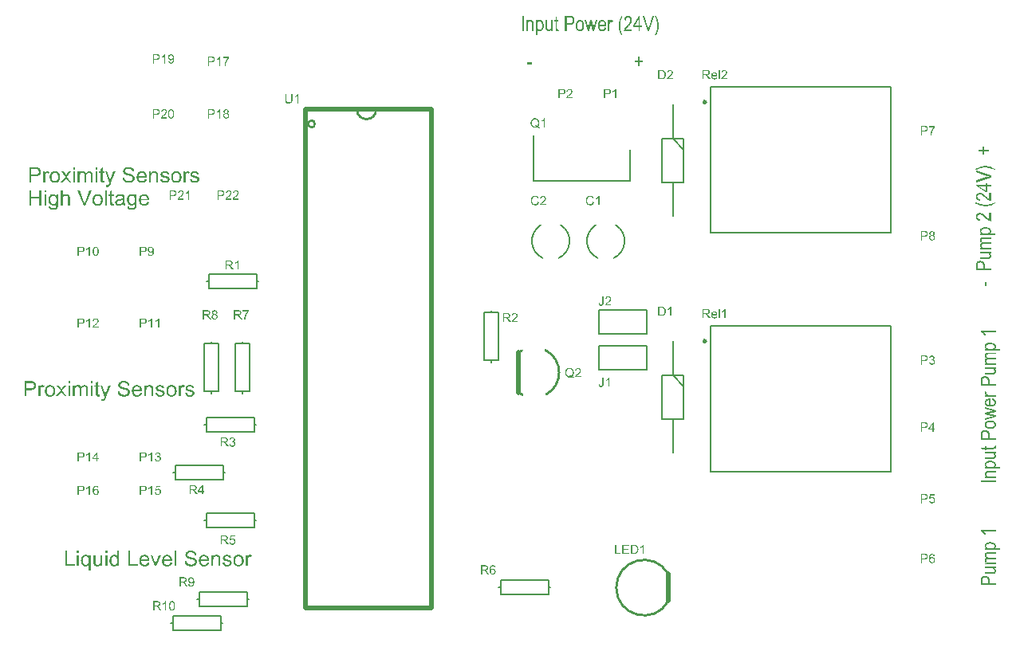
<source format=gto>
G04 Layer_Color=65535*
%FSLAX44Y44*%
%MOMM*%
G71*
G01*
G75*
%ADD10C,0.5080*%
%ADD30C,0.2540*%
%ADD31C,0.3000*%
%ADD32C,0.2000*%
%ADD33C,0.1270*%
G36*
X293249Y575564D02*
X292045D01*
Y583201D01*
X292030Y583187D01*
X291971Y583127D01*
X291867Y583053D01*
X291733Y582949D01*
X291569Y582815D01*
X291376Y582682D01*
X291154Y582518D01*
X290901Y582369D01*
X290886D01*
X290871Y582355D01*
X290782Y582295D01*
X290648Y582221D01*
X290485Y582132D01*
X290292Y582028D01*
X290084Y581939D01*
X289861Y581834D01*
X289653Y581745D01*
Y582919D01*
X289668D01*
X289697Y582934D01*
X289757Y582964D01*
X289816Y583008D01*
X289905Y583053D01*
X290009Y583097D01*
X290247Y583231D01*
X290515Y583395D01*
X290812Y583588D01*
X291109Y583811D01*
X291391Y584049D01*
X291406Y584063D01*
X291421Y584078D01*
X291510Y584167D01*
X291644Y584301D01*
X291807Y584464D01*
X291986Y584673D01*
X292164Y584896D01*
X292327Y585133D01*
X292461Y585371D01*
X293249D01*
Y575564D01*
D02*
G37*
G36*
X689249Y349758D02*
X688046D01*
Y357396D01*
X688031Y357381D01*
X687972Y357321D01*
X687868Y357247D01*
X687734Y357143D01*
X687570Y357009D01*
X687377Y356875D01*
X687154Y356712D01*
X686902Y356563D01*
X686887D01*
X686872Y356549D01*
X686783Y356489D01*
X686649Y356415D01*
X686486Y356326D01*
X686292Y356222D01*
X686085Y356133D01*
X685862Y356029D01*
X685654Y355939D01*
Y357113D01*
X685668D01*
X685698Y357128D01*
X685758Y357158D01*
X685817Y357202D01*
X685906Y357247D01*
X686010Y357291D01*
X686248Y357425D01*
X686515Y357589D01*
X686813Y357782D01*
X687110Y358005D01*
X687392Y358242D01*
X687407Y358257D01*
X687422Y358272D01*
X687511Y358361D01*
X687645Y358495D01*
X687808Y358658D01*
X687986Y358867D01*
X688165Y359090D01*
X688328Y359327D01*
X688462Y359565D01*
X689249D01*
Y349758D01*
D02*
G37*
G36*
X735170Y608439D02*
X735288Y608425D01*
X735437Y608410D01*
X735586Y608380D01*
X735764Y608335D01*
X736121Y608217D01*
X736314Y608142D01*
X736507Y608038D01*
X736700Y607934D01*
X736893Y607800D01*
X737072Y607652D01*
X737250Y607474D01*
X737265Y607459D01*
X737294Y607429D01*
X737339Y607370D01*
X737398Y607295D01*
X737458Y607191D01*
X737532Y607072D01*
X737621Y606939D01*
X737710Y606775D01*
X737785Y606582D01*
X737874Y606389D01*
X737948Y606166D01*
X738023Y605913D01*
X738067Y605661D01*
X738112Y605378D01*
X738141Y605081D01*
X738156Y604754D01*
Y604740D01*
Y604680D01*
Y604576D01*
X738141Y604442D01*
X732881D01*
Y604427D01*
Y604398D01*
X732896Y604324D01*
Y604249D01*
X732911Y604145D01*
X732926Y604041D01*
X732985Y603774D01*
X733074Y603491D01*
X733178Y603194D01*
X733342Y602897D01*
X733535Y602645D01*
X733565Y602615D01*
X733639Y602555D01*
X733773Y602451D01*
X733936Y602347D01*
X734159Y602228D01*
X734412Y602124D01*
X734694Y602065D01*
X735006Y602035D01*
X735125D01*
X735244Y602050D01*
X735393Y602080D01*
X735571Y602124D01*
X735764Y602184D01*
X735957Y602258D01*
X736135Y602377D01*
X736150Y602392D01*
X736210Y602451D01*
X736299Y602526D01*
X736403Y602659D01*
X736522Y602808D01*
X736641Y603001D01*
X736759Y603239D01*
X736878Y603506D01*
X738112Y603343D01*
Y603328D01*
X738097Y603298D01*
X738082Y603239D01*
X738052Y603164D01*
X738023Y603075D01*
X737978Y602971D01*
X737859Y602719D01*
X737710Y602451D01*
X737532Y602169D01*
X737294Y601887D01*
X737027Y601649D01*
X737012D01*
X736997Y601619D01*
X736953Y601590D01*
X736878Y601560D01*
X736804Y601515D01*
X736715Y601456D01*
X736611Y601411D01*
X736477Y601352D01*
X736195Y601248D01*
X735838Y601144D01*
X735452Y601084D01*
X735006Y601055D01*
X734858D01*
X734753Y601069D01*
X734620Y601084D01*
X734471Y601099D01*
X734308Y601129D01*
X734115Y601173D01*
X733728Y601292D01*
X733520Y601367D01*
X733327Y601456D01*
X733119Y601560D01*
X732926Y601693D01*
X732733Y601842D01*
X732554Y602006D01*
X732540Y602020D01*
X732510Y602050D01*
X732465Y602109D01*
X732421Y602184D01*
X732346Y602273D01*
X732272Y602392D01*
X732183Y602541D01*
X732109Y602704D01*
X732020Y602882D01*
X731930Y603075D01*
X731856Y603298D01*
X731797Y603536D01*
X731737Y603789D01*
X731693Y604071D01*
X731663Y604368D01*
X731648Y604680D01*
Y604695D01*
Y604754D01*
Y604859D01*
X731663Y604977D01*
X731678Y605126D01*
X731693Y605304D01*
X731722Y605497D01*
X731767Y605705D01*
X731871Y606151D01*
X731945Y606374D01*
X732034Y606612D01*
X732138Y606835D01*
X732257Y607058D01*
X732391Y607266D01*
X732554Y607459D01*
X732569Y607474D01*
X732599Y607503D01*
X732644Y607548D01*
X732718Y607622D01*
X732807Y607696D01*
X732926Y607771D01*
X733045Y607860D01*
X733193Y607964D01*
X733357Y608053D01*
X733535Y608142D01*
X733728Y608217D01*
X733951Y608306D01*
X734174Y608365D01*
X734412Y608410D01*
X734664Y608439D01*
X734932Y608454D01*
X735066D01*
X735170Y608439D01*
D02*
G37*
G36*
X287067Y579680D02*
Y579665D01*
Y579621D01*
Y579546D01*
Y579442D01*
X287052Y579309D01*
Y579175D01*
X287038Y579011D01*
X287023Y578833D01*
X286978Y578461D01*
X286919Y578075D01*
X286844Y577689D01*
X286726Y577347D01*
Y577332D01*
X286711Y577303D01*
X286696Y577258D01*
X286666Y577198D01*
X286577Y577050D01*
X286458Y576842D01*
X286295Y576619D01*
X286087Y576381D01*
X285819Y576158D01*
X285522Y575936D01*
X285507D01*
X285477Y575906D01*
X285433Y575891D01*
X285359Y575846D01*
X285284Y575817D01*
X285180Y575772D01*
X285046Y575713D01*
X284913Y575668D01*
X284764Y575623D01*
X284586Y575564D01*
X284408Y575519D01*
X284200Y575490D01*
X283754Y575430D01*
X283249Y575401D01*
X283115D01*
X283026Y575415D01*
X282907D01*
X282773Y575430D01*
X282624Y575445D01*
X282461Y575460D01*
X282104Y575519D01*
X281733Y575594D01*
X281346Y575713D01*
X281005Y575861D01*
X280990D01*
X280960Y575891D01*
X280931Y575906D01*
X280871Y575950D01*
X280708Y576054D01*
X280529Y576218D01*
X280321Y576411D01*
X280128Y576634D01*
X279935Y576916D01*
X279771Y577228D01*
Y577243D01*
X279757Y577273D01*
X279742Y577317D01*
X279712Y577392D01*
X279682Y577481D01*
X279653Y577600D01*
X279623Y577733D01*
X279593Y577882D01*
X279549Y578046D01*
X279519Y578224D01*
X279489Y578432D01*
X279459Y578640D01*
X279430Y578878D01*
X279415Y579130D01*
X279400Y579398D01*
Y579680D01*
Y585326D01*
X280693D01*
Y579680D01*
Y579665D01*
Y579621D01*
Y579561D01*
Y579472D01*
Y579368D01*
X280708Y579249D01*
X280723Y578967D01*
X280752Y578670D01*
X280782Y578358D01*
X280841Y578060D01*
X280871Y577927D01*
X280916Y577808D01*
X280931Y577778D01*
X280960Y577704D01*
X281020Y577600D01*
X281109Y577466D01*
X281213Y577317D01*
X281361Y577154D01*
X281525Y577005D01*
X281733Y576872D01*
X281763Y576857D01*
X281837Y576827D01*
X281956Y576768D01*
X282119Y576723D01*
X282327Y576664D01*
X282565Y576604D01*
X282832Y576574D01*
X283130Y576560D01*
X283263D01*
X283367Y576574D01*
X283486D01*
X283620Y576589D01*
X283917Y576634D01*
X284259Y576723D01*
X284586Y576827D01*
X284898Y576991D01*
X285046Y577080D01*
X285165Y577198D01*
Y577213D01*
X285195Y577228D01*
X285225Y577273D01*
X285254Y577332D01*
X285314Y577407D01*
X285359Y577496D01*
X285418Y577615D01*
X285477Y577748D01*
X285522Y577912D01*
X285581Y578090D01*
X285641Y578283D01*
X285685Y578521D01*
X285715Y578773D01*
X285745Y579041D01*
X285774Y579353D01*
Y579680D01*
Y585326D01*
X287067D01*
Y579680D01*
D02*
G37*
G36*
X679383Y610965D02*
X679650Y610951D01*
X679948Y610921D01*
X680230Y610876D01*
X680468Y610832D01*
X680483D01*
X680512Y610817D01*
X680542D01*
X680602Y610787D01*
X680765Y610743D01*
X680958Y610668D01*
X681181Y610579D01*
X681419Y610460D01*
X681656Y610312D01*
X681894Y610133D01*
X681909D01*
X681924Y610104D01*
X682028Y610014D01*
X682162Y609866D01*
X682325Y609673D01*
X682518Y609435D01*
X682711Y609153D01*
X682890Y608826D01*
X683053Y608454D01*
Y608439D01*
X683068Y608410D01*
X683083Y608350D01*
X683113Y608276D01*
X683142Y608187D01*
X683172Y608068D01*
X683217Y607934D01*
X683246Y607786D01*
X683276Y607622D01*
X683321Y607444D01*
X683380Y607058D01*
X683425Y606627D01*
X683440Y606151D01*
Y606136D01*
Y606107D01*
Y606047D01*
Y605958D01*
X683425Y605869D01*
Y605750D01*
X683410Y605482D01*
X683380Y605185D01*
X683321Y604844D01*
X683261Y604502D01*
X683172Y604175D01*
Y604160D01*
X683157Y604130D01*
X683142Y604086D01*
X683128Y604026D01*
X683068Y603878D01*
X682994Y603670D01*
X682905Y603447D01*
X682786Y603209D01*
X682652Y602971D01*
X682504Y602748D01*
X682489Y602719D01*
X682429Y602659D01*
X682355Y602555D01*
X682236Y602422D01*
X682117Y602288D01*
X681954Y602139D01*
X681790Y601991D01*
X681612Y601857D01*
X681597Y601842D01*
X681523Y601812D01*
X681419Y601753D01*
X681285Y601679D01*
X681122Y601604D01*
X680928Y601530D01*
X680705Y601456D01*
X680453Y601381D01*
X680423D01*
X680334Y601352D01*
X680200Y601337D01*
X680007Y601307D01*
X679784Y601277D01*
X679517Y601248D01*
X679220Y601233D01*
X678893Y601218D01*
X675386D01*
Y610980D01*
X679130D01*
X679383Y610965D01*
D02*
G37*
G36*
X147153Y167982D02*
X143259D01*
X142725Y165352D01*
X142739Y165366D01*
X142769Y165381D01*
X142814Y165411D01*
X142873Y165456D01*
X142962Y165500D01*
X143051Y165545D01*
X143289Y165664D01*
X143557Y165783D01*
X143869Y165872D01*
X144210Y165946D01*
X144567Y165976D01*
X144686D01*
X144775Y165961D01*
X144894Y165946D01*
X145013Y165931D01*
X145161Y165901D01*
X145310Y165872D01*
X145652Y165753D01*
X145830Y165693D01*
X146008Y165604D01*
X146201Y165500D01*
X146380Y165381D01*
X146558Y165248D01*
X146722Y165084D01*
X146736Y165069D01*
X146766Y165040D01*
X146811Y164995D01*
X146855Y164921D01*
X146930Y164832D01*
X147004Y164727D01*
X147078Y164609D01*
X147167Y164475D01*
X147256Y164312D01*
X147331Y164148D01*
X147405Y163955D01*
X147479Y163762D01*
X147524Y163539D01*
X147569Y163316D01*
X147598Y163063D01*
X147613Y162811D01*
Y162796D01*
Y162751D01*
Y162677D01*
X147598Y162588D01*
X147583Y162469D01*
X147569Y162335D01*
X147554Y162187D01*
X147524Y162023D01*
X147420Y161667D01*
X147286Y161295D01*
X147197Y161087D01*
X147093Y160894D01*
X146974Y160701D01*
X146840Y160522D01*
X146826Y160508D01*
X146796Y160478D01*
X146736Y160418D01*
X146662Y160344D01*
X146573Y160255D01*
X146454Y160151D01*
X146320Y160047D01*
X146157Y159943D01*
X145993Y159824D01*
X145800Y159720D01*
X145577Y159616D01*
X145354Y159527D01*
X145102Y159453D01*
X144849Y159393D01*
X144567Y159363D01*
X144270Y159349D01*
X144136D01*
X144047Y159363D01*
X143943Y159378D01*
X143809Y159393D01*
X143661Y159408D01*
X143497Y159438D01*
X143155Y159527D01*
X142799Y159661D01*
X142620Y159750D01*
X142442Y159854D01*
X142264Y159958D01*
X142100Y160091D01*
X142086Y160106D01*
X142071Y160121D01*
X142026Y160166D01*
X141967Y160225D01*
X141907Y160299D01*
X141833Y160389D01*
X141759Y160493D01*
X141670Y160612D01*
X141506Y160894D01*
X141343Y161236D01*
X141224Y161622D01*
X141179Y161845D01*
X141150Y162068D01*
X142413Y162157D01*
Y162142D01*
Y162112D01*
X142427Y162068D01*
X142442Y162008D01*
X142487Y161845D01*
X142546Y161637D01*
X142620Y161414D01*
X142739Y161191D01*
X142873Y160968D01*
X143051Y160775D01*
X143081Y160760D01*
X143141Y160701D01*
X143245Y160641D01*
X143393Y160552D01*
X143572Y160478D01*
X143779Y160403D01*
X144017Y160344D01*
X144270Y160329D01*
X144359D01*
X144418Y160344D01*
X144582Y160359D01*
X144790Y160403D01*
X145013Y160493D01*
X145265Y160597D01*
X145503Y160760D01*
X145622Y160849D01*
X145741Y160968D01*
Y160983D01*
X145771Y160998D01*
X145830Y161087D01*
X145934Y161236D01*
X146038Y161429D01*
X146142Y161681D01*
X146246Y161979D01*
X146306Y162320D01*
X146335Y162707D01*
Y162722D01*
Y162751D01*
Y162811D01*
X146320Y162870D01*
Y162959D01*
X146306Y163063D01*
X146261Y163301D01*
X146201Y163554D01*
X146097Y163821D01*
X145949Y164089D01*
X145756Y164326D01*
X145726Y164356D01*
X145652Y164415D01*
X145533Y164520D01*
X145354Y164624D01*
X145147Y164727D01*
X144879Y164832D01*
X144582Y164891D01*
X144255Y164921D01*
X144151D01*
X144047Y164906D01*
X143898Y164891D01*
X143735Y164846D01*
X143557Y164802D01*
X143378Y164727D01*
X143200Y164638D01*
X143185Y164624D01*
X143126Y164594D01*
X143036Y164534D01*
X142933Y164460D01*
X142829Y164356D01*
X142710Y164237D01*
X142591Y164103D01*
X142487Y163955D01*
X141357Y164118D01*
X142309Y169126D01*
X147153D01*
Y167982D01*
D02*
G37*
G36*
X679383Y359506D02*
X679650Y359491D01*
X679948Y359461D01*
X680230Y359416D01*
X680468Y359372D01*
X680483D01*
X680512Y359357D01*
X680542D01*
X680602Y359327D01*
X680765Y359283D01*
X680958Y359208D01*
X681181Y359119D01*
X681419Y359000D01*
X681656Y358852D01*
X681894Y358673D01*
X681909D01*
X681924Y358644D01*
X682028Y358554D01*
X682162Y358406D01*
X682325Y358213D01*
X682518Y357975D01*
X682711Y357693D01*
X682890Y357366D01*
X683053Y356994D01*
Y356979D01*
X683068Y356950D01*
X683083Y356890D01*
X683113Y356816D01*
X683142Y356727D01*
X683172Y356608D01*
X683217Y356474D01*
X683246Y356326D01*
X683276Y356162D01*
X683321Y355984D01*
X683380Y355598D01*
X683425Y355167D01*
X683440Y354691D01*
Y354676D01*
Y354647D01*
Y354587D01*
Y354498D01*
X683425Y354409D01*
Y354290D01*
X683410Y354022D01*
X683380Y353725D01*
X683321Y353384D01*
X683261Y353042D01*
X683172Y352715D01*
Y352700D01*
X683157Y352670D01*
X683142Y352626D01*
X683128Y352566D01*
X683068Y352418D01*
X682994Y352210D01*
X682905Y351987D01*
X682786Y351749D01*
X682652Y351511D01*
X682504Y351288D01*
X682489Y351259D01*
X682429Y351199D01*
X682355Y351095D01*
X682236Y350962D01*
X682117Y350828D01*
X681954Y350679D01*
X681790Y350531D01*
X681612Y350397D01*
X681597Y350382D01*
X681523Y350352D01*
X681419Y350293D01*
X681285Y350219D01*
X681122Y350144D01*
X680928Y350070D01*
X680705Y349996D01*
X680453Y349921D01*
X680423D01*
X680334Y349892D01*
X680200Y349877D01*
X680007Y349847D01*
X679784Y349817D01*
X679517Y349788D01*
X679220Y349773D01*
X678893Y349758D01*
X675386D01*
Y359520D01*
X679130D01*
X679383Y359506D01*
D02*
G37*
G36*
X688195Y611010D02*
X688313Y610995D01*
X688447Y610980D01*
X688596Y610965D01*
X688759Y610921D01*
X689116Y610832D01*
X689487Y610698D01*
X689680Y610609D01*
X689859Y610505D01*
X690022Y610371D01*
X690186Y610237D01*
X690200Y610223D01*
X690215Y610208D01*
X690260Y610163D01*
X690319Y610104D01*
X690379Y610014D01*
X690453Y609925D01*
X690602Y609702D01*
X690750Y609420D01*
X690884Y609093D01*
X690988Y608722D01*
X691003Y608514D01*
X691018Y608306D01*
Y608276D01*
Y608202D01*
X691003Y608083D01*
X690988Y607934D01*
X690958Y607756D01*
X690914Y607563D01*
X690854Y607355D01*
X690765Y607147D01*
X690750Y607117D01*
X690721Y607043D01*
X690661Y606939D01*
X690572Y606790D01*
X690468Y606612D01*
X690334Y606404D01*
X690156Y606196D01*
X689963Y605958D01*
X689933Y605928D01*
X689859Y605839D01*
X689725Y605705D01*
X689636Y605616D01*
X689532Y605512D01*
X689413Y605393D01*
X689264Y605260D01*
X689116Y605126D01*
X688952Y604963D01*
X688774Y604799D01*
X688566Y604621D01*
X688358Y604442D01*
X688120Y604234D01*
X688105Y604220D01*
X688076Y604190D01*
X688016Y604145D01*
X687942Y604086D01*
X687764Y603937D01*
X687541Y603744D01*
X687318Y603536D01*
X687080Y603328D01*
X686887Y603150D01*
X686813Y603075D01*
X686738Y603001D01*
X686723Y602986D01*
X686694Y602942D01*
X686634Y602882D01*
X686560Y602793D01*
X686396Y602600D01*
X686233Y602362D01*
X691032D01*
Y601218D01*
X684569D01*
Y601233D01*
Y601292D01*
Y601381D01*
X684584Y601485D01*
X684599Y601604D01*
X684613Y601738D01*
X684658Y601887D01*
X684703Y602035D01*
Y602050D01*
X684717Y602065D01*
X684747Y602154D01*
X684807Y602273D01*
X684896Y602451D01*
X685000Y602645D01*
X685148Y602867D01*
X685297Y603090D01*
X685490Y603328D01*
Y603343D01*
X685520Y603358D01*
X685594Y603447D01*
X685713Y603581D01*
X685891Y603759D01*
X686114Y603967D01*
X686382Y604220D01*
X686709Y604502D01*
X687065Y604814D01*
X687080Y604829D01*
X687140Y604873D01*
X687214Y604933D01*
X687318Y605037D01*
X687451Y605141D01*
X687600Y605275D01*
X687927Y605557D01*
X688284Y605899D01*
X688640Y606240D01*
X688819Y606404D01*
X688967Y606567D01*
X689101Y606731D01*
X689220Y606879D01*
Y606894D01*
X689249Y606909D01*
X689279Y606954D01*
X689309Y607013D01*
X689398Y607162D01*
X689502Y607355D01*
X689606Y607578D01*
X689695Y607815D01*
X689755Y608083D01*
X689784Y608335D01*
Y608350D01*
Y608365D01*
X689770Y608454D01*
X689755Y608588D01*
X689725Y608751D01*
X689651Y608945D01*
X689561Y609138D01*
X689443Y609346D01*
X689264Y609539D01*
X689235Y609554D01*
X689175Y609613D01*
X689056Y609688D01*
X688908Y609792D01*
X688715Y609881D01*
X688492Y609955D01*
X688224Y610014D01*
X687927Y610029D01*
X687838D01*
X687778Y610014D01*
X687630Y610000D01*
X687437Y609970D01*
X687214Y609896D01*
X686976Y609807D01*
X686753Y609673D01*
X686545Y609495D01*
X686530Y609465D01*
X686471Y609405D01*
X686382Y609286D01*
X686292Y609123D01*
X686189Y608915D01*
X686114Y608677D01*
X686055Y608395D01*
X686025Y608068D01*
X684792Y608202D01*
Y608217D01*
Y608261D01*
X684807Y608335D01*
X684821Y608425D01*
X684851Y608544D01*
X684866Y608677D01*
X684955Y608974D01*
X685074Y609316D01*
X685238Y609658D01*
X685460Y610000D01*
X685579Y610148D01*
X685728Y610297D01*
X685743Y610312D01*
X685772Y610327D01*
X685817Y610371D01*
X685876Y610416D01*
X685966Y610460D01*
X686070Y610535D01*
X686189Y610594D01*
X686322Y610668D01*
X686471Y610728D01*
X686634Y610802D01*
X686827Y610862D01*
X687021Y610906D01*
X687466Y610995D01*
X687704Y611010D01*
X687957Y611025D01*
X688090D01*
X688195Y611010D01*
D02*
G37*
G36*
X740801Y347218D02*
X739598D01*
Y356980D01*
X740801D01*
Y347218D01*
D02*
G37*
G36*
X727027Y356965D02*
X727146D01*
X727443Y356951D01*
X727755Y356921D01*
X728082Y356861D01*
X728394Y356802D01*
X728542Y356758D01*
X728676Y356713D01*
X728691D01*
X728706Y356698D01*
X728795Y356668D01*
X728914Y356594D01*
X729063Y356490D01*
X729241Y356371D01*
X729419Y356208D01*
X729597Y356015D01*
X729761Y355777D01*
X729776Y355747D01*
X729820Y355658D01*
X729895Y355524D01*
X729969Y355346D01*
X730043Y355123D01*
X730117Y354870D01*
X730162Y354603D01*
X730177Y354306D01*
Y354291D01*
Y354261D01*
Y354202D01*
X730162Y354127D01*
Y354038D01*
X730147Y353934D01*
X730088Y353697D01*
X730014Y353414D01*
X729895Y353132D01*
X729716Y352835D01*
X729612Y352686D01*
X729493Y352552D01*
X729464Y352523D01*
X729419Y352493D01*
X729375Y352434D01*
X729300Y352389D01*
X729211Y352315D01*
X729107Y352255D01*
X728988Y352181D01*
X728855Y352107D01*
X728691Y352032D01*
X728528Y351958D01*
X728335Y351884D01*
X728141Y351809D01*
X727918Y351750D01*
X727681Y351705D01*
X727428Y351661D01*
X727458Y351646D01*
X727517Y351616D01*
X727606Y351572D01*
X727710Y351512D01*
X727963Y351349D01*
X728097Y351260D01*
X728201Y351171D01*
X728230Y351141D01*
X728305Y351081D01*
X728409Y350962D01*
X728542Y350814D01*
X728706Y350621D01*
X728884Y350398D01*
X729077Y350145D01*
X729271Y349863D01*
X730965Y347218D01*
X729345D01*
X728052Y349239D01*
Y349254D01*
X728022Y349283D01*
X727993Y349328D01*
X727963Y349387D01*
X727859Y349536D01*
X727725Y349729D01*
X727577Y349952D01*
X727413Y350175D01*
X727265Y350383D01*
X727116Y350576D01*
X727101Y350591D01*
X727057Y350650D01*
X726982Y350740D01*
X726908Y350844D01*
X726685Y351052D01*
X726581Y351156D01*
X726462Y351230D01*
X726447Y351245D01*
X726418Y351260D01*
X726358Y351289D01*
X726284Y351334D01*
X726106Y351423D01*
X725883Y351497D01*
X725868D01*
X725838Y351512D01*
X725779D01*
X725704Y351527D01*
X725600Y351542D01*
X725481D01*
X725333Y351557D01*
X723669D01*
Y347218D01*
X722376D01*
Y356980D01*
X726908D01*
X727027Y356965D01*
D02*
G37*
G36*
X182451Y169767D02*
X182570D01*
X182867Y169753D01*
X183179Y169723D01*
X183506Y169664D01*
X183818Y169604D01*
X183967Y169559D01*
X184100Y169515D01*
X184115D01*
X184130Y169500D01*
X184219Y169470D01*
X184338Y169396D01*
X184487Y169292D01*
X184665Y169173D01*
X184843Y169010D01*
X185021Y168817D01*
X185185Y168579D01*
X185200Y168549D01*
X185244Y168460D01*
X185319Y168326D01*
X185393Y168148D01*
X185467Y167925D01*
X185541Y167672D01*
X185586Y167405D01*
X185601Y167108D01*
Y167093D01*
Y167063D01*
Y167004D01*
X185586Y166929D01*
Y166840D01*
X185571Y166736D01*
X185512Y166499D01*
X185438Y166216D01*
X185319Y165934D01*
X185140Y165637D01*
X185036Y165488D01*
X184918Y165354D01*
X184888Y165325D01*
X184843Y165295D01*
X184799Y165236D01*
X184724Y165191D01*
X184635Y165117D01*
X184531Y165057D01*
X184412Y164983D01*
X184279Y164909D01*
X184115Y164834D01*
X183952Y164760D01*
X183759Y164686D01*
X183565Y164611D01*
X183342Y164552D01*
X183105Y164507D01*
X182852Y164463D01*
X182882Y164448D01*
X182941Y164418D01*
X183030Y164374D01*
X183134Y164314D01*
X183387Y164151D01*
X183521Y164062D01*
X183625Y163972D01*
X183654Y163943D01*
X183729Y163883D01*
X183833Y163764D01*
X183967Y163616D01*
X184130Y163423D01*
X184308Y163200D01*
X184501Y162947D01*
X184695Y162665D01*
X186388Y160020D01*
X184769D01*
X183476Y162041D01*
Y162056D01*
X183446Y162085D01*
X183417Y162130D01*
X183387Y162189D01*
X183283Y162338D01*
X183149Y162531D01*
X183001Y162754D01*
X182837Y162977D01*
X182689Y163185D01*
X182540Y163378D01*
X182525Y163393D01*
X182481Y163452D01*
X182406Y163542D01*
X182332Y163646D01*
X182109Y163854D01*
X182005Y163958D01*
X181886Y164032D01*
X181871Y164047D01*
X181842Y164062D01*
X181782Y164091D01*
X181708Y164136D01*
X181530Y164225D01*
X181307Y164299D01*
X181292D01*
X181262Y164314D01*
X181203D01*
X181128Y164329D01*
X181024Y164344D01*
X180905D01*
X180757Y164359D01*
X179093D01*
Y160020D01*
X177800D01*
Y169782D01*
X182332D01*
X182451Y169767D01*
D02*
G37*
G36*
X746834Y347218D02*
X745630D01*
Y354855D01*
X745615Y354841D01*
X745556Y354781D01*
X745452Y354707D01*
X745318Y354603D01*
X745155Y354469D01*
X744962Y354336D01*
X744739Y354172D01*
X744486Y354023D01*
X744471D01*
X744456Y354009D01*
X744367Y353949D01*
X744234Y353875D01*
X744070Y353786D01*
X743877Y353682D01*
X743669Y353592D01*
X743446Y353489D01*
X743238Y353399D01*
Y354573D01*
X743253D01*
X743283Y354588D01*
X743342Y354618D01*
X743401Y354662D01*
X743491Y354707D01*
X743595Y354752D01*
X743832Y354885D01*
X744100Y355049D01*
X744397Y355242D01*
X744694Y355465D01*
X744977Y355703D01*
X744991Y355717D01*
X745006Y355732D01*
X745095Y355821D01*
X745229Y355955D01*
X745393Y356119D01*
X745571Y356327D01*
X745749Y356549D01*
X745913Y356787D01*
X746046Y357025D01*
X746834D01*
Y347218D01*
D02*
G37*
G36*
X740801Y601218D02*
X739598D01*
Y610980D01*
X740801D01*
Y601218D01*
D02*
G37*
G36*
X727027Y610965D02*
X727146D01*
X727443Y610951D01*
X727755Y610921D01*
X728082Y610862D01*
X728394Y610802D01*
X728542Y610757D01*
X728676Y610713D01*
X728691D01*
X728706Y610698D01*
X728795Y610668D01*
X728914Y610594D01*
X729063Y610490D01*
X729241Y610371D01*
X729419Y610208D01*
X729597Y610014D01*
X729761Y609777D01*
X729776Y609747D01*
X729820Y609658D01*
X729895Y609524D01*
X729969Y609346D01*
X730043Y609123D01*
X730117Y608870D01*
X730162Y608603D01*
X730177Y608306D01*
Y608291D01*
Y608261D01*
Y608202D01*
X730162Y608127D01*
Y608038D01*
X730147Y607934D01*
X730088Y607696D01*
X730014Y607414D01*
X729895Y607132D01*
X729716Y606835D01*
X729612Y606686D01*
X729493Y606552D01*
X729464Y606523D01*
X729419Y606493D01*
X729375Y606433D01*
X729300Y606389D01*
X729211Y606315D01*
X729107Y606255D01*
X728988Y606181D01*
X728855Y606107D01*
X728691Y606032D01*
X728528Y605958D01*
X728335Y605884D01*
X728141Y605809D01*
X727918Y605750D01*
X727681Y605705D01*
X727428Y605661D01*
X727458Y605646D01*
X727517Y605616D01*
X727606Y605572D01*
X727710Y605512D01*
X727963Y605349D01*
X728097Y605260D01*
X728201Y605171D01*
X728230Y605141D01*
X728305Y605081D01*
X728409Y604963D01*
X728542Y604814D01*
X728706Y604621D01*
X728884Y604398D01*
X729077Y604145D01*
X729271Y603863D01*
X730965Y601218D01*
X729345D01*
X728052Y603239D01*
Y603254D01*
X728022Y603283D01*
X727993Y603328D01*
X727963Y603387D01*
X727859Y603536D01*
X727725Y603729D01*
X727577Y603952D01*
X727413Y604175D01*
X727265Y604383D01*
X727116Y604576D01*
X727101Y604591D01*
X727057Y604650D01*
X726982Y604740D01*
X726908Y604844D01*
X726685Y605052D01*
X726581Y605156D01*
X726462Y605230D01*
X726447Y605245D01*
X726418Y605260D01*
X726358Y605289D01*
X726284Y605334D01*
X726106Y605423D01*
X725883Y605497D01*
X725868D01*
X725838Y605512D01*
X725779D01*
X725704Y605527D01*
X725600Y605542D01*
X725481D01*
X725333Y605557D01*
X723669D01*
Y601218D01*
X722376D01*
Y610980D01*
X726908D01*
X727027Y610965D01*
D02*
G37*
G36*
X735170Y354440D02*
X735288Y354425D01*
X735437Y354410D01*
X735586Y354380D01*
X735764Y354336D01*
X736121Y354217D01*
X736314Y354142D01*
X736507Y354038D01*
X736700Y353934D01*
X736893Y353801D01*
X737072Y353652D01*
X737250Y353474D01*
X737265Y353459D01*
X737294Y353429D01*
X737339Y353370D01*
X737398Y353295D01*
X737458Y353191D01*
X737532Y353072D01*
X737621Y352939D01*
X737710Y352775D01*
X737785Y352582D01*
X737874Y352389D01*
X737948Y352166D01*
X738023Y351913D01*
X738067Y351661D01*
X738112Y351379D01*
X738141Y351081D01*
X738156Y350754D01*
Y350740D01*
Y350680D01*
Y350576D01*
X738141Y350442D01*
X732881D01*
Y350428D01*
Y350398D01*
X732896Y350323D01*
Y350249D01*
X732911Y350145D01*
X732926Y350041D01*
X732985Y349774D01*
X733074Y349491D01*
X733178Y349194D01*
X733342Y348897D01*
X733535Y348644D01*
X733565Y348615D01*
X733639Y348555D01*
X733773Y348451D01*
X733936Y348347D01*
X734159Y348228D01*
X734412Y348124D01*
X734694Y348065D01*
X735006Y348035D01*
X735125D01*
X735244Y348050D01*
X735393Y348080D01*
X735571Y348124D01*
X735764Y348184D01*
X735957Y348258D01*
X736135Y348377D01*
X736150Y348392D01*
X736210Y348451D01*
X736299Y348526D01*
X736403Y348659D01*
X736522Y348808D01*
X736641Y349001D01*
X736759Y349239D01*
X736878Y349506D01*
X738112Y349343D01*
Y349328D01*
X738097Y349298D01*
X738082Y349239D01*
X738052Y349165D01*
X738023Y349075D01*
X737978Y348971D01*
X737859Y348719D01*
X737710Y348451D01*
X737532Y348169D01*
X737294Y347887D01*
X737027Y347649D01*
X737012D01*
X736997Y347619D01*
X736953Y347589D01*
X736878Y347560D01*
X736804Y347515D01*
X736715Y347456D01*
X736611Y347411D01*
X736477Y347352D01*
X736195Y347248D01*
X735838Y347144D01*
X735452Y347084D01*
X735006Y347055D01*
X734858D01*
X734753Y347069D01*
X734620Y347084D01*
X734471Y347099D01*
X734308Y347129D01*
X734115Y347173D01*
X733728Y347292D01*
X733520Y347367D01*
X733327Y347456D01*
X733119Y347560D01*
X732926Y347693D01*
X732733Y347842D01*
X732554Y348005D01*
X732540Y348020D01*
X732510Y348050D01*
X732465Y348110D01*
X732421Y348184D01*
X732346Y348273D01*
X732272Y348392D01*
X732183Y348540D01*
X732109Y348704D01*
X732020Y348882D01*
X731930Y349075D01*
X731856Y349298D01*
X731797Y349536D01*
X731737Y349789D01*
X731693Y350071D01*
X731663Y350368D01*
X731648Y350680D01*
Y350695D01*
Y350754D01*
Y350858D01*
X731663Y350977D01*
X731678Y351126D01*
X731693Y351304D01*
X731722Y351497D01*
X731767Y351705D01*
X731871Y352151D01*
X731945Y352374D01*
X732034Y352612D01*
X732138Y352835D01*
X732257Y353058D01*
X732391Y353266D01*
X732554Y353459D01*
X732569Y353474D01*
X732599Y353503D01*
X732644Y353548D01*
X732718Y353622D01*
X732807Y353697D01*
X732926Y353771D01*
X733045Y353860D01*
X733193Y353964D01*
X733357Y354053D01*
X733535Y354142D01*
X733728Y354217D01*
X733951Y354306D01*
X734174Y354365D01*
X734412Y354410D01*
X734664Y354440D01*
X734932Y354454D01*
X735066D01*
X735170Y354440D01*
D02*
G37*
G36*
X745779Y611010D02*
X745898Y610995D01*
X746031Y610980D01*
X746180Y610965D01*
X746344Y610921D01*
X746700Y610832D01*
X747072Y610698D01*
X747265Y610609D01*
X747443Y610505D01*
X747607Y610371D01*
X747770Y610237D01*
X747785Y610223D01*
X747800Y610208D01*
X747844Y610163D01*
X747904Y610104D01*
X747963Y610014D01*
X748037Y609925D01*
X748186Y609702D01*
X748335Y609420D01*
X748468Y609093D01*
X748572Y608722D01*
X748587Y608514D01*
X748602Y608306D01*
Y608276D01*
Y608202D01*
X748587Y608083D01*
X748572Y607934D01*
X748543Y607756D01*
X748498Y607563D01*
X748439Y607355D01*
X748350Y607147D01*
X748335Y607117D01*
X748305Y607043D01*
X748245Y606939D01*
X748156Y606790D01*
X748052Y606612D01*
X747919Y606404D01*
X747740Y606196D01*
X747547Y605958D01*
X747517Y605928D01*
X747443Y605839D01*
X747309Y605705D01*
X747220Y605616D01*
X747116Y605512D01*
X746997Y605393D01*
X746849Y605260D01*
X746700Y605126D01*
X746537Y604963D01*
X746358Y604799D01*
X746150Y604621D01*
X745942Y604442D01*
X745705Y604234D01*
X745690Y604220D01*
X745660Y604190D01*
X745601Y604145D01*
X745526Y604086D01*
X745348Y603937D01*
X745125Y603744D01*
X744902Y603536D01*
X744665Y603328D01*
X744471Y603150D01*
X744397Y603075D01*
X744323Y603001D01*
X744308Y602986D01*
X744278Y602942D01*
X744219Y602882D01*
X744144Y602793D01*
X743981Y602600D01*
X743818Y602362D01*
X748617D01*
Y601218D01*
X742153D01*
Y601233D01*
Y601292D01*
Y601381D01*
X742168Y601485D01*
X742183Y601604D01*
X742198Y601738D01*
X742243Y601887D01*
X742287Y602035D01*
Y602050D01*
X742302Y602065D01*
X742332Y602154D01*
X742391Y602273D01*
X742480Y602451D01*
X742584Y602645D01*
X742733Y602867D01*
X742881Y603090D01*
X743075Y603328D01*
Y603343D01*
X743104Y603358D01*
X743179Y603447D01*
X743298Y603581D01*
X743476Y603759D01*
X743699Y603967D01*
X743966Y604220D01*
X744293Y604502D01*
X744650Y604814D01*
X744665Y604829D01*
X744724Y604873D01*
X744798Y604933D01*
X744902Y605037D01*
X745036Y605141D01*
X745185Y605275D01*
X745511Y605557D01*
X745868Y605899D01*
X746225Y606240D01*
X746403Y606404D01*
X746552Y606567D01*
X746685Y606731D01*
X746804Y606879D01*
Y606894D01*
X746834Y606909D01*
X746864Y606954D01*
X746893Y607013D01*
X746982Y607162D01*
X747086Y607355D01*
X747190Y607578D01*
X747280Y607815D01*
X747339Y608083D01*
X747369Y608335D01*
Y608350D01*
Y608365D01*
X747354Y608454D01*
X747339Y608588D01*
X747309Y608751D01*
X747235Y608945D01*
X747146Y609138D01*
X747027Y609346D01*
X746849Y609539D01*
X746819Y609554D01*
X746760Y609613D01*
X746641Y609688D01*
X746492Y609792D01*
X746299Y609881D01*
X746076Y609955D01*
X745809Y610014D01*
X745511Y610029D01*
X745422D01*
X745363Y610014D01*
X745214Y610000D01*
X745021Y609970D01*
X744798Y609896D01*
X744560Y609807D01*
X744338Y609673D01*
X744130Y609495D01*
X744115Y609465D01*
X744055Y609405D01*
X743966Y609286D01*
X743877Y609123D01*
X743773Y608915D01*
X743699Y608677D01*
X743639Y608395D01*
X743609Y608068D01*
X742376Y608202D01*
Y608217D01*
Y608261D01*
X742391Y608335D01*
X742406Y608425D01*
X742436Y608544D01*
X742450Y608677D01*
X742540Y608974D01*
X742658Y609316D01*
X742822Y609658D01*
X743045Y610000D01*
X743164Y610148D01*
X743312Y610297D01*
X743327Y610312D01*
X743357Y610327D01*
X743401Y610371D01*
X743461Y610416D01*
X743550Y610460D01*
X743654Y610535D01*
X743773Y610594D01*
X743907Y610668D01*
X744055Y610728D01*
X744219Y610802D01*
X744412Y610862D01*
X744605Y610906D01*
X745051Y610995D01*
X745289Y611010D01*
X745541Y611025D01*
X745675D01*
X745779Y611010D01*
D02*
G37*
G36*
X630959Y97918D02*
X635758D01*
Y96774D01*
X629666D01*
Y106536D01*
X630959D01*
Y97918D01*
D02*
G37*
G36*
X500144Y84722D02*
X500233D01*
X500352Y84707D01*
X500619Y84663D01*
X500917Y84573D01*
X501229Y84455D01*
X501541Y84306D01*
X501689Y84202D01*
X501838Y84083D01*
X501853D01*
X501868Y84053D01*
X501957Y83964D01*
X502076Y83816D01*
X502224Y83623D01*
X502388Y83370D01*
X502521Y83073D01*
X502655Y82716D01*
X502729Y82315D01*
X501541Y82226D01*
Y82241D01*
Y82255D01*
X501511Y82345D01*
X501466Y82464D01*
X501422Y82612D01*
X501273Y82954D01*
X501184Y83103D01*
X501080Y83236D01*
X501065Y83266D01*
X500991Y83325D01*
X500887Y83400D01*
X500753Y83504D01*
X500575Y83593D01*
X500367Y83682D01*
X500129Y83741D01*
X499876Y83756D01*
X499772D01*
X499668Y83741D01*
X499535Y83712D01*
X499371Y83682D01*
X499193Y83623D01*
X499030Y83533D01*
X498851Y83429D01*
X498821Y83414D01*
X498762Y83355D01*
X498658Y83251D01*
X498539Y83117D01*
X498391Y82954D01*
X498242Y82746D01*
X498093Y82493D01*
X497960Y82211D01*
Y82196D01*
X497945Y82181D01*
X497930Y82122D01*
X497915Y82062D01*
X497885Y81988D01*
X497856Y81884D01*
X497826Y81765D01*
X497796Y81631D01*
X497766Y81483D01*
X497737Y81319D01*
X497707Y81126D01*
X497677Y80933D01*
X497663Y80710D01*
X497648Y80472D01*
X497633Y80220D01*
Y79967D01*
X497648Y79982D01*
X497707Y80056D01*
X497796Y80175D01*
X497930Y80324D01*
X498078Y80487D01*
X498257Y80651D01*
X498465Y80799D01*
X498688Y80933D01*
X498717Y80948D01*
X498792Y80978D01*
X498926Y81037D01*
X499089Y81096D01*
X499282Y81156D01*
X499505Y81215D01*
X499743Y81245D01*
X499995Y81260D01*
X500114D01*
X500203Y81245D01*
X500307Y81230D01*
X500426Y81215D01*
X500709Y81156D01*
X501021Y81037D01*
X501199Y80978D01*
X501362Y80889D01*
X501541Y80784D01*
X501719Y80666D01*
X501882Y80532D01*
X502046Y80368D01*
X502061Y80353D01*
X502076Y80324D01*
X502120Y80279D01*
X502180Y80205D01*
X502239Y80116D01*
X502313Y80012D01*
X502388Y79893D01*
X502477Y79759D01*
X502551Y79596D01*
X502625Y79432D01*
X502700Y79239D01*
X502759Y79046D01*
X502818Y78823D01*
X502863Y78600D01*
X502878Y78348D01*
X502893Y78095D01*
Y78080D01*
Y78050D01*
Y78006D01*
Y77946D01*
X502878Y77857D01*
Y77768D01*
X502848Y77530D01*
X502789Y77278D01*
X502729Y76981D01*
X502625Y76683D01*
X502492Y76386D01*
Y76371D01*
X502477Y76357D01*
X502447Y76312D01*
X502417Y76252D01*
X502328Y76119D01*
X502209Y75940D01*
X502046Y75747D01*
X501853Y75554D01*
X501645Y75361D01*
X501392Y75183D01*
X501362Y75168D01*
X501273Y75123D01*
X501125Y75049D01*
X500946Y74975D01*
X500709Y74900D01*
X500441Y74826D01*
X500144Y74781D01*
X499832Y74767D01*
X499772D01*
X499683Y74781D01*
X499579D01*
X499460Y74796D01*
X499312Y74826D01*
X499148Y74856D01*
X498970Y74900D01*
X498777Y74960D01*
X498569Y75034D01*
X498376Y75123D01*
X498168Y75227D01*
X497960Y75361D01*
X497752Y75510D01*
X497558Y75673D01*
X497380Y75866D01*
X497365Y75881D01*
X497336Y75926D01*
X497291Y75985D01*
X497231Y76074D01*
X497157Y76193D01*
X497083Y76342D01*
X496994Y76520D01*
X496920Y76728D01*
X496830Y76966D01*
X496741Y77233D01*
X496667Y77530D01*
X496593Y77857D01*
X496533Y78214D01*
X496489Y78615D01*
X496459Y79031D01*
X496444Y79492D01*
Y79507D01*
Y79521D01*
Y79566D01*
Y79611D01*
Y79759D01*
X496459Y79952D01*
X496474Y80190D01*
X496503Y80457D01*
X496533Y80755D01*
X496578Y81067D01*
X496622Y81409D01*
X496697Y81750D01*
X496786Y82092D01*
X496890Y82419D01*
X497009Y82761D01*
X497142Y83058D01*
X497306Y83355D01*
X497484Y83608D01*
X497499Y83623D01*
X497529Y83652D01*
X497573Y83712D01*
X497648Y83786D01*
X497752Y83875D01*
X497856Y83964D01*
X497989Y84068D01*
X498138Y84172D01*
X498301Y84276D01*
X498495Y84380D01*
X498688Y84469D01*
X498911Y84559D01*
X499148Y84633D01*
X499401Y84692D01*
X499668Y84722D01*
X499951Y84737D01*
X500055D01*
X500144Y84722D01*
D02*
G37*
G36*
X650394Y106522D02*
X650662Y106507D01*
X650959Y106477D01*
X651241Y106432D01*
X651479Y106388D01*
X651494D01*
X651524Y106373D01*
X651553D01*
X651613Y106343D01*
X651776Y106299D01*
X651969Y106224D01*
X652192Y106135D01*
X652430Y106016D01*
X652668Y105868D01*
X652906Y105689D01*
X652920D01*
X652935Y105660D01*
X653039Y105570D01*
X653173Y105422D01*
X653336Y105229D01*
X653530Y104991D01*
X653723Y104709D01*
X653901Y104382D01*
X654064Y104010D01*
Y103996D01*
X654079Y103966D01*
X654094Y103906D01*
X654124Y103832D01*
X654154Y103743D01*
X654183Y103624D01*
X654228Y103490D01*
X654258Y103342D01*
X654287Y103178D01*
X654332Y103000D01*
X654391Y102614D01*
X654436Y102183D01*
X654451Y101707D01*
Y101692D01*
Y101663D01*
Y101603D01*
Y101514D01*
X654436Y101425D01*
Y101306D01*
X654421Y101039D01*
X654391Y100741D01*
X654332Y100400D01*
X654273Y100058D01*
X654183Y99731D01*
Y99716D01*
X654168Y99686D01*
X654154Y99642D01*
X654139Y99582D01*
X654079Y99434D01*
X654005Y99226D01*
X653916Y99003D01*
X653797Y98765D01*
X653663Y98527D01*
X653515Y98305D01*
X653500Y98275D01*
X653440Y98215D01*
X653366Y98111D01*
X653247Y97978D01*
X653128Y97844D01*
X652965Y97695D01*
X652802Y97547D01*
X652623Y97413D01*
X652608Y97398D01*
X652534Y97368D01*
X652430Y97309D01*
X652296Y97235D01*
X652133Y97160D01*
X651940Y97086D01*
X651717Y97012D01*
X651464Y96937D01*
X651434D01*
X651345Y96908D01*
X651212Y96893D01*
X651018Y96863D01*
X650796Y96833D01*
X650528Y96804D01*
X650231Y96789D01*
X649904Y96774D01*
X646397D01*
Y106536D01*
X650142D01*
X650394Y106522D01*
D02*
G37*
G36*
X644391Y105392D02*
X638626D01*
Y102391D01*
X644020D01*
Y101247D01*
X638626D01*
Y97918D01*
X644614D01*
Y96774D01*
X637333D01*
Y106536D01*
X644391D01*
Y105392D01*
D02*
G37*
G36*
X51055Y278167D02*
X49047D01*
Y280447D01*
X51055D01*
Y278167D01*
D02*
G37*
G36*
X108445Y280695D02*
X108618D01*
X109040Y280646D01*
X109535Y280571D01*
X110081Y280472D01*
X110626Y280323D01*
X111147Y280125D01*
X111172D01*
X111196Y280100D01*
X111271Y280075D01*
X111370Y280026D01*
X111618Y279877D01*
X111940Y279704D01*
X112287Y279456D01*
X112634Y279158D01*
X112981Y278811D01*
X113279Y278414D01*
X113303Y278365D01*
X113403Y278216D01*
X113527Y277968D01*
X113651Y277671D01*
X113799Y277299D01*
X113948Y276853D01*
X114047Y276382D01*
X114097Y275861D01*
X112039Y275712D01*
Y275737D01*
Y275787D01*
X112014Y275861D01*
X111990Y275960D01*
X111940Y276233D01*
X111841Y276580D01*
X111692Y276952D01*
X111494Y277324D01*
X111221Y277696D01*
X110899Y278018D01*
X110849Y278043D01*
X110725Y278142D01*
X110502Y278266D01*
X110205Y278414D01*
X109808Y278563D01*
X109312Y278687D01*
X108742Y278786D01*
X108073Y278811D01*
X107751D01*
X107602Y278786D01*
X107403D01*
X106982Y278712D01*
X106511Y278638D01*
X106040Y278514D01*
X105594Y278340D01*
X105395Y278216D01*
X105222Y278092D01*
X105197Y278067D01*
X105098Y277968D01*
X104949Y277819D01*
X104800Y277596D01*
X104627Y277348D01*
X104503Y277051D01*
X104404Y276729D01*
X104354Y276357D01*
Y276307D01*
Y276208D01*
X104379Y276035D01*
X104429Y275836D01*
X104503Y275613D01*
X104627Y275365D01*
X104776Y275142D01*
X104974Y274919D01*
X104999Y274894D01*
X105123Y274820D01*
X105197Y274770D01*
X105296Y274696D01*
X105445Y274646D01*
X105618Y274572D01*
X105817Y274473D01*
X106040Y274374D01*
X106288Y274299D01*
X106585Y274200D01*
X106932Y274076D01*
X107304Y273977D01*
X107726Y273878D01*
X108197Y273754D01*
X108222D01*
X108321Y273729D01*
X108445Y273704D01*
X108618Y273655D01*
X108841Y273605D01*
X109089Y273531D01*
X109635Y273407D01*
X110230Y273233D01*
X110824Y273060D01*
X111122Y272985D01*
X111370Y272886D01*
X111618Y272787D01*
X111816Y272713D01*
X111841D01*
X111890Y272688D01*
X111940Y272638D01*
X112039Y272589D01*
X112287Y272440D01*
X112609Y272267D01*
X112956Y272019D01*
X113303Y271721D01*
X113626Y271399D01*
X113898Y271052D01*
X113923Y271002D01*
X113998Y270878D01*
X114122Y270680D01*
X114246Y270382D01*
X114369Y270060D01*
X114493Y269664D01*
X114568Y269217D01*
X114593Y268746D01*
Y268721D01*
Y268697D01*
Y268622D01*
Y268523D01*
X114543Y268275D01*
X114493Y267953D01*
X114419Y267581D01*
X114270Y267160D01*
X114097Y266713D01*
X113849Y266292D01*
X113824Y266242D01*
X113700Y266094D01*
X113551Y265895D01*
X113303Y265647D01*
X113006Y265350D01*
X112634Y265053D01*
X112188Y264780D01*
X111692Y264507D01*
X111667D01*
X111618Y264482D01*
X111543Y264457D01*
X111444Y264408D01*
X111320Y264358D01*
X111172Y264309D01*
X110775Y264210D01*
X110329Y264086D01*
X109783Y263986D01*
X109213Y263912D01*
X108568Y263887D01*
X108197D01*
X108023Y263912D01*
X107800D01*
X107552Y263937D01*
X107279Y263962D01*
X106709Y264036D01*
X106089Y264160D01*
X105470Y264309D01*
X104875Y264507D01*
X104850D01*
X104800Y264532D01*
X104726Y264581D01*
X104627Y264631D01*
X104354Y264780D01*
X104032Y265003D01*
X103635Y265276D01*
X103263Y265598D01*
X102867Y265994D01*
X102520Y266441D01*
Y266465D01*
X102495Y266490D01*
X102445Y266565D01*
X102396Y266664D01*
X102321Y266788D01*
X102247Y266936D01*
X102098Y267308D01*
X101950Y267730D01*
X101801Y268250D01*
X101702Y268796D01*
X101652Y269391D01*
X103685Y269564D01*
Y269540D01*
Y269515D01*
X103710Y269366D01*
X103759Y269143D01*
X103809Y268845D01*
X103908Y268523D01*
X104007Y268176D01*
X104156Y267854D01*
X104329Y267532D01*
X104354Y267507D01*
X104429Y267407D01*
X104552Y267259D01*
X104751Y267085D01*
X104974Y266887D01*
X105247Y266664D01*
X105594Y266465D01*
X105965Y266267D01*
X105990D01*
X106015Y266242D01*
X106164Y266193D01*
X106387Y266118D01*
X106709Y266044D01*
X107056Y265945D01*
X107503Y265870D01*
X107974Y265821D01*
X108469Y265796D01*
X108668D01*
X108916Y265821D01*
X109188Y265846D01*
X109535Y265870D01*
X109882Y265945D01*
X110254Y266019D01*
X110626Y266143D01*
X110676Y266168D01*
X110775Y266218D01*
X110948Y266292D01*
X111147Y266416D01*
X111395Y266565D01*
X111618Y266738D01*
X111841Y266936D01*
X112039Y267160D01*
X112064Y267184D01*
X112114Y267284D01*
X112188Y267407D01*
X112287Y267581D01*
X112361Y267779D01*
X112436Y268027D01*
X112485Y268275D01*
X112510Y268548D01*
Y268573D01*
Y268672D01*
X112485Y268821D01*
X112461Y268994D01*
X112411Y269217D01*
X112312Y269440D01*
X112213Y269664D01*
X112064Y269887D01*
X112039Y269911D01*
X111990Y269986D01*
X111866Y270085D01*
X111717Y270234D01*
X111519Y270382D01*
X111271Y270531D01*
X110948Y270705D01*
X110601Y270853D01*
X110577Y270878D01*
X110477Y270903D01*
X110279Y270953D01*
X110155Y271002D01*
X110006Y271052D01*
X109808Y271101D01*
X109610Y271151D01*
X109362Y271225D01*
X109114Y271300D01*
X108816Y271374D01*
X108469Y271448D01*
X108097Y271548D01*
X107701Y271647D01*
X107676D01*
X107602Y271672D01*
X107478Y271696D01*
X107329Y271746D01*
X107156Y271795D01*
X106957Y271845D01*
X106486Y271969D01*
X105965Y272143D01*
X105445Y272316D01*
X104974Y272490D01*
X104751Y272564D01*
X104577Y272663D01*
X104552D01*
X104528Y272688D01*
X104379Y272787D01*
X104181Y272911D01*
X103933Y273085D01*
X103635Y273308D01*
X103363Y273556D01*
X103090Y273853D01*
X102842Y274175D01*
X102817Y274225D01*
X102743Y274349D01*
X102668Y274522D01*
X102569Y274770D01*
X102445Y275068D01*
X102371Y275415D01*
X102297Y275812D01*
X102272Y276208D01*
Y276233D01*
Y276258D01*
Y276332D01*
Y276431D01*
X102321Y276654D01*
X102371Y276952D01*
X102445Y277324D01*
X102569Y277696D01*
X102743Y278117D01*
X102966Y278514D01*
Y278538D01*
X102991Y278563D01*
X103090Y278687D01*
X103263Y278885D01*
X103486Y279133D01*
X103759Y279381D01*
X104106Y279654D01*
X104528Y279927D01*
X104999Y280150D01*
X105023D01*
X105048Y280175D01*
X105123Y280199D01*
X105247Y280249D01*
X105371Y280274D01*
X105519Y280323D01*
X105866Y280447D01*
X106313Y280546D01*
X106808Y280621D01*
X107379Y280695D01*
X107974Y280720D01*
X108271D01*
X108445Y280695D01*
D02*
G37*
G36*
X491823Y84677D02*
X491942D01*
X492239Y84663D01*
X492551Y84633D01*
X492878Y84573D01*
X493190Y84514D01*
X493339Y84469D01*
X493472Y84425D01*
X493487D01*
X493502Y84410D01*
X493591Y84380D01*
X493710Y84306D01*
X493858Y84202D01*
X494037Y84083D01*
X494215Y83920D01*
X494394Y83727D01*
X494557Y83489D01*
X494572Y83459D01*
X494616Y83370D01*
X494691Y83236D01*
X494765Y83058D01*
X494839Y82835D01*
X494913Y82582D01*
X494958Y82315D01*
X494973Y82018D01*
Y82003D01*
Y81973D01*
Y81914D01*
X494958Y81839D01*
Y81750D01*
X494943Y81646D01*
X494884Y81409D01*
X494809Y81126D01*
X494691Y80844D01*
X494512Y80547D01*
X494408Y80398D01*
X494290Y80264D01*
X494260Y80235D01*
X494215Y80205D01*
X494171Y80146D01*
X494096Y80101D01*
X494007Y80027D01*
X493903Y79967D01*
X493784Y79893D01*
X493651Y79819D01*
X493487Y79744D01*
X493324Y79670D01*
X493130Y79596D01*
X492937Y79521D01*
X492714Y79462D01*
X492477Y79417D01*
X492224Y79373D01*
X492254Y79358D01*
X492313Y79328D01*
X492402Y79284D01*
X492506Y79224D01*
X492759Y79061D01*
X492893Y78972D01*
X492997Y78882D01*
X493026Y78853D01*
X493101Y78793D01*
X493205Y78675D01*
X493339Y78526D01*
X493502Y78333D01*
X493680Y78110D01*
X493873Y77857D01*
X494067Y77575D01*
X495760Y74930D01*
X494141D01*
X492848Y76951D01*
Y76966D01*
X492818Y76995D01*
X492789Y77040D01*
X492759Y77099D01*
X492655Y77248D01*
X492521Y77441D01*
X492373Y77664D01*
X492209Y77887D01*
X492061Y78095D01*
X491912Y78288D01*
X491897Y78303D01*
X491853Y78362D01*
X491778Y78452D01*
X491704Y78556D01*
X491481Y78764D01*
X491377Y78868D01*
X491258Y78942D01*
X491243Y78957D01*
X491214Y78972D01*
X491154Y79001D01*
X491080Y79046D01*
X490902Y79135D01*
X490679Y79209D01*
X490664D01*
X490634Y79224D01*
X490575D01*
X490500Y79239D01*
X490396Y79254D01*
X490277D01*
X490129Y79269D01*
X488465D01*
Y74930D01*
X487172D01*
Y84692D01*
X491704D01*
X491823Y84677D01*
D02*
G37*
G36*
X75052Y278167D02*
X73044D01*
Y280447D01*
X75052D01*
Y278167D01*
D02*
G37*
G36*
X78750Y169304D02*
X78839D01*
X78958Y169289D01*
X79225Y169245D01*
X79523Y169156D01*
X79835Y169037D01*
X80147Y168888D01*
X80295Y168784D01*
X80444Y168665D01*
X80459D01*
X80473Y168635D01*
X80563Y168546D01*
X80682Y168398D01*
X80830Y168204D01*
X80994Y167952D01*
X81127Y167655D01*
X81261Y167298D01*
X81335Y166897D01*
X80147Y166808D01*
Y166823D01*
Y166838D01*
X80117Y166927D01*
X80072Y167045D01*
X80028Y167194D01*
X79879Y167536D01*
X79790Y167684D01*
X79686Y167818D01*
X79671Y167848D01*
X79597Y167907D01*
X79493Y167982D01*
X79359Y168086D01*
X79181Y168175D01*
X78973Y168264D01*
X78735Y168323D01*
X78482Y168338D01*
X78378D01*
X78274Y168323D01*
X78141Y168294D01*
X77977Y168264D01*
X77799Y168204D01*
X77635Y168115D01*
X77457Y168011D01*
X77428Y167997D01*
X77368Y167937D01*
X77264Y167833D01*
X77145Y167699D01*
X76996Y167536D01*
X76848Y167328D01*
X76699Y167075D01*
X76566Y166793D01*
Y166778D01*
X76551Y166763D01*
X76536Y166704D01*
X76521Y166644D01*
X76491Y166570D01*
X76462Y166466D01*
X76432Y166347D01*
X76402Y166213D01*
X76372Y166065D01*
X76343Y165901D01*
X76313Y165708D01*
X76283Y165515D01*
X76269Y165292D01*
X76254Y165054D01*
X76239Y164802D01*
Y164549D01*
X76254Y164564D01*
X76313Y164638D01*
X76402Y164757D01*
X76536Y164906D01*
X76684Y165069D01*
X76863Y165233D01*
X77071Y165381D01*
X77294Y165515D01*
X77323Y165530D01*
X77398Y165560D01*
X77531Y165619D01*
X77695Y165679D01*
X77888Y165738D01*
X78111Y165797D01*
X78349Y165827D01*
X78601Y165842D01*
X78720D01*
X78809Y165827D01*
X78913Y165812D01*
X79032Y165797D01*
X79314Y165738D01*
X79627Y165619D01*
X79805Y165560D01*
X79968Y165471D01*
X80147Y165366D01*
X80325Y165248D01*
X80488Y165114D01*
X80652Y164950D01*
X80667Y164935D01*
X80682Y164906D01*
X80726Y164861D01*
X80786Y164787D01*
X80845Y164698D01*
X80919Y164594D01*
X80994Y164475D01*
X81083Y164341D01*
X81157Y164178D01*
X81231Y164014D01*
X81306Y163821D01*
X81365Y163628D01*
X81425Y163405D01*
X81469Y163182D01*
X81484Y162930D01*
X81499Y162677D01*
Y162662D01*
Y162632D01*
Y162588D01*
Y162528D01*
X81484Y162439D01*
Y162350D01*
X81454Y162112D01*
X81395Y161860D01*
X81335Y161562D01*
X81231Y161265D01*
X81098Y160968D01*
Y160953D01*
X81083Y160938D01*
X81053Y160894D01*
X81023Y160835D01*
X80934Y160701D01*
X80815Y160522D01*
X80652Y160329D01*
X80459Y160136D01*
X80251Y159943D01*
X79998Y159765D01*
X79968Y159750D01*
X79879Y159705D01*
X79731Y159631D01*
X79552Y159557D01*
X79314Y159482D01*
X79047Y159408D01*
X78750Y159363D01*
X78438Y159349D01*
X78378D01*
X78289Y159363D01*
X78185D01*
X78066Y159378D01*
X77918Y159408D01*
X77754Y159438D01*
X77576Y159482D01*
X77383Y159542D01*
X77175Y159616D01*
X76982Y159705D01*
X76774Y159809D01*
X76566Y159943D01*
X76358Y160091D01*
X76164Y160255D01*
X75986Y160448D01*
X75971Y160463D01*
X75942Y160508D01*
X75897Y160567D01*
X75837Y160656D01*
X75763Y160775D01*
X75689Y160924D01*
X75600Y161102D01*
X75525Y161310D01*
X75436Y161548D01*
X75347Y161815D01*
X75273Y162112D01*
X75199Y162439D01*
X75139Y162796D01*
X75095Y163197D01*
X75065Y163613D01*
X75050Y164074D01*
Y164089D01*
Y164103D01*
Y164148D01*
Y164193D01*
Y164341D01*
X75065Y164534D01*
X75080Y164772D01*
X75110Y165040D01*
X75139Y165337D01*
X75184Y165649D01*
X75228Y165991D01*
X75303Y166332D01*
X75392Y166674D01*
X75496Y167001D01*
X75615Y167343D01*
X75748Y167640D01*
X75912Y167937D01*
X76090Y168190D01*
X76105Y168204D01*
X76135Y168234D01*
X76179Y168294D01*
X76254Y168368D01*
X76358Y168457D01*
X76462Y168546D01*
X76595Y168650D01*
X76744Y168754D01*
X76907Y168858D01*
X77101Y168962D01*
X77294Y169051D01*
X77517Y169141D01*
X77754Y169215D01*
X78007Y169274D01*
X78274Y169304D01*
X78557Y169319D01*
X78661D01*
X78750Y169304D01*
D02*
G37*
G36*
X72049Y159512D02*
X70845D01*
Y167150D01*
X70830Y167135D01*
X70771Y167075D01*
X70667Y167001D01*
X70533Y166897D01*
X70369Y166763D01*
X70176Y166630D01*
X69953Y166466D01*
X69701Y166317D01*
X69686D01*
X69671Y166303D01*
X69582Y166243D01*
X69448Y166169D01*
X69285Y166080D01*
X69092Y165976D01*
X68884Y165886D01*
X68661Y165783D01*
X68453Y165693D01*
Y166867D01*
X68467D01*
X68497Y166882D01*
X68557Y166912D01*
X68616Y166956D01*
X68705Y167001D01*
X68809Y167045D01*
X69047Y167179D01*
X69314Y167343D01*
X69612Y167536D01*
X69909Y167759D01*
X70191Y167997D01*
X70206Y168011D01*
X70221Y168026D01*
X70310Y168115D01*
X70444Y168249D01*
X70607Y168412D01*
X70785Y168621D01*
X70964Y168843D01*
X71127Y169081D01*
X71261Y169319D01*
X72049D01*
Y159512D01*
D02*
G37*
G36*
X138089D02*
X136885D01*
Y167150D01*
X136870Y167135D01*
X136811Y167075D01*
X136707Y167001D01*
X136573Y166897D01*
X136409Y166763D01*
X136216Y166630D01*
X135993Y166466D01*
X135741Y166317D01*
X135726D01*
X135711Y166303D01*
X135622Y166243D01*
X135488Y166169D01*
X135325Y166080D01*
X135132Y165976D01*
X134923Y165886D01*
X134701Y165783D01*
X134493Y165693D01*
Y166867D01*
X134508D01*
X134537Y166882D01*
X134597Y166912D01*
X134656Y166956D01*
X134745Y167001D01*
X134849Y167045D01*
X135087Y167179D01*
X135354Y167343D01*
X135652Y167536D01*
X135949Y167759D01*
X136231Y167997D01*
X136246Y168011D01*
X136261Y168026D01*
X136350Y168115D01*
X136484Y168249D01*
X136647Y168412D01*
X136826Y168621D01*
X137004Y168843D01*
X137167Y169081D01*
X137301Y169319D01*
X138089D01*
Y159512D01*
D02*
G37*
G36*
X129188Y169259D02*
X129426Y169245D01*
X129678Y169230D01*
X129916Y169200D01*
X130124Y169170D01*
X130154D01*
X130243Y169141D01*
X130377Y169111D01*
X130540Y169066D01*
X130733Y169007D01*
X130927Y168933D01*
X131135Y168829D01*
X131328Y168710D01*
X131342Y168695D01*
X131417Y168650D01*
X131506Y168576D01*
X131610Y168472D01*
X131729Y168338D01*
X131863Y168175D01*
X131996Y167997D01*
X132115Y167774D01*
X132130Y167744D01*
X132160Y167670D01*
X132204Y167551D01*
X132264Y167387D01*
X132323Y167194D01*
X132368Y166971D01*
X132397Y166719D01*
X132412Y166451D01*
Y166436D01*
Y166392D01*
Y166332D01*
X132397Y166243D01*
X132383Y166139D01*
X132368Y166005D01*
X132353Y165872D01*
X132308Y165723D01*
X132219Y165381D01*
X132071Y165040D01*
X131981Y164861D01*
X131877Y164683D01*
X131759Y164505D01*
X131610Y164341D01*
X131595Y164326D01*
X131565Y164312D01*
X131521Y164267D01*
X131461Y164207D01*
X131357Y164148D01*
X131253Y164074D01*
X131120Y163999D01*
X130956Y163925D01*
X130778Y163836D01*
X130570Y163762D01*
X130332Y163687D01*
X130079Y163628D01*
X129782Y163568D01*
X129470Y163524D01*
X129129Y163509D01*
X128757Y163494D01*
X126261D01*
Y159512D01*
X124968D01*
Y169274D01*
X128965D01*
X129188Y169259D01*
D02*
G37*
G36*
X215471Y116427D02*
X215590D01*
X215887Y116413D01*
X216199Y116383D01*
X216526Y116323D01*
X216838Y116264D01*
X216987Y116220D01*
X217120Y116175D01*
X217135D01*
X217150Y116160D01*
X217239Y116130D01*
X217358Y116056D01*
X217507Y115952D01*
X217685Y115833D01*
X217863Y115670D01*
X218041Y115477D01*
X218205Y115239D01*
X218220Y115209D01*
X218264Y115120D01*
X218339Y114986D01*
X218413Y114808D01*
X218487Y114585D01*
X218561Y114332D01*
X218606Y114065D01*
X218621Y113768D01*
Y113753D01*
Y113723D01*
Y113664D01*
X218606Y113589D01*
Y113500D01*
X218591Y113396D01*
X218532Y113159D01*
X218458Y112876D01*
X218339Y112594D01*
X218160Y112297D01*
X218056Y112148D01*
X217938Y112014D01*
X217908Y111985D01*
X217863Y111955D01*
X217819Y111896D01*
X217744Y111851D01*
X217655Y111777D01*
X217551Y111717D01*
X217432Y111643D01*
X217299Y111569D01*
X217135Y111494D01*
X216972Y111420D01*
X216779Y111346D01*
X216585Y111271D01*
X216362Y111212D01*
X216125Y111167D01*
X215872Y111123D01*
X215902Y111108D01*
X215961Y111078D01*
X216050Y111034D01*
X216154Y110974D01*
X216407Y110811D01*
X216541Y110722D01*
X216645Y110632D01*
X216674Y110603D01*
X216749Y110543D01*
X216853Y110424D01*
X216987Y110276D01*
X217150Y110083D01*
X217328Y109860D01*
X217521Y109607D01*
X217715Y109325D01*
X219408Y106680D01*
X217789D01*
X216496Y108701D01*
Y108716D01*
X216466Y108745D01*
X216437Y108790D01*
X216407Y108849D01*
X216303Y108998D01*
X216169Y109191D01*
X216021Y109414D01*
X215857Y109637D01*
X215709Y109845D01*
X215560Y110038D01*
X215545Y110053D01*
X215501Y110112D01*
X215426Y110202D01*
X215352Y110306D01*
X215129Y110514D01*
X215025Y110618D01*
X214906Y110692D01*
X214891Y110707D01*
X214862Y110722D01*
X214802Y110751D01*
X214728Y110796D01*
X214550Y110885D01*
X214327Y110959D01*
X214312D01*
X214282Y110974D01*
X214223D01*
X214148Y110989D01*
X214044Y111004D01*
X213925D01*
X213777Y111019D01*
X212113D01*
Y106680D01*
X210820D01*
Y116442D01*
X215352D01*
X215471Y116427D01*
D02*
G37*
G36*
X660261Y96774D02*
X659057D01*
Y104411D01*
X659042Y104397D01*
X658983Y104337D01*
X658879Y104263D01*
X658745Y104159D01*
X658582Y104025D01*
X658388Y103891D01*
X658166Y103728D01*
X657913Y103579D01*
X657898D01*
X657883Y103565D01*
X657794Y103505D01*
X657660Y103431D01*
X657497Y103342D01*
X657304Y103238D01*
X657096Y103148D01*
X656873Y103045D01*
X656665Y102955D01*
Y104129D01*
X656680D01*
X656709Y104144D01*
X656769Y104174D01*
X656828Y104218D01*
X656917Y104263D01*
X657021Y104307D01*
X657259Y104441D01*
X657527Y104605D01*
X657824Y104798D01*
X658121Y105021D01*
X658403Y105259D01*
X658418Y105273D01*
X658433Y105288D01*
X658522Y105377D01*
X658656Y105511D01*
X658819Y105674D01*
X658998Y105883D01*
X659176Y106105D01*
X659339Y106343D01*
X659473Y106581D01*
X660261D01*
Y96774D01*
D02*
G37*
G36*
X63148Y169259D02*
X63386Y169245D01*
X63638Y169230D01*
X63876Y169200D01*
X64084Y169170D01*
X64114D01*
X64203Y169141D01*
X64337Y169111D01*
X64500Y169066D01*
X64693Y169007D01*
X64886Y168933D01*
X65094Y168829D01*
X65288Y168710D01*
X65303Y168695D01*
X65377Y168650D01*
X65466Y168576D01*
X65570Y168472D01*
X65689Y168338D01*
X65823Y168175D01*
X65956Y167997D01*
X66075Y167774D01*
X66090Y167744D01*
X66120Y167670D01*
X66164Y167551D01*
X66224Y167387D01*
X66283Y167194D01*
X66328Y166971D01*
X66357Y166719D01*
X66372Y166451D01*
Y166436D01*
Y166392D01*
Y166332D01*
X66357Y166243D01*
X66343Y166139D01*
X66328Y166005D01*
X66313Y165872D01*
X66268Y165723D01*
X66179Y165381D01*
X66031Y165040D01*
X65941Y164861D01*
X65837Y164683D01*
X65719Y164505D01*
X65570Y164341D01*
X65555Y164326D01*
X65525Y164312D01*
X65481Y164267D01*
X65421Y164207D01*
X65317Y164148D01*
X65213Y164074D01*
X65080Y163999D01*
X64916Y163925D01*
X64738Y163836D01*
X64530Y163762D01*
X64292Y163687D01*
X64040Y163628D01*
X63742Y163568D01*
X63430Y163524D01*
X63088Y163509D01*
X62717Y163494D01*
X60221D01*
Y159512D01*
X58928D01*
Y169274D01*
X62925D01*
X63148Y169259D01*
D02*
G37*
G36*
X226154Y115150D02*
X222261D01*
X221726Y112520D01*
X221741Y112534D01*
X221771Y112549D01*
X221816Y112579D01*
X221875Y112624D01*
X221964Y112668D01*
X222053Y112713D01*
X222291Y112832D01*
X222559Y112950D01*
X222871Y113040D01*
X223212Y113114D01*
X223569Y113144D01*
X223688D01*
X223777Y113129D01*
X223896Y113114D01*
X224015Y113099D01*
X224163Y113069D01*
X224312Y113040D01*
X224654Y112921D01*
X224832Y112861D01*
X225010Y112772D01*
X225203Y112668D01*
X225382Y112549D01*
X225560Y112416D01*
X225724Y112252D01*
X225738Y112237D01*
X225768Y112207D01*
X225813Y112163D01*
X225857Y112089D01*
X225932Y112000D01*
X226006Y111896D01*
X226080Y111777D01*
X226169Y111643D01*
X226259Y111480D01*
X226333Y111316D01*
X226407Y111123D01*
X226481Y110930D01*
X226526Y110707D01*
X226570Y110484D01*
X226600Y110231D01*
X226615Y109979D01*
Y109964D01*
Y109919D01*
Y109845D01*
X226600Y109756D01*
X226585Y109637D01*
X226570Y109503D01*
X226556Y109355D01*
X226526Y109191D01*
X226422Y108835D01*
X226288Y108463D01*
X226199Y108255D01*
X226095Y108062D01*
X225976Y107869D01*
X225842Y107690D01*
X225828Y107676D01*
X225798Y107646D01*
X225738Y107586D01*
X225664Y107512D01*
X225575Y107423D01*
X225456Y107319D01*
X225322Y107215D01*
X225159Y107111D01*
X224995Y106992D01*
X224802Y106888D01*
X224579Y106784D01*
X224356Y106695D01*
X224104Y106621D01*
X223851Y106561D01*
X223569Y106531D01*
X223272Y106517D01*
X223138D01*
X223049Y106531D01*
X222945Y106546D01*
X222811Y106561D01*
X222663Y106576D01*
X222499Y106606D01*
X222157Y106695D01*
X221801Y106829D01*
X221623Y106918D01*
X221444Y107022D01*
X221266Y107126D01*
X221102Y107260D01*
X221088Y107274D01*
X221073Y107289D01*
X221028Y107334D01*
X220969Y107393D01*
X220909Y107467D01*
X220835Y107557D01*
X220761Y107661D01*
X220672Y107780D01*
X220508Y108062D01*
X220345Y108404D01*
X220226Y108790D01*
X220181Y109013D01*
X220152Y109236D01*
X221415Y109325D01*
Y109310D01*
Y109280D01*
X221429Y109236D01*
X221444Y109176D01*
X221489Y109013D01*
X221548Y108805D01*
X221623Y108582D01*
X221741Y108359D01*
X221875Y108136D01*
X222053Y107943D01*
X222083Y107928D01*
X222143Y107869D01*
X222247Y107809D01*
X222395Y107720D01*
X222574Y107646D01*
X222782Y107571D01*
X223019Y107512D01*
X223272Y107497D01*
X223361D01*
X223420Y107512D01*
X223584Y107527D01*
X223792Y107571D01*
X224015Y107661D01*
X224267Y107765D01*
X224505Y107928D01*
X224624Y108017D01*
X224743Y108136D01*
Y108151D01*
X224773Y108166D01*
X224832Y108255D01*
X224936Y108404D01*
X225040Y108597D01*
X225144Y108849D01*
X225248Y109147D01*
X225308Y109488D01*
X225337Y109875D01*
Y109889D01*
Y109919D01*
Y109979D01*
X225322Y110038D01*
Y110127D01*
X225308Y110231D01*
X225263Y110469D01*
X225203Y110722D01*
X225100Y110989D01*
X224951Y111257D01*
X224758Y111494D01*
X224728Y111524D01*
X224654Y111583D01*
X224535Y111687D01*
X224356Y111791D01*
X224149Y111896D01*
X223881Y112000D01*
X223584Y112059D01*
X223257Y112089D01*
X223153D01*
X223049Y112074D01*
X222900Y112059D01*
X222737Y112014D01*
X222559Y111970D01*
X222380Y111896D01*
X222202Y111806D01*
X222187Y111791D01*
X222128Y111762D01*
X222038Y111702D01*
X221935Y111628D01*
X221831Y111524D01*
X221712Y111405D01*
X221593Y111271D01*
X221489Y111123D01*
X220359Y111286D01*
X221311Y116294D01*
X226154D01*
Y115150D01*
D02*
G37*
G36*
X192169Y163452D02*
X193491D01*
Y162353D01*
X192169D01*
Y160020D01*
X190965D01*
Y162353D01*
X186730D01*
Y163452D01*
X191188Y169767D01*
X192169D01*
Y163452D01*
D02*
G37*
G36*
X145667Y337312D02*
X144463D01*
Y344949D01*
X144448Y344935D01*
X144389Y344875D01*
X144285Y344801D01*
X144151Y344697D01*
X143988Y344563D01*
X143794Y344430D01*
X143572Y344266D01*
X143319Y344117D01*
X143304D01*
X143289Y344103D01*
X143200Y344043D01*
X143066Y343969D01*
X142903Y343880D01*
X142710Y343776D01*
X142502Y343686D01*
X142279Y343582D01*
X142071Y343493D01*
Y344667D01*
X142086D01*
X142115Y344682D01*
X142175Y344712D01*
X142234Y344756D01*
X142323Y344801D01*
X142427Y344846D01*
X142665Y344979D01*
X142933Y345143D01*
X143230Y345336D01*
X143527Y345559D01*
X143809Y345797D01*
X143824Y345811D01*
X143839Y345826D01*
X143928Y345915D01*
X144062Y346049D01*
X144225Y346213D01*
X144404Y346421D01*
X144582Y346643D01*
X144745Y346881D01*
X144879Y347119D01*
X145667D01*
Y337312D01*
D02*
G37*
G36*
X138089D02*
X136885D01*
Y344949D01*
X136870Y344935D01*
X136811Y344875D01*
X136707Y344801D01*
X136573Y344697D01*
X136409Y344563D01*
X136216Y344430D01*
X135993Y344266D01*
X135741Y344117D01*
X135726D01*
X135711Y344103D01*
X135622Y344043D01*
X135488Y343969D01*
X135325Y343880D01*
X135132Y343776D01*
X134923Y343686D01*
X134701Y343582D01*
X134493Y343493D01*
Y344667D01*
X134508D01*
X134537Y344682D01*
X134597Y344712D01*
X134656Y344756D01*
X134745Y344801D01*
X134849Y344846D01*
X135087Y344979D01*
X135354Y345143D01*
X135652Y345336D01*
X135949Y345559D01*
X136231Y345797D01*
X136246Y345811D01*
X136261Y345826D01*
X136350Y345915D01*
X136484Y346049D01*
X136647Y346213D01*
X136826Y346421D01*
X137004Y346643D01*
X137167Y346881D01*
X137301Y347119D01*
X138089D01*
Y337312D01*
D02*
G37*
G36*
X63148Y423260D02*
X63386Y423245D01*
X63638Y423230D01*
X63876Y423200D01*
X64084Y423170D01*
X64114D01*
X64203Y423141D01*
X64337Y423111D01*
X64500Y423066D01*
X64693Y423007D01*
X64886Y422933D01*
X65094Y422829D01*
X65288Y422710D01*
X65303Y422695D01*
X65377Y422650D01*
X65466Y422576D01*
X65570Y422472D01*
X65689Y422338D01*
X65823Y422175D01*
X65956Y421996D01*
X66075Y421774D01*
X66090Y421744D01*
X66120Y421670D01*
X66164Y421551D01*
X66224Y421387D01*
X66283Y421194D01*
X66328Y420971D01*
X66357Y420719D01*
X66372Y420451D01*
Y420436D01*
Y420392D01*
Y420332D01*
X66357Y420243D01*
X66343Y420139D01*
X66328Y420005D01*
X66313Y419872D01*
X66268Y419723D01*
X66179Y419381D01*
X66031Y419039D01*
X65941Y418861D01*
X65837Y418683D01*
X65719Y418505D01*
X65570Y418341D01*
X65555Y418326D01*
X65525Y418312D01*
X65481Y418267D01*
X65421Y418207D01*
X65317Y418148D01*
X65213Y418074D01*
X65080Y417999D01*
X64916Y417925D01*
X64738Y417836D01*
X64530Y417762D01*
X64292Y417687D01*
X64040Y417628D01*
X63742Y417569D01*
X63430Y417524D01*
X63088Y417509D01*
X62717Y417494D01*
X60221D01*
Y413512D01*
X58928D01*
Y423274D01*
X62925D01*
X63148Y423260D01*
D02*
G37*
G36*
X78572Y423304D02*
X78750Y423274D01*
X78958Y423245D01*
X79196Y423185D01*
X79433Y423096D01*
X79656Y422992D01*
X79686Y422977D01*
X79760Y422933D01*
X79864Y422858D01*
X80013Y422769D01*
X80162Y422635D01*
X80325Y422472D01*
X80488Y422294D01*
X80637Y422086D01*
X80652Y422056D01*
X80696Y421982D01*
X80771Y421848D01*
X80860Y421684D01*
X80949Y421476D01*
X81053Y421224D01*
X81157Y420942D01*
X81246Y420630D01*
Y420615D01*
X81261Y420585D01*
Y420540D01*
X81276Y420466D01*
X81306Y420392D01*
X81320Y420288D01*
X81335Y420154D01*
X81365Y420020D01*
X81380Y419857D01*
X81395Y419693D01*
X81425Y419500D01*
X81439Y419292D01*
X81454Y419069D01*
Y418846D01*
X81469Y418326D01*
Y418312D01*
Y418252D01*
Y418163D01*
Y418044D01*
X81454Y417895D01*
Y417732D01*
X81439Y417539D01*
X81425Y417331D01*
X81380Y416885D01*
X81320Y416424D01*
X81231Y415964D01*
X81172Y415756D01*
X81112Y415548D01*
Y415533D01*
X81098Y415503D01*
X81083Y415444D01*
X81053Y415369D01*
X81009Y415280D01*
X80964Y415191D01*
X80845Y414953D01*
X80696Y414686D01*
X80518Y414418D01*
X80310Y414151D01*
X80057Y413913D01*
X80043D01*
X80028Y413884D01*
X79983Y413869D01*
X79939Y413824D01*
X79775Y413735D01*
X79582Y413631D01*
X79314Y413527D01*
X79017Y413438D01*
X78676Y413378D01*
X78289Y413349D01*
X78155D01*
X78052Y413363D01*
X77933Y413378D01*
X77799Y413408D01*
X77650Y413438D01*
X77487Y413467D01*
X77130Y413586D01*
X76937Y413675D01*
X76759Y413765D01*
X76566Y413884D01*
X76387Y414017D01*
X76224Y414166D01*
X76060Y414344D01*
X76046Y414359D01*
X76016Y414403D01*
X75971Y414478D01*
X75912Y414582D01*
X75837Y414716D01*
X75763Y414879D01*
X75674Y415072D01*
X75585Y415310D01*
X75496Y415563D01*
X75407Y415860D01*
X75332Y416187D01*
X75258Y416543D01*
X75199Y416944D01*
X75154Y417360D01*
X75124Y417836D01*
X75110Y418326D01*
Y418341D01*
Y418401D01*
Y418490D01*
Y418609D01*
X75124Y418757D01*
Y418921D01*
X75139Y419114D01*
X75154Y419322D01*
X75199Y419768D01*
X75258Y420228D01*
X75332Y420689D01*
X75392Y420897D01*
X75451Y421105D01*
Y421120D01*
X75466Y421149D01*
X75496Y421209D01*
X75525Y421283D01*
X75555Y421372D01*
X75600Y421476D01*
X75719Y421714D01*
X75867Y421982D01*
X76046Y422249D01*
X76254Y422502D01*
X76506Y422739D01*
X76521D01*
X76536Y422769D01*
X76581Y422799D01*
X76640Y422829D01*
X76789Y422918D01*
X76996Y423037D01*
X77249Y423141D01*
X77561Y423230D01*
X77903Y423289D01*
X78289Y423319D01*
X78423D01*
X78572Y423304D01*
D02*
G37*
G36*
X72049Y337312D02*
X70845D01*
Y344949D01*
X70830Y344935D01*
X70771Y344875D01*
X70667Y344801D01*
X70533Y344697D01*
X70369Y344563D01*
X70176Y344430D01*
X69953Y344266D01*
X69701Y344117D01*
X69686D01*
X69671Y344103D01*
X69582Y344043D01*
X69448Y343969D01*
X69285Y343880D01*
X69092Y343776D01*
X68884Y343686D01*
X68661Y343582D01*
X68453Y343493D01*
Y344667D01*
X68467D01*
X68497Y344682D01*
X68557Y344712D01*
X68616Y344756D01*
X68705Y344801D01*
X68809Y344846D01*
X69047Y344979D01*
X69314Y345143D01*
X69612Y345336D01*
X69909Y345559D01*
X70191Y345797D01*
X70206Y345811D01*
X70221Y345826D01*
X70310Y345915D01*
X70444Y346049D01*
X70607Y346213D01*
X70785Y346421D01*
X70964Y346643D01*
X71127Y346881D01*
X71261Y347119D01*
X72049D01*
Y337312D01*
D02*
G37*
G36*
X63148Y347060D02*
X63386Y347045D01*
X63638Y347030D01*
X63876Y347000D01*
X64084Y346970D01*
X64114D01*
X64203Y346941D01*
X64337Y346911D01*
X64500Y346866D01*
X64693Y346807D01*
X64886Y346733D01*
X65094Y346629D01*
X65288Y346510D01*
X65303Y346495D01*
X65377Y346450D01*
X65466Y346376D01*
X65570Y346272D01*
X65689Y346138D01*
X65823Y345975D01*
X65956Y345797D01*
X66075Y345574D01*
X66090Y345544D01*
X66120Y345470D01*
X66164Y345351D01*
X66224Y345187D01*
X66283Y344994D01*
X66328Y344771D01*
X66357Y344519D01*
X66372Y344251D01*
Y344236D01*
Y344192D01*
Y344132D01*
X66357Y344043D01*
X66343Y343939D01*
X66328Y343805D01*
X66313Y343672D01*
X66268Y343523D01*
X66179Y343181D01*
X66031Y342840D01*
X65941Y342661D01*
X65837Y342483D01*
X65719Y342305D01*
X65570Y342141D01*
X65555Y342126D01*
X65525Y342112D01*
X65481Y342067D01*
X65421Y342007D01*
X65317Y341948D01*
X65213Y341874D01*
X65080Y341799D01*
X64916Y341725D01*
X64738Y341636D01*
X64530Y341562D01*
X64292Y341487D01*
X64040Y341428D01*
X63742Y341368D01*
X63430Y341324D01*
X63088Y341309D01*
X62717Y341294D01*
X60221D01*
Y337312D01*
X58928D01*
Y347074D01*
X62925D01*
X63148Y347060D01*
D02*
G37*
G36*
X129188D02*
X129426Y347045D01*
X129678Y347030D01*
X129916Y347000D01*
X130124Y346970D01*
X130154D01*
X130243Y346941D01*
X130377Y346911D01*
X130540Y346866D01*
X130733Y346807D01*
X130927Y346733D01*
X131135Y346629D01*
X131328Y346510D01*
X131342Y346495D01*
X131417Y346450D01*
X131506Y346376D01*
X131610Y346272D01*
X131729Y346138D01*
X131863Y345975D01*
X131996Y345797D01*
X132115Y345574D01*
X132130Y345544D01*
X132160Y345470D01*
X132204Y345351D01*
X132264Y345187D01*
X132323Y344994D01*
X132368Y344771D01*
X132397Y344519D01*
X132412Y344251D01*
Y344236D01*
Y344192D01*
Y344132D01*
X132397Y344043D01*
X132383Y343939D01*
X132368Y343805D01*
X132353Y343672D01*
X132308Y343523D01*
X132219Y343181D01*
X132071Y342840D01*
X131981Y342661D01*
X131877Y342483D01*
X131759Y342305D01*
X131610Y342141D01*
X131595Y342126D01*
X131565Y342112D01*
X131521Y342067D01*
X131461Y342007D01*
X131357Y341948D01*
X131253Y341874D01*
X131120Y341799D01*
X130956Y341725D01*
X130778Y341636D01*
X130570Y341562D01*
X130332Y341487D01*
X130079Y341428D01*
X129782Y341368D01*
X129470Y341324D01*
X129129Y341309D01*
X128757Y341294D01*
X126261D01*
Y337312D01*
X124968D01*
Y347074D01*
X128965D01*
X129188Y347060D01*
D02*
G37*
G36*
X78572Y347104D02*
X78691Y347089D01*
X78824Y347074D01*
X78973Y347060D01*
X79136Y347015D01*
X79493Y346926D01*
X79864Y346792D01*
X80057Y346703D01*
X80236Y346599D01*
X80399Y346465D01*
X80563Y346331D01*
X80578Y346317D01*
X80592Y346302D01*
X80637Y346257D01*
X80696Y346198D01*
X80756Y346109D01*
X80830Y346019D01*
X80979Y345797D01*
X81127Y345514D01*
X81261Y345187D01*
X81365Y344816D01*
X81380Y344608D01*
X81395Y344400D01*
Y344370D01*
Y344296D01*
X81380Y344177D01*
X81365Y344028D01*
X81335Y343850D01*
X81291Y343657D01*
X81231Y343449D01*
X81142Y343241D01*
X81127Y343211D01*
X81098Y343137D01*
X81038Y343033D01*
X80949Y342884D01*
X80845Y342706D01*
X80711Y342498D01*
X80533Y342290D01*
X80340Y342052D01*
X80310Y342022D01*
X80236Y341933D01*
X80102Y341799D01*
X80013Y341710D01*
X79909Y341606D01*
X79790Y341487D01*
X79641Y341354D01*
X79493Y341220D01*
X79329Y341057D01*
X79151Y340893D01*
X78943Y340715D01*
X78735Y340536D01*
X78497Y340328D01*
X78482Y340313D01*
X78453Y340284D01*
X78393Y340239D01*
X78319Y340180D01*
X78141Y340031D01*
X77918Y339838D01*
X77695Y339630D01*
X77457Y339422D01*
X77264Y339244D01*
X77190Y339169D01*
X77115Y339095D01*
X77101Y339080D01*
X77071Y339036D01*
X77011Y338976D01*
X76937Y338887D01*
X76774Y338694D01*
X76610Y338456D01*
X81410D01*
Y337312D01*
X74946D01*
Y337327D01*
Y337386D01*
Y337475D01*
X74961Y337579D01*
X74976Y337698D01*
X74991Y337832D01*
X75035Y337981D01*
X75080Y338129D01*
Y338144D01*
X75095Y338159D01*
X75124Y338248D01*
X75184Y338367D01*
X75273Y338545D01*
X75377Y338739D01*
X75525Y338961D01*
X75674Y339184D01*
X75867Y339422D01*
Y339437D01*
X75897Y339452D01*
X75971Y339541D01*
X76090Y339675D01*
X76269Y339853D01*
X76491Y340061D01*
X76759Y340313D01*
X77086Y340596D01*
X77442Y340908D01*
X77457Y340923D01*
X77517Y340967D01*
X77591Y341027D01*
X77695Y341131D01*
X77829Y341235D01*
X77977Y341368D01*
X78304Y341651D01*
X78661Y341993D01*
X79017Y342334D01*
X79196Y342498D01*
X79344Y342661D01*
X79478Y342825D01*
X79597Y342973D01*
Y342988D01*
X79627Y343003D01*
X79656Y343048D01*
X79686Y343107D01*
X79775Y343256D01*
X79879Y343449D01*
X79983Y343672D01*
X80072Y343909D01*
X80132Y344177D01*
X80162Y344430D01*
Y344444D01*
Y344459D01*
X80147Y344548D01*
X80132Y344682D01*
X80102Y344846D01*
X80028Y345039D01*
X79939Y345232D01*
X79820Y345440D01*
X79641Y345633D01*
X79612Y345648D01*
X79552Y345707D01*
X79433Y345782D01*
X79285Y345886D01*
X79092Y345975D01*
X78869Y346049D01*
X78601Y346109D01*
X78304Y346123D01*
X78215D01*
X78155Y346109D01*
X78007Y346094D01*
X77814Y346064D01*
X77591Y345990D01*
X77353Y345900D01*
X77130Y345767D01*
X76922Y345588D01*
X76907Y345559D01*
X76848Y345499D01*
X76759Y345380D01*
X76670Y345217D01*
X76566Y345009D01*
X76491Y344771D01*
X76432Y344489D01*
X76402Y344162D01*
X75169Y344296D01*
Y344311D01*
Y344355D01*
X75184Y344430D01*
X75199Y344519D01*
X75228Y344637D01*
X75243Y344771D01*
X75332Y345068D01*
X75451Y345410D01*
X75615Y345752D01*
X75837Y346094D01*
X75956Y346242D01*
X76105Y346391D01*
X76120Y346406D01*
X76150Y346421D01*
X76194Y346465D01*
X76254Y346510D01*
X76343Y346554D01*
X76447Y346629D01*
X76566Y346688D01*
X76699Y346762D01*
X76848Y346822D01*
X77011Y346896D01*
X77205Y346955D01*
X77398Y347000D01*
X77843Y347089D01*
X78081Y347104D01*
X78334Y347119D01*
X78468D01*
X78572Y347104D01*
D02*
G37*
G36*
X958498Y551530D02*
X958736Y551515D01*
X958988Y551500D01*
X959226Y551470D01*
X959434Y551440D01*
X959464D01*
X959553Y551411D01*
X959687Y551381D01*
X959850Y551336D01*
X960043Y551277D01*
X960237Y551203D01*
X960444Y551099D01*
X960638Y550980D01*
X960652Y550965D01*
X960727Y550920D01*
X960816Y550846D01*
X960920Y550742D01*
X961039Y550608D01*
X961173Y550445D01*
X961306Y550266D01*
X961425Y550044D01*
X961440Y550014D01*
X961470Y549940D01*
X961514Y549821D01*
X961574Y549657D01*
X961633Y549464D01*
X961678Y549241D01*
X961708Y548989D01*
X961722Y548721D01*
Y548706D01*
Y548662D01*
Y548602D01*
X961708Y548513D01*
X961693Y548409D01*
X961678Y548275D01*
X961663Y548142D01*
X961618Y547993D01*
X961529Y547651D01*
X961381Y547309D01*
X961291Y547131D01*
X961187Y546953D01*
X961069Y546775D01*
X960920Y546611D01*
X960905Y546596D01*
X960875Y546581D01*
X960831Y546537D01*
X960771Y546477D01*
X960667Y546418D01*
X960563Y546344D01*
X960430Y546269D01*
X960266Y546195D01*
X960088Y546106D01*
X959880Y546032D01*
X959642Y545957D01*
X959389Y545898D01*
X959092Y545839D01*
X958780Y545794D01*
X958438Y545779D01*
X958067Y545764D01*
X955571D01*
Y541782D01*
X954278D01*
Y551544D01*
X958275D01*
X958498Y551530D01*
D02*
G37*
G36*
Y439770D02*
X958736Y439755D01*
X958988Y439740D01*
X959226Y439710D01*
X959434Y439680D01*
X959464D01*
X959553Y439651D01*
X959687Y439621D01*
X959850Y439576D01*
X960043Y439517D01*
X960237Y439443D01*
X960444Y439339D01*
X960638Y439220D01*
X960652Y439205D01*
X960727Y439160D01*
X960816Y439086D01*
X960920Y438982D01*
X961039Y438848D01*
X961173Y438685D01*
X961306Y438507D01*
X961425Y438284D01*
X961440Y438254D01*
X961470Y438180D01*
X961514Y438061D01*
X961574Y437897D01*
X961633Y437704D01*
X961678Y437481D01*
X961708Y437229D01*
X961722Y436961D01*
Y436946D01*
Y436902D01*
Y436842D01*
X961708Y436753D01*
X961693Y436649D01*
X961678Y436515D01*
X961663Y436382D01*
X961618Y436233D01*
X961529Y435891D01*
X961381Y435550D01*
X961291Y435371D01*
X961187Y435193D01*
X961069Y435015D01*
X960920Y434851D01*
X960905Y434836D01*
X960875Y434822D01*
X960831Y434777D01*
X960771Y434717D01*
X960667Y434658D01*
X960563Y434584D01*
X960430Y434509D01*
X960266Y434435D01*
X960088Y434346D01*
X959880Y434272D01*
X959642Y434197D01*
X959389Y434138D01*
X959092Y434078D01*
X958780Y434034D01*
X958438Y434019D01*
X958067Y434004D01*
X955571D01*
Y430022D01*
X954278D01*
Y439784D01*
X958275D01*
X958498Y439770D01*
D02*
G37*
G36*
Y96869D02*
X958736Y96855D01*
X958988Y96840D01*
X959226Y96810D01*
X959434Y96780D01*
X959464D01*
X959553Y96751D01*
X959687Y96721D01*
X959850Y96676D01*
X960043Y96617D01*
X960237Y96543D01*
X960444Y96439D01*
X960638Y96320D01*
X960652Y96305D01*
X960727Y96260D01*
X960816Y96186D01*
X960920Y96082D01*
X961039Y95948D01*
X961173Y95785D01*
X961306Y95606D01*
X961425Y95384D01*
X961440Y95354D01*
X961470Y95280D01*
X961514Y95161D01*
X961574Y94997D01*
X961633Y94804D01*
X961678Y94581D01*
X961708Y94329D01*
X961722Y94061D01*
Y94046D01*
Y94002D01*
Y93942D01*
X961708Y93853D01*
X961693Y93749D01*
X961678Y93615D01*
X961663Y93482D01*
X961618Y93333D01*
X961529Y92991D01*
X961381Y92649D01*
X961291Y92471D01*
X961187Y92293D01*
X961069Y92115D01*
X960920Y91951D01*
X960905Y91936D01*
X960875Y91922D01*
X960831Y91877D01*
X960771Y91817D01*
X960667Y91758D01*
X960563Y91684D01*
X960430Y91609D01*
X960266Y91535D01*
X960088Y91446D01*
X959880Y91372D01*
X959642Y91297D01*
X959389Y91238D01*
X959092Y91179D01*
X958780Y91134D01*
X958438Y91119D01*
X958067Y91104D01*
X955571D01*
Y87122D01*
X954278D01*
Y96884D01*
X958275D01*
X958498Y96869D01*
D02*
G37*
G36*
X969271Y550489D02*
X969256Y550475D01*
X969226Y550445D01*
X969182Y550385D01*
X969107Y550311D01*
X969033Y550207D01*
X968929Y550088D01*
X968810Y549940D01*
X968691Y549791D01*
X968558Y549613D01*
X968409Y549405D01*
X968245Y549197D01*
X968097Y548959D01*
X967933Y548706D01*
X967755Y548439D01*
X967592Y548142D01*
X967413Y547845D01*
X967399Y547830D01*
X967369Y547770D01*
X967324Y547681D01*
X967265Y547562D01*
X967190Y547414D01*
X967101Y547235D01*
X966997Y547027D01*
X966893Y546804D01*
X966789Y546567D01*
X966670Y546299D01*
X966552Y546017D01*
X966433Y545720D01*
X966210Y545110D01*
X966002Y544457D01*
Y544442D01*
X965987Y544397D01*
X965972Y544338D01*
X965942Y544249D01*
X965913Y544130D01*
X965883Y543996D01*
X965853Y543833D01*
X965809Y543669D01*
X965779Y543476D01*
X965734Y543268D01*
X965660Y542822D01*
X965601Y542317D01*
X965556Y541782D01*
X964323D01*
Y541797D01*
Y541841D01*
Y541901D01*
X964337Y541990D01*
Y542094D01*
X964352Y542228D01*
X964367Y542391D01*
X964382Y542555D01*
X964412Y542748D01*
X964442Y542971D01*
X964471Y543194D01*
X964516Y543431D01*
X964560Y543699D01*
X964620Y543966D01*
X964769Y544561D01*
Y544576D01*
X964783Y544635D01*
X964813Y544724D01*
X964843Y544843D01*
X964887Y544991D01*
X964947Y545155D01*
X965006Y545348D01*
X965080Y545571D01*
X965170Y545794D01*
X965259Y546046D01*
X965467Y546581D01*
X965719Y547146D01*
X966002Y547711D01*
X966017Y547726D01*
X966046Y547785D01*
X966091Y547859D01*
X966150Y547963D01*
X966225Y548097D01*
X966314Y548246D01*
X966418Y548409D01*
X966522Y548602D01*
X966789Y549003D01*
X967086Y549434D01*
X967399Y549865D01*
X967740Y550281D01*
X962956D01*
Y551426D01*
X969271D01*
Y550489D01*
D02*
G37*
G36*
X129188Y423260D02*
X129426Y423245D01*
X129678Y423230D01*
X129916Y423200D01*
X130124Y423170D01*
X130154D01*
X130243Y423141D01*
X130377Y423111D01*
X130540Y423066D01*
X130733Y423007D01*
X130927Y422933D01*
X131135Y422829D01*
X131328Y422710D01*
X131342Y422695D01*
X131417Y422650D01*
X131506Y422576D01*
X131610Y422472D01*
X131729Y422338D01*
X131863Y422175D01*
X131996Y421996D01*
X132115Y421774D01*
X132130Y421744D01*
X132160Y421670D01*
X132204Y421551D01*
X132264Y421387D01*
X132323Y421194D01*
X132368Y420971D01*
X132397Y420719D01*
X132412Y420451D01*
Y420436D01*
Y420392D01*
Y420332D01*
X132397Y420243D01*
X132383Y420139D01*
X132368Y420005D01*
X132353Y419872D01*
X132308Y419723D01*
X132219Y419381D01*
X132071Y419039D01*
X131981Y418861D01*
X131877Y418683D01*
X131759Y418505D01*
X131610Y418341D01*
X131595Y418326D01*
X131565Y418312D01*
X131521Y418267D01*
X131461Y418207D01*
X131357Y418148D01*
X131253Y418074D01*
X131120Y417999D01*
X130956Y417925D01*
X130778Y417836D01*
X130570Y417762D01*
X130332Y417687D01*
X130079Y417628D01*
X129782Y417569D01*
X129470Y417524D01*
X129129Y417509D01*
X128757Y417494D01*
X126261D01*
Y413512D01*
X124968D01*
Y423274D01*
X128965D01*
X129188Y423260D01*
D02*
G37*
G36*
X72049Y413512D02*
X70845D01*
Y421149D01*
X70830Y421135D01*
X70771Y421075D01*
X70667Y421001D01*
X70533Y420897D01*
X70369Y420763D01*
X70176Y420630D01*
X69953Y420466D01*
X69701Y420317D01*
X69686D01*
X69671Y420303D01*
X69582Y420243D01*
X69448Y420169D01*
X69285Y420080D01*
X69092Y419976D01*
X68884Y419887D01*
X68661Y419782D01*
X68453Y419693D01*
Y420867D01*
X68467D01*
X68497Y420882D01*
X68557Y420912D01*
X68616Y420956D01*
X68705Y421001D01*
X68809Y421045D01*
X69047Y421179D01*
X69314Y421343D01*
X69612Y421536D01*
X69909Y421759D01*
X70191Y421996D01*
X70206Y422011D01*
X70221Y422026D01*
X70310Y422115D01*
X70444Y422249D01*
X70607Y422412D01*
X70785Y422621D01*
X70964Y422844D01*
X71127Y423081D01*
X71261Y423319D01*
X72049D01*
Y413512D01*
D02*
G37*
G36*
X966254Y439814D02*
X966373D01*
X966492Y439784D01*
X966789Y439740D01*
X967116Y439651D01*
X967458Y439517D01*
X967636Y439428D01*
X967800Y439339D01*
X967963Y439220D01*
X968112Y439086D01*
X968127Y439071D01*
X968141Y439056D01*
X968186Y439012D01*
X968231Y438952D01*
X968290Y438878D01*
X968364Y438789D01*
X968513Y438581D01*
X968647Y438313D01*
X968780Y438001D01*
X968869Y437659D01*
X968884Y437466D01*
X968899Y437273D01*
Y437243D01*
Y437154D01*
X968884Y437035D01*
X968855Y436872D01*
X968810Y436679D01*
X968751Y436486D01*
X968661Y436278D01*
X968543Y436085D01*
X968528Y436070D01*
X968483Y436010D01*
X968394Y435921D01*
X968275Y435802D01*
X968127Y435683D01*
X967933Y435564D01*
X967710Y435431D01*
X967458Y435327D01*
X967473D01*
X967503Y435312D01*
X967547Y435297D01*
X967607Y435267D01*
X967770Y435193D01*
X967963Y435104D01*
X968186Y434970D01*
X968409Y434807D01*
X968632Y434599D01*
X968825Y434376D01*
X968840Y434346D01*
X968899Y434257D01*
X968974Y434123D01*
X969063Y433930D01*
X969152Y433707D01*
X969226Y433440D01*
X969286Y433142D01*
X969300Y432816D01*
Y432801D01*
Y432756D01*
Y432697D01*
X969286Y432607D01*
X969271Y432504D01*
X969256Y432370D01*
X969196Y432072D01*
X969078Y431746D01*
X969018Y431567D01*
X968929Y431389D01*
X968825Y431211D01*
X968706Y431032D01*
X968572Y430869D01*
X968409Y430705D01*
X968394Y430691D01*
X968364Y430676D01*
X968320Y430631D01*
X968245Y430572D01*
X968156Y430512D01*
X968052Y430438D01*
X967933Y430364D01*
X967785Y430289D01*
X967621Y430200D01*
X967443Y430126D01*
X967250Y430052D01*
X967042Y429992D01*
X966834Y429933D01*
X966596Y429888D01*
X966344Y429873D01*
X966076Y429859D01*
X965942D01*
X965838Y429873D01*
X965719Y429888D01*
X965571Y429903D01*
X965422Y429933D01*
X965244Y429963D01*
X964873Y430067D01*
X964679Y430141D01*
X964486Y430215D01*
X964293Y430319D01*
X964100Y430423D01*
X963922Y430557D01*
X963743Y430705D01*
X963728Y430720D01*
X963699Y430750D01*
X963669Y430795D01*
X963609Y430854D01*
X963535Y430943D01*
X963461Y431047D01*
X963387Y431166D01*
X963312Y431300D01*
X963223Y431449D01*
X963149Y431612D01*
X963000Y431968D01*
X962941Y432177D01*
X962911Y432385D01*
X962881Y432607D01*
X962867Y432845D01*
Y432860D01*
Y432890D01*
Y432934D01*
X962881Y433009D01*
Y433083D01*
X962896Y433187D01*
X962926Y433395D01*
X962985Y433648D01*
X963074Y433915D01*
X963178Y434183D01*
X963342Y434435D01*
Y434450D01*
X963372Y434465D01*
X963431Y434539D01*
X963550Y434658D01*
X963699Y434792D01*
X963892Y434940D01*
X964129Y435089D01*
X964412Y435223D01*
X964724Y435327D01*
X964709D01*
X964694Y435341D01*
X964605Y435371D01*
X964471Y435446D01*
X964308Y435520D01*
X964115Y435639D01*
X963936Y435772D01*
X963758Y435921D01*
X963609Y436099D01*
X963595Y436129D01*
X963550Y436189D01*
X963491Y436292D01*
X963431Y436441D01*
X963372Y436619D01*
X963312Y436827D01*
X963268Y437050D01*
X963253Y437303D01*
Y437318D01*
Y437347D01*
Y437407D01*
X963268Y437481D01*
X963283Y437570D01*
X963297Y437674D01*
X963342Y437927D01*
X963431Y438209D01*
X963580Y438507D01*
X963654Y438670D01*
X963758Y438819D01*
X963877Y438967D01*
X964011Y439101D01*
X964025Y439116D01*
X964040Y439131D01*
X964085Y439175D01*
X964144Y439220D01*
X964233Y439264D01*
X964323Y439339D01*
X964427Y439398D01*
X964560Y439472D01*
X964843Y439606D01*
X965199Y439710D01*
X965601Y439799D01*
X965809Y439814D01*
X966046Y439829D01*
X966165D01*
X966254Y439814D01*
D02*
G37*
G36*
X136796Y423304D02*
X136870D01*
X136974Y423289D01*
X137212Y423260D01*
X137479Y423185D01*
X137762Y423096D01*
X138074Y422977D01*
X138371Y422799D01*
X138386D01*
X138400Y422769D01*
X138445Y422739D01*
X138504Y422710D01*
X138638Y422591D01*
X138817Y422427D01*
X139010Y422205D01*
X139218Y421967D01*
X139411Y421670D01*
X139574Y421328D01*
Y421313D01*
X139589Y421283D01*
X139619Y421224D01*
X139634Y421149D01*
X139678Y421060D01*
X139708Y420942D01*
X139738Y420793D01*
X139782Y420630D01*
X139827Y420451D01*
X139857Y420243D01*
X139901Y420020D01*
X139931Y419782D01*
X139946Y419515D01*
X139976Y419233D01*
X139990Y418921D01*
Y418594D01*
Y418579D01*
Y418505D01*
Y418415D01*
Y418282D01*
X139976Y418133D01*
Y417940D01*
X139961Y417747D01*
X139946Y417524D01*
X139886Y417048D01*
X139812Y416543D01*
X139708Y416053D01*
X139649Y415830D01*
X139574Y415607D01*
Y415592D01*
X139559Y415563D01*
X139530Y415503D01*
X139500Y415429D01*
X139455Y415325D01*
X139411Y415221D01*
X139277Y414983D01*
X139099Y414701D01*
X138891Y414418D01*
X138653Y414151D01*
X138371Y413913D01*
X138356D01*
X138341Y413884D01*
X138296Y413869D01*
X138222Y413824D01*
X138148Y413779D01*
X138059Y413735D01*
X137836Y413631D01*
X137554Y413527D01*
X137241Y413438D01*
X136870Y413378D01*
X136484Y413349D01*
X136380D01*
X136291Y413363D01*
X136201D01*
X136082Y413378D01*
X135815Y413423D01*
X135518Y413497D01*
X135206Y413616D01*
X134909Y413765D01*
X134612Y413973D01*
X134597Y413988D01*
X134582Y414002D01*
X134493Y414091D01*
X134374Y414240D01*
X134225Y414433D01*
X134077Y414686D01*
X133943Y414998D01*
X133824Y415354D01*
X133750Y415771D01*
X134894Y415860D01*
Y415845D01*
Y415830D01*
X134909Y415785D01*
X134923Y415726D01*
X134953Y415577D01*
X135013Y415414D01*
X135087Y415221D01*
X135176Y415028D01*
X135295Y414835D01*
X135444Y414686D01*
X135458Y414671D01*
X135518Y414626D01*
X135607Y414567D01*
X135741Y414508D01*
X135889Y414448D01*
X136068Y414389D01*
X136276Y414344D01*
X136513Y414329D01*
X136603D01*
X136707Y414344D01*
X136840Y414359D01*
X136989Y414389D01*
X137152Y414433D01*
X137316Y414493D01*
X137479Y414582D01*
X137494Y414597D01*
X137554Y414626D01*
X137628Y414686D01*
X137717Y414760D01*
X137836Y414849D01*
X137940Y414968D01*
X138059Y415102D01*
X138163Y415251D01*
X138178Y415265D01*
X138207Y415325D01*
X138252Y415429D01*
X138326Y415563D01*
X138386Y415726D01*
X138460Y415919D01*
X138534Y416142D01*
X138609Y416395D01*
Y416409D01*
X138623Y416424D01*
Y416469D01*
X138638Y416513D01*
X138668Y416662D01*
X138698Y416855D01*
X138727Y417078D01*
X138757Y417316D01*
X138787Y417583D01*
Y417866D01*
Y417881D01*
Y417925D01*
Y417999D01*
Y418103D01*
X138772Y418074D01*
X138713Y418014D01*
X138638Y417895D01*
X138519Y417776D01*
X138386Y417628D01*
X138207Y417464D01*
X138014Y417316D01*
X137791Y417167D01*
X137762Y417152D01*
X137687Y417108D01*
X137554Y417063D01*
X137390Y417004D01*
X137197Y416930D01*
X136974Y416885D01*
X136721Y416840D01*
X136454Y416826D01*
X136335D01*
X136246Y416840D01*
X136142Y416855D01*
X136023Y416870D01*
X135741Y416930D01*
X135414Y417034D01*
X135250Y417108D01*
X135072Y417197D01*
X134909Y417301D01*
X134730Y417420D01*
X134567Y417554D01*
X134403Y417702D01*
X134389Y417717D01*
X134374Y417747D01*
X134329Y417791D01*
X134270Y417866D01*
X134210Y417955D01*
X134136Y418059D01*
X134062Y418178D01*
X133987Y418326D01*
X133913Y418475D01*
X133839Y418653D01*
X133764Y418846D01*
X133705Y419054D01*
X133646Y419277D01*
X133601Y419500D01*
X133586Y419753D01*
X133571Y420020D01*
Y420035D01*
Y420080D01*
Y420169D01*
X133586Y420273D01*
X133601Y420392D01*
X133616Y420540D01*
X133646Y420704D01*
X133675Y420882D01*
X133779Y421254D01*
X133854Y421462D01*
X133943Y421655D01*
X134032Y421863D01*
X134151Y422056D01*
X134285Y422234D01*
X134433Y422412D01*
X134448Y422427D01*
X134478Y422457D01*
X134522Y422502D01*
X134597Y422561D01*
X134671Y422621D01*
X134775Y422695D01*
X134894Y422784D01*
X135042Y422873D01*
X135191Y422948D01*
X135354Y423037D01*
X135726Y423185D01*
X135934Y423230D01*
X136157Y423274D01*
X136395Y423304D01*
X136632Y423319D01*
X136721D01*
X136796Y423304D01*
D02*
G37*
G36*
X229749Y398780D02*
X228545D01*
Y406418D01*
X228530Y406403D01*
X228471Y406343D01*
X228367Y406269D01*
X228233Y406165D01*
X228069Y406031D01*
X227876Y405897D01*
X227654Y405734D01*
X227401Y405585D01*
X227386D01*
X227371Y405571D01*
X227282Y405511D01*
X227148Y405437D01*
X226985Y405348D01*
X226792Y405244D01*
X226584Y405154D01*
X226361Y405051D01*
X226153Y404961D01*
Y406135D01*
X226168D01*
X226197Y406150D01*
X226257Y406180D01*
X226316Y406224D01*
X226405Y406269D01*
X226509Y406314D01*
X226747Y406447D01*
X227015Y406611D01*
X227312Y406804D01*
X227609Y407027D01*
X227891Y407265D01*
X227906Y407279D01*
X227921Y407294D01*
X228010Y407383D01*
X228144Y407517D01*
X228307Y407681D01*
X228486Y407889D01*
X228664Y408111D01*
X228827Y408349D01*
X228961Y408587D01*
X229749D01*
Y398780D01*
D02*
G37*
G36*
X220551Y408527D02*
X220670D01*
X220967Y408513D01*
X221279Y408483D01*
X221606Y408424D01*
X221918Y408364D01*
X222066Y408320D01*
X222200Y408275D01*
X222215D01*
X222230Y408260D01*
X222319Y408230D01*
X222438Y408156D01*
X222586Y408052D01*
X222765Y407933D01*
X222943Y407770D01*
X223121Y407576D01*
X223285Y407339D01*
X223300Y407309D01*
X223344Y407220D01*
X223419Y407086D01*
X223493Y406908D01*
X223567Y406685D01*
X223641Y406432D01*
X223686Y406165D01*
X223701Y405868D01*
Y405853D01*
Y405823D01*
Y405764D01*
X223686Y405689D01*
Y405600D01*
X223671Y405496D01*
X223612Y405258D01*
X223538Y404976D01*
X223419Y404694D01*
X223240Y404397D01*
X223136Y404248D01*
X223018Y404114D01*
X222988Y404085D01*
X222943Y404055D01*
X222899Y403996D01*
X222824Y403951D01*
X222735Y403877D01*
X222631Y403817D01*
X222512Y403743D01*
X222379Y403669D01*
X222215Y403594D01*
X222052Y403520D01*
X221859Y403446D01*
X221665Y403371D01*
X221442Y403312D01*
X221205Y403267D01*
X220952Y403223D01*
X220982Y403208D01*
X221041Y403178D01*
X221130Y403134D01*
X221234Y403074D01*
X221487Y402911D01*
X221621Y402822D01*
X221725Y402733D01*
X221754Y402703D01*
X221829Y402643D01*
X221933Y402524D01*
X222066Y402376D01*
X222230Y402183D01*
X222408Y401960D01*
X222601Y401707D01*
X222795Y401425D01*
X224489Y398780D01*
X222869D01*
X221576Y400801D01*
Y400816D01*
X221546Y400845D01*
X221517Y400890D01*
X221487Y400949D01*
X221383Y401098D01*
X221249Y401291D01*
X221101Y401514D01*
X220937Y401737D01*
X220789Y401945D01*
X220640Y402138D01*
X220625Y402153D01*
X220581Y402212D01*
X220506Y402302D01*
X220432Y402406D01*
X220209Y402614D01*
X220105Y402718D01*
X219986Y402792D01*
X219971Y402807D01*
X219942Y402822D01*
X219882Y402851D01*
X219808Y402896D01*
X219630Y402985D01*
X219407Y403059D01*
X219392D01*
X219362Y403074D01*
X219303D01*
X219228Y403089D01*
X219124Y403104D01*
X219006D01*
X218857Y403119D01*
X217193D01*
Y398780D01*
X215900D01*
Y408542D01*
X220432D01*
X220551Y408527D01*
D02*
G37*
G36*
X590622Y294272D02*
X590741Y294257D01*
X590874Y294242D01*
X591023Y294228D01*
X591186Y294183D01*
X591543Y294094D01*
X591914Y293960D01*
X592108Y293871D01*
X592286Y293767D01*
X592449Y293633D01*
X592613Y293499D01*
X592628Y293485D01*
X592643Y293470D01*
X592687Y293425D01*
X592747Y293366D01*
X592806Y293277D01*
X592880Y293187D01*
X593029Y292964D01*
X593177Y292682D01*
X593311Y292355D01*
X593415Y291984D01*
X593430Y291776D01*
X593445Y291568D01*
Y291538D01*
Y291464D01*
X593430Y291345D01*
X593415Y291196D01*
X593386Y291018D01*
X593341Y290825D01*
X593282Y290617D01*
X593192Y290409D01*
X593177Y290379D01*
X593148Y290305D01*
X593088Y290201D01*
X592999Y290052D01*
X592895Y289874D01*
X592761Y289666D01*
X592583Y289458D01*
X592390Y289220D01*
X592360Y289190D01*
X592286Y289101D01*
X592152Y288967D01*
X592063Y288878D01*
X591959Y288774D01*
X591840Y288655D01*
X591692Y288522D01*
X591543Y288388D01*
X591380Y288225D01*
X591201Y288061D01*
X590993Y287883D01*
X590785Y287704D01*
X590547Y287496D01*
X590533Y287481D01*
X590503Y287452D01*
X590443Y287407D01*
X590369Y287348D01*
X590191Y287199D01*
X589968Y287006D01*
X589745Y286798D01*
X589507Y286590D01*
X589314Y286412D01*
X589240Y286337D01*
X589166Y286263D01*
X589151Y286248D01*
X589121Y286204D01*
X589062Y286144D01*
X588987Y286055D01*
X588824Y285862D01*
X588660Y285624D01*
X593460D01*
Y284480D01*
X586996D01*
Y284495D01*
Y284554D01*
Y284643D01*
X587011Y284748D01*
X587026Y284866D01*
X587041Y285000D01*
X587085Y285149D01*
X587130Y285297D01*
Y285312D01*
X587145Y285327D01*
X587174Y285416D01*
X587234Y285535D01*
X587323Y285713D01*
X587427Y285907D01*
X587576Y286129D01*
X587724Y286352D01*
X587917Y286590D01*
Y286605D01*
X587947Y286620D01*
X588021Y286709D01*
X588140Y286843D01*
X588319Y287021D01*
X588541Y287229D01*
X588809Y287481D01*
X589136Y287764D01*
X589492Y288076D01*
X589507Y288091D01*
X589567Y288135D01*
X589641Y288195D01*
X589745Y288299D01*
X589879Y288403D01*
X590027Y288536D01*
X590354Y288819D01*
X590711Y289161D01*
X591068Y289502D01*
X591246Y289666D01*
X591394Y289829D01*
X591528Y289993D01*
X591647Y290141D01*
Y290156D01*
X591677Y290171D01*
X591707Y290216D01*
X591736Y290275D01*
X591825Y290424D01*
X591929Y290617D01*
X592033Y290840D01*
X592122Y291077D01*
X592182Y291345D01*
X592212Y291597D01*
Y291612D01*
Y291627D01*
X592197Y291716D01*
X592182Y291850D01*
X592152Y292013D01*
X592078Y292207D01*
X591989Y292400D01*
X591870Y292608D01*
X591692Y292801D01*
X591662Y292816D01*
X591602Y292875D01*
X591484Y292950D01*
X591335Y293054D01*
X591142Y293143D01*
X590919Y293217D01*
X590652Y293277D01*
X590354Y293291D01*
X590265D01*
X590206Y293277D01*
X590057Y293262D01*
X589864Y293232D01*
X589641Y293158D01*
X589403Y293069D01*
X589180Y292935D01*
X588972Y292757D01*
X588957Y292727D01*
X588898Y292667D01*
X588809Y292548D01*
X588720Y292385D01*
X588616Y292177D01*
X588541Y291939D01*
X588482Y291657D01*
X588452Y291330D01*
X587219Y291464D01*
Y291479D01*
Y291523D01*
X587234Y291597D01*
X587249Y291687D01*
X587279Y291805D01*
X587293Y291939D01*
X587383Y292236D01*
X587501Y292578D01*
X587665Y292920D01*
X587888Y293262D01*
X588007Y293410D01*
X588155Y293559D01*
X588170Y293574D01*
X588200Y293589D01*
X588244Y293633D01*
X588304Y293678D01*
X588393Y293722D01*
X588497Y293797D01*
X588616Y293856D01*
X588750Y293930D01*
X588898Y293990D01*
X589062Y294064D01*
X589255Y294123D01*
X589448Y294168D01*
X589894Y294257D01*
X590131Y294272D01*
X590384Y294287D01*
X590518D01*
X590622Y294272D01*
D02*
G37*
G36*
X581454Y294391D02*
X581573D01*
X581721Y294376D01*
X581870Y294346D01*
X582048Y294331D01*
X582420Y294242D01*
X582836Y294123D01*
X583252Y293975D01*
X583460Y293871D01*
X583668Y293752D01*
X583683D01*
X583712Y293722D01*
X583772Y293693D01*
X583846Y293633D01*
X583935Y293574D01*
X584039Y293485D01*
X584277Y293291D01*
X584544Y293039D01*
X584827Y292727D01*
X585079Y292370D01*
X585317Y291954D01*
Y291939D01*
X585347Y291910D01*
X585377Y291835D01*
X585406Y291746D01*
X585451Y291642D01*
X585495Y291523D01*
X585555Y291375D01*
X585614Y291196D01*
X585659Y291018D01*
X585718Y290810D01*
X585807Y290379D01*
X585867Y289889D01*
X585897Y289354D01*
Y289339D01*
Y289294D01*
Y289235D01*
Y289146D01*
X585882Y289042D01*
Y288923D01*
X585867Y288789D01*
X585852Y288626D01*
X585807Y288299D01*
X585733Y287927D01*
X585644Y287556D01*
X585525Y287184D01*
Y287169D01*
X585510Y287140D01*
X585480Y287095D01*
X585451Y287021D01*
X585421Y286947D01*
X585362Y286843D01*
X585243Y286620D01*
X585094Y286367D01*
X584901Y286085D01*
X584678Y285802D01*
X584411Y285520D01*
X584426D01*
X584455Y285490D01*
X584500Y285461D01*
X584559Y285416D01*
X584648Y285371D01*
X584738Y285312D01*
X584961Y285178D01*
X585213Y285030D01*
X585495Y284881D01*
X585793Y284733D01*
X586090Y284614D01*
X585689Y283737D01*
X585674D01*
X585644Y283752D01*
X585585Y283782D01*
X585510Y283811D01*
X585421Y283841D01*
X585302Y283901D01*
X585183Y283960D01*
X585035Y284019D01*
X584723Y284183D01*
X584366Y284391D01*
X583980Y284629D01*
X583593Y284911D01*
X583579D01*
X583549Y284881D01*
X583489Y284851D01*
X583400Y284822D01*
X583296Y284777D01*
X583177Y284718D01*
X583044Y284673D01*
X582895Y284614D01*
X582717Y284554D01*
X582538Y284510D01*
X582122Y284406D01*
X581677Y284346D01*
X581201Y284317D01*
X581067D01*
X580978Y284331D01*
X580859D01*
X580726Y284346D01*
X580577Y284376D01*
X580414Y284391D01*
X580042Y284465D01*
X579641Y284584D01*
X579225Y284733D01*
X578809Y284941D01*
X578794Y284956D01*
X578764Y284970D01*
X578705Y285015D01*
X578630Y285060D01*
X578541Y285119D01*
X578437Y285208D01*
X578200Y285401D01*
X577932Y285654D01*
X577665Y285966D01*
X577397Y286322D01*
X577160Y286739D01*
Y286753D01*
X577130Y286798D01*
X577100Y286857D01*
X577070Y286947D01*
X577026Y287051D01*
X576981Y287184D01*
X576922Y287333D01*
X576877Y287496D01*
X576818Y287689D01*
X576758Y287883D01*
X576669Y288328D01*
X576610Y288819D01*
X576580Y289354D01*
Y289369D01*
Y289413D01*
Y289502D01*
X576595Y289592D01*
Y289725D01*
X576610Y289874D01*
X576625Y290037D01*
X576654Y290216D01*
X576729Y290632D01*
X576818Y291063D01*
X576966Y291523D01*
X577160Y291969D01*
Y291984D01*
X577189Y292028D01*
X577219Y292088D01*
X577263Y292162D01*
X577323Y292266D01*
X577397Y292385D01*
X577590Y292638D01*
X577828Y292935D01*
X578111Y293232D01*
X578437Y293529D01*
X578824Y293782D01*
X578839Y293797D01*
X578868Y293811D01*
X578928Y293841D01*
X579017Y293886D01*
X579121Y293930D01*
X579240Y293975D01*
X579374Y294034D01*
X579537Y294094D01*
X579700Y294153D01*
X579894Y294213D01*
X580295Y294302D01*
X580755Y294376D01*
X581231Y294406D01*
X581365D01*
X581454Y294391D01*
D02*
G37*
G36*
X223495Y220612D02*
X223688Y220582D01*
X223911Y220538D01*
X224163Y220478D01*
X224416Y220389D01*
X224669Y220270D01*
X224683D01*
X224698Y220256D01*
X224788Y220211D01*
X224906Y220137D01*
X225055Y220033D01*
X225218Y219899D01*
X225397Y219735D01*
X225560Y219542D01*
X225709Y219334D01*
X225724Y219305D01*
X225768Y219230D01*
X225828Y219111D01*
X225887Y218963D01*
X225947Y218770D01*
X226006Y218561D01*
X226050Y218339D01*
X226065Y218086D01*
Y218056D01*
Y217982D01*
X226050Y217863D01*
X226021Y217715D01*
X225976Y217536D01*
X225917Y217343D01*
X225842Y217135D01*
X225724Y216942D01*
X225709Y216912D01*
X225664Y216853D01*
X225575Y216764D01*
X225471Y216645D01*
X225322Y216511D01*
X225159Y216377D01*
X224951Y216229D01*
X224713Y216110D01*
X224728D01*
X224758Y216095D01*
X224802D01*
X224862Y216065D01*
X225010Y216021D01*
X225203Y215931D01*
X225411Y215828D01*
X225634Y215679D01*
X225857Y215501D01*
X226050Y215278D01*
X226065Y215248D01*
X226125Y215159D01*
X226199Y215025D01*
X226303Y214847D01*
X226392Y214624D01*
X226467Y214356D01*
X226526Y214044D01*
X226541Y213703D01*
Y213688D01*
Y213643D01*
Y213584D01*
X226526Y213495D01*
X226511Y213376D01*
X226496Y213257D01*
X226467Y213108D01*
X226422Y212960D01*
X226318Y212618D01*
X226244Y212425D01*
X226140Y212246D01*
X226036Y212068D01*
X225917Y211890D01*
X225768Y211712D01*
X225605Y211533D01*
X225590Y211518D01*
X225560Y211489D01*
X225516Y211459D01*
X225441Y211399D01*
X225352Y211325D01*
X225233Y211251D01*
X225100Y211177D01*
X224966Y211102D01*
X224802Y211013D01*
X224624Y210939D01*
X224431Y210865D01*
X224223Y210790D01*
X224000Y210731D01*
X223762Y210701D01*
X223510Y210671D01*
X223257Y210657D01*
X223138D01*
X223049Y210671D01*
X222930Y210686D01*
X222811Y210701D01*
X222663Y210716D01*
X222514Y210746D01*
X222172Y210835D01*
X221816Y210983D01*
X221637Y211058D01*
X221474Y211162D01*
X221296Y211281D01*
X221132Y211414D01*
X221117Y211429D01*
X221102Y211444D01*
X221058Y211489D01*
X220998Y211548D01*
X220939Y211637D01*
X220865Y211726D01*
X220776Y211830D01*
X220701Y211949D01*
X220523Y212246D01*
X220374Y212588D01*
X220241Y212975D01*
X220196Y213183D01*
X220166Y213405D01*
X221370Y213569D01*
Y213554D01*
X221385Y213524D01*
Y213465D01*
X221415Y213405D01*
X221459Y213227D01*
X221533Y213004D01*
X221623Y212766D01*
X221741Y212514D01*
X221890Y212291D01*
X222053Y212098D01*
X222083Y212083D01*
X222143Y212024D01*
X222247Y211964D01*
X222395Y211875D01*
X222559Y211801D01*
X222767Y211726D01*
X223004Y211667D01*
X223257Y211652D01*
X223346D01*
X223406Y211667D01*
X223554Y211682D01*
X223747Y211726D01*
X223985Y211801D01*
X224223Y211890D01*
X224461Y212038D01*
X224683Y212232D01*
X224713Y212261D01*
X224773Y212336D01*
X224862Y212454D01*
X224981Y212633D01*
X225085Y212841D01*
X225174Y213093D01*
X225233Y213376D01*
X225263Y213688D01*
Y213703D01*
Y213717D01*
Y213762D01*
X225248Y213822D01*
X225233Y213970D01*
X225189Y214163D01*
X225129Y214371D01*
X225025Y214609D01*
X224891Y214832D01*
X224713Y215040D01*
X224683Y215070D01*
X224624Y215129D01*
X224505Y215203D01*
X224342Y215307D01*
X224149Y215411D01*
X223911Y215486D01*
X223658Y215545D01*
X223361Y215575D01*
X223227D01*
X223123Y215560D01*
X223004Y215545D01*
X222856Y215530D01*
X222692Y215501D01*
X222514Y215456D01*
X222648Y216511D01*
X222722D01*
X222782Y216496D01*
X222975D01*
X223108Y216511D01*
X223302Y216541D01*
X223510Y216585D01*
X223732Y216660D01*
X223970Y216749D01*
X224208Y216882D01*
X224238Y216897D01*
X224312Y216957D01*
X224401Y217061D01*
X224520Y217194D01*
X224639Y217358D01*
X224728Y217566D01*
X224802Y217819D01*
X224832Y218116D01*
Y218131D01*
Y218146D01*
Y218220D01*
X224802Y218339D01*
X224773Y218502D01*
X224728Y218666D01*
X224639Y218844D01*
X224535Y219037D01*
X224386Y219200D01*
X224371Y219215D01*
X224312Y219275D01*
X224208Y219349D01*
X224074Y219423D01*
X223911Y219513D01*
X223718Y219572D01*
X223495Y219631D01*
X223242Y219646D01*
X223123D01*
X222990Y219617D01*
X222841Y219587D01*
X222648Y219542D01*
X222455Y219453D01*
X222261Y219349D01*
X222068Y219200D01*
X222053Y219186D01*
X221994Y219126D01*
X221920Y219022D01*
X221831Y218874D01*
X221726Y218695D01*
X221637Y218472D01*
X221548Y218205D01*
X221489Y217893D01*
X220285Y218101D01*
Y218116D01*
X220300Y218160D01*
X220315Y218220D01*
X220330Y218294D01*
X220359Y218398D01*
X220389Y218517D01*
X220493Y218784D01*
X220612Y219082D01*
X220790Y219394D01*
X220998Y219691D01*
X221266Y219958D01*
X221281Y219973D01*
X221296Y219988D01*
X221340Y220018D01*
X221415Y220062D01*
X221489Y220107D01*
X221578Y220166D01*
X221801Y220300D01*
X222083Y220419D01*
X222425Y220523D01*
X222796Y220597D01*
X223004Y220627D01*
X223346D01*
X223495Y220612D01*
D02*
G37*
G36*
X215471Y220567D02*
X215590D01*
X215887Y220553D01*
X216199Y220523D01*
X216526Y220464D01*
X216838Y220404D01*
X216987Y220359D01*
X217120Y220315D01*
X217135D01*
X217150Y220300D01*
X217239Y220270D01*
X217358Y220196D01*
X217507Y220092D01*
X217685Y219973D01*
X217863Y219810D01*
X218041Y219617D01*
X218205Y219379D01*
X218220Y219349D01*
X218264Y219260D01*
X218339Y219126D01*
X218413Y218948D01*
X218487Y218725D01*
X218561Y218472D01*
X218606Y218205D01*
X218621Y217908D01*
Y217893D01*
Y217863D01*
Y217804D01*
X218606Y217729D01*
Y217640D01*
X218591Y217536D01*
X218532Y217299D01*
X218458Y217016D01*
X218339Y216734D01*
X218160Y216437D01*
X218056Y216288D01*
X217938Y216154D01*
X217908Y216125D01*
X217863Y216095D01*
X217819Y216035D01*
X217744Y215991D01*
X217655Y215917D01*
X217551Y215857D01*
X217432Y215783D01*
X217299Y215709D01*
X217135Y215634D01*
X216972Y215560D01*
X216779Y215486D01*
X216585Y215411D01*
X216362Y215352D01*
X216125Y215307D01*
X215872Y215263D01*
X215902Y215248D01*
X215961Y215218D01*
X216050Y215174D01*
X216154Y215114D01*
X216407Y214951D01*
X216541Y214862D01*
X216645Y214772D01*
X216674Y214743D01*
X216749Y214683D01*
X216853Y214564D01*
X216987Y214416D01*
X217150Y214223D01*
X217328Y214000D01*
X217521Y213747D01*
X217715Y213465D01*
X219408Y210820D01*
X217789D01*
X216496Y212841D01*
Y212856D01*
X216466Y212885D01*
X216437Y212930D01*
X216407Y212989D01*
X216303Y213138D01*
X216169Y213331D01*
X216021Y213554D01*
X215857Y213777D01*
X215709Y213985D01*
X215560Y214178D01*
X215545Y214193D01*
X215501Y214252D01*
X215426Y214342D01*
X215352Y214446D01*
X215129Y214654D01*
X215025Y214758D01*
X214906Y214832D01*
X214891Y214847D01*
X214862Y214862D01*
X214802Y214891D01*
X214728Y214936D01*
X214550Y215025D01*
X214327Y215099D01*
X214312D01*
X214282Y215114D01*
X214223D01*
X214148Y215129D01*
X214044Y215144D01*
X213925D01*
X213777Y215159D01*
X212113D01*
Y210820D01*
X210820D01*
Y220582D01*
X215352D01*
X215471Y220567D01*
D02*
G37*
G36*
X523334Y352692D02*
X523452Y352677D01*
X523586Y352662D01*
X523735Y352648D01*
X523898Y352603D01*
X524255Y352514D01*
X524626Y352380D01*
X524819Y352291D01*
X524998Y352187D01*
X525161Y352053D01*
X525325Y351919D01*
X525340Y351905D01*
X525354Y351890D01*
X525399Y351845D01*
X525458Y351786D01*
X525518Y351697D01*
X525592Y351607D01*
X525741Y351385D01*
X525889Y351102D01*
X526023Y350775D01*
X526127Y350404D01*
X526142Y350196D01*
X526157Y349988D01*
Y349958D01*
Y349884D01*
X526142Y349765D01*
X526127Y349616D01*
X526097Y349438D01*
X526053Y349245D01*
X525993Y349037D01*
X525904Y348829D01*
X525889Y348799D01*
X525860Y348725D01*
X525800Y348621D01*
X525711Y348472D01*
X525607Y348294D01*
X525473Y348086D01*
X525295Y347878D01*
X525102Y347640D01*
X525072Y347610D01*
X524998Y347521D01*
X524864Y347387D01*
X524775Y347298D01*
X524671Y347194D01*
X524552Y347075D01*
X524403Y346942D01*
X524255Y346808D01*
X524091Y346645D01*
X523913Y346481D01*
X523705Y346303D01*
X523497Y346124D01*
X523259Y345916D01*
X523244Y345901D01*
X523215Y345872D01*
X523155Y345827D01*
X523081Y345768D01*
X522903Y345619D01*
X522680Y345426D01*
X522457Y345218D01*
X522219Y345010D01*
X522026Y344832D01*
X521952Y344757D01*
X521877Y344683D01*
X521863Y344668D01*
X521833Y344624D01*
X521773Y344564D01*
X521699Y344475D01*
X521536Y344282D01*
X521372Y344044D01*
X526172D01*
Y342900D01*
X519708D01*
Y342915D01*
Y342974D01*
Y343063D01*
X519723Y343167D01*
X519738Y343286D01*
X519753Y343420D01*
X519797Y343569D01*
X519842Y343717D01*
Y343732D01*
X519857Y343747D01*
X519886Y343836D01*
X519946Y343955D01*
X520035Y344133D01*
X520139Y344327D01*
X520288Y344549D01*
X520436Y344772D01*
X520629Y345010D01*
Y345025D01*
X520659Y345040D01*
X520733Y345129D01*
X520852Y345263D01*
X521031Y345441D01*
X521253Y345649D01*
X521521Y345901D01*
X521848Y346184D01*
X522204Y346496D01*
X522219Y346511D01*
X522279Y346555D01*
X522353Y346615D01*
X522457Y346719D01*
X522591Y346823D01*
X522739Y346956D01*
X523066Y347239D01*
X523423Y347581D01*
X523779Y347922D01*
X523958Y348086D01*
X524106Y348249D01*
X524240Y348413D01*
X524359Y348561D01*
Y348576D01*
X524389Y348591D01*
X524418Y348636D01*
X524448Y348695D01*
X524537Y348844D01*
X524641Y349037D01*
X524745Y349260D01*
X524834Y349497D01*
X524894Y349765D01*
X524924Y350018D01*
Y350032D01*
Y350047D01*
X524909Y350136D01*
X524894Y350270D01*
X524864Y350434D01*
X524790Y350627D01*
X524701Y350820D01*
X524582Y351028D01*
X524403Y351221D01*
X524374Y351236D01*
X524314Y351295D01*
X524195Y351370D01*
X524047Y351474D01*
X523854Y351563D01*
X523631Y351637D01*
X523363Y351697D01*
X523066Y351711D01*
X522977D01*
X522918Y351697D01*
X522769Y351682D01*
X522576Y351652D01*
X522353Y351578D01*
X522115Y351488D01*
X521892Y351355D01*
X521684Y351176D01*
X521669Y351147D01*
X521610Y351087D01*
X521521Y350968D01*
X521432Y350805D01*
X521328Y350597D01*
X521253Y350359D01*
X521194Y350077D01*
X521164Y349750D01*
X519931Y349884D01*
Y349899D01*
Y349943D01*
X519946Y350018D01*
X519961Y350107D01*
X519990Y350225D01*
X520005Y350359D01*
X520094Y350656D01*
X520213Y350998D01*
X520377Y351340D01*
X520600Y351682D01*
X520718Y351830D01*
X520867Y351979D01*
X520882Y351994D01*
X520912Y352009D01*
X520956Y352053D01*
X521016Y352098D01*
X521105Y352142D01*
X521209Y352217D01*
X521328Y352276D01*
X521461Y352350D01*
X521610Y352410D01*
X521773Y352484D01*
X521967Y352543D01*
X522160Y352588D01*
X522606Y352677D01*
X522843Y352692D01*
X523096Y352707D01*
X523230D01*
X523334Y352692D01*
D02*
G37*
G36*
X515191Y352648D02*
X515310D01*
X515607Y352633D01*
X515919Y352603D01*
X516246Y352543D01*
X516558Y352484D01*
X516707Y352439D01*
X516840Y352395D01*
X516855D01*
X516870Y352380D01*
X516959Y352350D01*
X517078Y352276D01*
X517226Y352172D01*
X517405Y352053D01*
X517583Y351890D01*
X517761Y351697D01*
X517925Y351459D01*
X517940Y351429D01*
X517984Y351340D01*
X518059Y351206D01*
X518133Y351028D01*
X518207Y350805D01*
X518282Y350552D01*
X518326Y350285D01*
X518341Y349988D01*
Y349973D01*
Y349943D01*
Y349884D01*
X518326Y349809D01*
Y349720D01*
X518311Y349616D01*
X518252Y349379D01*
X518177Y349096D01*
X518059Y348814D01*
X517880Y348517D01*
X517776Y348368D01*
X517658Y348234D01*
X517628Y348205D01*
X517583Y348175D01*
X517539Y348116D01*
X517464Y348071D01*
X517375Y347997D01*
X517271Y347937D01*
X517152Y347863D01*
X517019Y347789D01*
X516855Y347714D01*
X516692Y347640D01*
X516498Y347566D01*
X516305Y347491D01*
X516082Y347432D01*
X515845Y347387D01*
X515592Y347343D01*
X515622Y347328D01*
X515681Y347298D01*
X515770Y347254D01*
X515874Y347194D01*
X516127Y347031D01*
X516261Y346942D01*
X516365Y346852D01*
X516394Y346823D01*
X516469Y346763D01*
X516573Y346645D01*
X516707Y346496D01*
X516870Y346303D01*
X517048Y346080D01*
X517241Y345827D01*
X517435Y345545D01*
X519128Y342900D01*
X517509D01*
X516216Y344921D01*
Y344936D01*
X516186Y344965D01*
X516157Y345010D01*
X516127Y345069D01*
X516023Y345218D01*
X515889Y345411D01*
X515741Y345634D01*
X515577Y345857D01*
X515429Y346065D01*
X515280Y346258D01*
X515265Y346273D01*
X515221Y346332D01*
X515146Y346422D01*
X515072Y346526D01*
X514849Y346734D01*
X514745Y346838D01*
X514626Y346912D01*
X514611Y346927D01*
X514582Y346942D01*
X514522Y346971D01*
X514448Y347016D01*
X514270Y347105D01*
X514047Y347179D01*
X514032D01*
X514002Y347194D01*
X513943D01*
X513868Y347209D01*
X513764Y347224D01*
X513646D01*
X513497Y347239D01*
X511833D01*
Y342900D01*
X510540D01*
Y352662D01*
X515072D01*
X515191Y352648D01*
D02*
G37*
G36*
X129188Y204820D02*
X129426Y204805D01*
X129678Y204790D01*
X129916Y204760D01*
X130124Y204730D01*
X130154D01*
X130243Y204701D01*
X130377Y204671D01*
X130540Y204626D01*
X130733Y204567D01*
X130927Y204493D01*
X131135Y204389D01*
X131328Y204270D01*
X131342Y204255D01*
X131417Y204210D01*
X131506Y204136D01*
X131610Y204032D01*
X131729Y203898D01*
X131863Y203735D01*
X131996Y203556D01*
X132115Y203334D01*
X132130Y203304D01*
X132160Y203230D01*
X132204Y203111D01*
X132264Y202947D01*
X132323Y202754D01*
X132368Y202531D01*
X132397Y202279D01*
X132412Y202011D01*
Y201996D01*
Y201952D01*
Y201892D01*
X132397Y201803D01*
X132383Y201699D01*
X132368Y201565D01*
X132353Y201432D01*
X132308Y201283D01*
X132219Y200941D01*
X132071Y200599D01*
X131981Y200421D01*
X131877Y200243D01*
X131759Y200065D01*
X131610Y199901D01*
X131595Y199886D01*
X131565Y199872D01*
X131521Y199827D01*
X131461Y199767D01*
X131357Y199708D01*
X131253Y199634D01*
X131120Y199559D01*
X130956Y199485D01*
X130778Y199396D01*
X130570Y199322D01*
X130332Y199247D01*
X130079Y199188D01*
X129782Y199128D01*
X129470Y199084D01*
X129129Y199069D01*
X128757Y199054D01*
X126261D01*
Y195072D01*
X124968D01*
Y204834D01*
X128965D01*
X129188Y204820D01*
D02*
G37*
G36*
X80147Y198504D02*
X81469D01*
Y197405D01*
X80147D01*
Y195072D01*
X78943D01*
Y197405D01*
X74708D01*
Y198504D01*
X79166Y204820D01*
X80147D01*
Y198504D01*
D02*
G37*
G36*
X144493Y204864D02*
X144686Y204834D01*
X144909Y204790D01*
X145161Y204730D01*
X145414Y204641D01*
X145667Y204522D01*
X145681D01*
X145696Y204508D01*
X145786Y204463D01*
X145904Y204389D01*
X146053Y204285D01*
X146216Y204151D01*
X146395Y203987D01*
X146558Y203794D01*
X146707Y203586D01*
X146722Y203556D01*
X146766Y203482D01*
X146826Y203363D01*
X146885Y203215D01*
X146945Y203022D01*
X147004Y202813D01*
X147049Y202591D01*
X147063Y202338D01*
Y202308D01*
Y202234D01*
X147049Y202115D01*
X147019Y201967D01*
X146974Y201788D01*
X146915Y201595D01*
X146840Y201387D01*
X146722Y201194D01*
X146707Y201164D01*
X146662Y201105D01*
X146573Y201016D01*
X146469Y200897D01*
X146320Y200763D01*
X146157Y200629D01*
X145949Y200481D01*
X145711Y200362D01*
X145726D01*
X145756Y200347D01*
X145800D01*
X145860Y200317D01*
X146008Y200273D01*
X146201Y200184D01*
X146410Y200079D01*
X146632Y199931D01*
X146855Y199753D01*
X147049Y199530D01*
X147063Y199500D01*
X147123Y199411D01*
X147197Y199277D01*
X147301Y199099D01*
X147390Y198876D01*
X147465Y198608D01*
X147524Y198296D01*
X147539Y197955D01*
Y197940D01*
Y197895D01*
Y197836D01*
X147524Y197747D01*
X147509Y197628D01*
X147494Y197509D01*
X147465Y197360D01*
X147420Y197212D01*
X147316Y196870D01*
X147242Y196677D01*
X147138Y196499D01*
X147034Y196320D01*
X146915Y196142D01*
X146766Y195963D01*
X146603Y195785D01*
X146588Y195770D01*
X146558Y195741D01*
X146514Y195711D01*
X146439Y195651D01*
X146350Y195577D01*
X146231Y195503D01*
X146097Y195429D01*
X145964Y195354D01*
X145800Y195265D01*
X145622Y195191D01*
X145429Y195117D01*
X145221Y195042D01*
X144998Y194983D01*
X144760Y194953D01*
X144508Y194923D01*
X144255Y194909D01*
X144136D01*
X144047Y194923D01*
X143928Y194938D01*
X143809Y194953D01*
X143661Y194968D01*
X143512Y194998D01*
X143170Y195087D01*
X142814Y195235D01*
X142635Y195310D01*
X142472Y195414D01*
X142294Y195533D01*
X142130Y195666D01*
X142115Y195681D01*
X142100Y195696D01*
X142056Y195741D01*
X141996Y195800D01*
X141937Y195889D01*
X141863Y195978D01*
X141774Y196082D01*
X141699Y196201D01*
X141521Y196499D01*
X141372Y196840D01*
X141239Y197227D01*
X141194Y197435D01*
X141164Y197658D01*
X142368Y197821D01*
Y197806D01*
X142383Y197776D01*
Y197717D01*
X142413Y197658D01*
X142457Y197479D01*
X142531Y197256D01*
X142620Y197019D01*
X142739Y196766D01*
X142888Y196543D01*
X143051Y196350D01*
X143081Y196335D01*
X143141Y196276D01*
X143245Y196216D01*
X143393Y196127D01*
X143557Y196053D01*
X143765Y195978D01*
X144002Y195919D01*
X144255Y195904D01*
X144344D01*
X144404Y195919D01*
X144552Y195934D01*
X144745Y195978D01*
X144983Y196053D01*
X145221Y196142D01*
X145459Y196290D01*
X145681Y196484D01*
X145711Y196513D01*
X145771Y196588D01*
X145860Y196707D01*
X145979Y196885D01*
X146083Y197093D01*
X146172Y197345D01*
X146231Y197628D01*
X146261Y197940D01*
Y197955D01*
Y197969D01*
Y198014D01*
X146246Y198074D01*
X146231Y198222D01*
X146187Y198415D01*
X146127Y198623D01*
X146023Y198861D01*
X145890Y199084D01*
X145711Y199292D01*
X145681Y199322D01*
X145622Y199381D01*
X145503Y199455D01*
X145340Y199559D01*
X145147Y199663D01*
X144909Y199738D01*
X144656Y199797D01*
X144359Y199827D01*
X144225D01*
X144121Y199812D01*
X144002Y199797D01*
X143854Y199782D01*
X143690Y199753D01*
X143512Y199708D01*
X143646Y200763D01*
X143720D01*
X143779Y200748D01*
X143973D01*
X144106Y200763D01*
X144300Y200793D01*
X144508Y200837D01*
X144731Y200912D01*
X144968Y201001D01*
X145206Y201134D01*
X145236Y201149D01*
X145310Y201209D01*
X145399Y201313D01*
X145518Y201446D01*
X145637Y201610D01*
X145726Y201818D01*
X145800Y202071D01*
X145830Y202368D01*
Y202383D01*
Y202397D01*
Y202472D01*
X145800Y202591D01*
X145771Y202754D01*
X145726Y202918D01*
X145637Y203096D01*
X145533Y203289D01*
X145384Y203452D01*
X145369Y203467D01*
X145310Y203527D01*
X145206Y203601D01*
X145072Y203675D01*
X144909Y203764D01*
X144716Y203824D01*
X144493Y203883D01*
X144240Y203898D01*
X144121D01*
X143988Y203869D01*
X143839Y203839D01*
X143646Y203794D01*
X143453Y203705D01*
X143259Y203601D01*
X143066Y203452D01*
X143051Y203438D01*
X142992Y203378D01*
X142918Y203274D01*
X142829Y203126D01*
X142725Y202947D01*
X142635Y202724D01*
X142546Y202457D01*
X142487Y202145D01*
X141283Y202353D01*
Y202368D01*
X141298Y202412D01*
X141313Y202472D01*
X141328Y202546D01*
X141357Y202650D01*
X141387Y202769D01*
X141491Y203036D01*
X141610Y203334D01*
X141788Y203646D01*
X141996Y203943D01*
X142264Y204210D01*
X142279Y204225D01*
X142294Y204240D01*
X142338Y204270D01*
X142413Y204314D01*
X142487Y204359D01*
X142576Y204418D01*
X142799Y204552D01*
X143081Y204671D01*
X143423Y204775D01*
X143794Y204849D01*
X144002Y204879D01*
X144344D01*
X144493Y204864D01*
D02*
G37*
G36*
X138089Y195072D02*
X136885D01*
Y202710D01*
X136870Y202695D01*
X136811Y202635D01*
X136707Y202561D01*
X136573Y202457D01*
X136409Y202323D01*
X136216Y202190D01*
X135993Y202026D01*
X135741Y201877D01*
X135726D01*
X135711Y201863D01*
X135622Y201803D01*
X135488Y201729D01*
X135325Y201640D01*
X135132Y201536D01*
X134923Y201446D01*
X134701Y201343D01*
X134493Y201253D01*
Y202427D01*
X134508D01*
X134537Y202442D01*
X134597Y202472D01*
X134656Y202516D01*
X134745Y202561D01*
X134849Y202605D01*
X135087Y202739D01*
X135354Y202903D01*
X135652Y203096D01*
X135949Y203319D01*
X136231Y203556D01*
X136246Y203571D01*
X136261Y203586D01*
X136350Y203675D01*
X136484Y203809D01*
X136647Y203972D01*
X136826Y204181D01*
X137004Y204403D01*
X137167Y204641D01*
X137301Y204879D01*
X138089D01*
Y195072D01*
D02*
G37*
G36*
X555101Y549910D02*
X553897D01*
Y557547D01*
X553882Y557533D01*
X553823Y557473D01*
X553719Y557399D01*
X553585Y557295D01*
X553422Y557161D01*
X553228Y557028D01*
X553006Y556864D01*
X552753Y556715D01*
X552738D01*
X552723Y556701D01*
X552634Y556641D01*
X552500Y556567D01*
X552337Y556478D01*
X552144Y556374D01*
X551936Y556284D01*
X551713Y556180D01*
X551505Y556091D01*
Y557265D01*
X551520D01*
X551549Y557280D01*
X551609Y557310D01*
X551668Y557354D01*
X551758Y557399D01*
X551861Y557444D01*
X552099Y557577D01*
X552367Y557741D01*
X552664Y557934D01*
X552961Y558157D01*
X553243Y558395D01*
X553258Y558409D01*
X553273Y558424D01*
X553362Y558513D01*
X553496Y558647D01*
X553659Y558811D01*
X553838Y559019D01*
X554016Y559241D01*
X554179Y559479D01*
X554313Y559717D01*
X555101D01*
Y549910D01*
D02*
G37*
G36*
X544878Y559821D02*
X544997D01*
X545145Y559806D01*
X545294Y559776D01*
X545472Y559762D01*
X545844Y559672D01*
X546260Y559553D01*
X546676Y559405D01*
X546884Y559301D01*
X547092Y559182D01*
X547107D01*
X547136Y559152D01*
X547196Y559123D01*
X547270Y559063D01*
X547359Y559004D01*
X547463Y558915D01*
X547701Y558721D01*
X547968Y558469D01*
X548251Y558157D01*
X548503Y557800D01*
X548741Y557384D01*
Y557369D01*
X548771Y557340D01*
X548801Y557265D01*
X548830Y557176D01*
X548875Y557072D01*
X548919Y556953D01*
X548979Y556805D01*
X549038Y556626D01*
X549083Y556448D01*
X549142Y556240D01*
X549231Y555809D01*
X549291Y555319D01*
X549321Y554784D01*
Y554769D01*
Y554724D01*
Y554665D01*
Y554576D01*
X549306Y554472D01*
Y554353D01*
X549291Y554219D01*
X549276Y554056D01*
X549231Y553729D01*
X549157Y553357D01*
X549068Y552986D01*
X548949Y552614D01*
Y552599D01*
X548934Y552570D01*
X548904Y552525D01*
X548875Y552451D01*
X548845Y552377D01*
X548786Y552273D01*
X548667Y552050D01*
X548518Y551797D01*
X548325Y551515D01*
X548102Y551232D01*
X547835Y550950D01*
X547850D01*
X547879Y550920D01*
X547924Y550891D01*
X547983Y550846D01*
X548072Y550802D01*
X548162Y550742D01*
X548385Y550608D01*
X548637Y550460D01*
X548919Y550311D01*
X549217Y550163D01*
X549514Y550044D01*
X549113Y549167D01*
X549098D01*
X549068Y549182D01*
X549009Y549212D01*
X548934Y549241D01*
X548845Y549271D01*
X548726Y549330D01*
X548607Y549390D01*
X548459Y549449D01*
X548147Y549613D01*
X547790Y549821D01*
X547404Y550059D01*
X547017Y550341D01*
X547003D01*
X546973Y550311D01*
X546913Y550281D01*
X546824Y550252D01*
X546720Y550207D01*
X546601Y550148D01*
X546468Y550103D01*
X546319Y550044D01*
X546141Y549984D01*
X545962Y549940D01*
X545546Y549836D01*
X545101Y549776D01*
X544625Y549747D01*
X544491D01*
X544402Y549761D01*
X544283D01*
X544150Y549776D01*
X544001Y549806D01*
X543838Y549821D01*
X543466Y549895D01*
X543065Y550014D01*
X542649Y550163D01*
X542233Y550371D01*
X542218Y550386D01*
X542188Y550400D01*
X542129Y550445D01*
X542054Y550490D01*
X541965Y550549D01*
X541861Y550638D01*
X541624Y550831D01*
X541356Y551084D01*
X541089Y551396D01*
X540821Y551753D01*
X540583Y552169D01*
Y552183D01*
X540554Y552228D01*
X540524Y552287D01*
X540494Y552377D01*
X540450Y552481D01*
X540405Y552614D01*
X540346Y552763D01*
X540301Y552926D01*
X540242Y553120D01*
X540182Y553313D01*
X540093Y553759D01*
X540034Y554249D01*
X540004Y554784D01*
Y554799D01*
Y554843D01*
Y554932D01*
X540019Y555022D01*
Y555155D01*
X540034Y555304D01*
X540049Y555467D01*
X540078Y555646D01*
X540153Y556062D01*
X540242Y556493D01*
X540390Y556953D01*
X540583Y557399D01*
Y557414D01*
X540613Y557458D01*
X540643Y557518D01*
X540687Y557592D01*
X540747Y557696D01*
X540821Y557815D01*
X541014Y558068D01*
X541252Y558365D01*
X541535Y558662D01*
X541861Y558959D01*
X542248Y559212D01*
X542263Y559227D01*
X542292Y559241D01*
X542352Y559271D01*
X542441Y559316D01*
X542545Y559360D01*
X542664Y559405D01*
X542798Y559464D01*
X542961Y559524D01*
X543124Y559583D01*
X543318Y559643D01*
X543719Y559732D01*
X544179Y559806D01*
X544655Y559836D01*
X544789D01*
X544878Y559821D01*
D02*
G37*
G36*
X72049Y195072D02*
X70845D01*
Y202710D01*
X70830Y202695D01*
X70771Y202635D01*
X70667Y202561D01*
X70533Y202457D01*
X70369Y202323D01*
X70176Y202190D01*
X69953Y202026D01*
X69701Y201877D01*
X69686D01*
X69671Y201863D01*
X69582Y201803D01*
X69448Y201729D01*
X69285Y201640D01*
X69092Y201536D01*
X68884Y201446D01*
X68661Y201343D01*
X68453Y201253D01*
Y202427D01*
X68467D01*
X68497Y202442D01*
X68557Y202472D01*
X68616Y202516D01*
X68705Y202561D01*
X68809Y202605D01*
X69047Y202739D01*
X69314Y202903D01*
X69612Y203096D01*
X69909Y203319D01*
X70191Y203556D01*
X70206Y203571D01*
X70221Y203586D01*
X70310Y203675D01*
X70444Y203809D01*
X70607Y203972D01*
X70785Y204181D01*
X70964Y204403D01*
X71127Y204641D01*
X71261Y204879D01*
X72049D01*
Y195072D01*
D02*
G37*
G36*
X63148Y204820D02*
X63386Y204805D01*
X63638Y204790D01*
X63876Y204760D01*
X64084Y204730D01*
X64114D01*
X64203Y204701D01*
X64337Y204671D01*
X64500Y204626D01*
X64693Y204567D01*
X64886Y204493D01*
X65094Y204389D01*
X65288Y204270D01*
X65303Y204255D01*
X65377Y204210D01*
X65466Y204136D01*
X65570Y204032D01*
X65689Y203898D01*
X65823Y203735D01*
X65956Y203556D01*
X66075Y203334D01*
X66090Y203304D01*
X66120Y203230D01*
X66164Y203111D01*
X66224Y202947D01*
X66283Y202754D01*
X66328Y202531D01*
X66357Y202279D01*
X66372Y202011D01*
Y201996D01*
Y201952D01*
Y201892D01*
X66357Y201803D01*
X66343Y201699D01*
X66328Y201565D01*
X66313Y201432D01*
X66268Y201283D01*
X66179Y200941D01*
X66031Y200599D01*
X65941Y200421D01*
X65837Y200243D01*
X65719Y200065D01*
X65570Y199901D01*
X65555Y199886D01*
X65525Y199872D01*
X65481Y199827D01*
X65421Y199767D01*
X65317Y199708D01*
X65213Y199634D01*
X65080Y199559D01*
X64916Y199485D01*
X64738Y199396D01*
X64530Y199322D01*
X64292Y199247D01*
X64040Y199188D01*
X63742Y199128D01*
X63430Y199084D01*
X63088Y199069D01*
X62717Y199054D01*
X60221D01*
Y195072D01*
X58928D01*
Y204834D01*
X62925D01*
X63148Y204820D01*
D02*
G37*
G36*
X135863Y276208D02*
X136111Y276183D01*
X136408Y276134D01*
X136755Y276059D01*
X137078Y275960D01*
X137425Y275836D01*
X137474Y275812D01*
X137573Y275762D01*
X137722Y275688D01*
X137920Y275564D01*
X138144Y275415D01*
X138367Y275241D01*
X138590Y275043D01*
X138763Y274820D01*
X138788Y274795D01*
X138838Y274721D01*
X138912Y274572D01*
X139011Y274398D01*
X139110Y274200D01*
X139209Y273952D01*
X139309Y273655D01*
X139383Y273357D01*
Y273332D01*
X139408Y273258D01*
X139433Y273109D01*
X139457Y272911D01*
Y272638D01*
X139482Y272291D01*
X139507Y271895D01*
Y271399D01*
Y264160D01*
X137499D01*
Y271324D01*
Y271349D01*
Y271374D01*
Y271523D01*
Y271746D01*
X137474Y272019D01*
X137449Y272291D01*
X137400Y272614D01*
X137325Y272886D01*
X137251Y273134D01*
Y273159D01*
X137201Y273233D01*
X137152Y273357D01*
X137078Y273481D01*
X136953Y273655D01*
X136805Y273804D01*
X136631Y273977D01*
X136433Y274126D01*
X136408Y274151D01*
X136334Y274175D01*
X136210Y274250D01*
X136036Y274324D01*
X135838Y274374D01*
X135590Y274448D01*
X135342Y274473D01*
X135045Y274498D01*
X134822D01*
X134599Y274448D01*
X134276Y274398D01*
X133929Y274299D01*
X133582Y274151D01*
X133185Y273952D01*
X132838Y273680D01*
X132789Y273630D01*
X132690Y273506D01*
X132541Y273308D01*
X132466Y273159D01*
X132392Y272985D01*
X132293Y272787D01*
X132219Y272564D01*
X132144Y272316D01*
X132070Y272043D01*
X131995Y271721D01*
X131971Y271374D01*
X131921Y271002D01*
Y270606D01*
Y264160D01*
X129913D01*
Y275960D01*
X131723D01*
Y274275D01*
X131748Y274299D01*
X131772Y274349D01*
X131847Y274448D01*
X131971Y274572D01*
X132095Y274721D01*
X132268Y274894D01*
X132442Y275068D01*
X132665Y275266D01*
X132937Y275440D01*
X133210Y275613D01*
X133508Y275787D01*
X133855Y275935D01*
X134202Y276059D01*
X134599Y276159D01*
X135020Y276208D01*
X135466Y276233D01*
X135640D01*
X135863Y276208D01*
D02*
G37*
G36*
X1017644Y408195D02*
X1017842D01*
X1018040Y408170D01*
X1018536Y408071D01*
X1019106Y407947D01*
X1019701Y407749D01*
X1020271Y407476D01*
X1020544Y407303D01*
X1020817Y407104D01*
X1020841Y407080D01*
X1020866Y407055D01*
X1020941Y406980D01*
X1021040Y406881D01*
X1021139Y406757D01*
X1021238Y406609D01*
X1021362Y406435D01*
X1021486Y406212D01*
X1021635Y405964D01*
X1021759Y405691D01*
X1021858Y405369D01*
X1021957Y405022D01*
X1022056Y404650D01*
X1022131Y404229D01*
X1022155Y403782D01*
X1022180Y403287D01*
Y399915D01*
X1028700D01*
Y398180D01*
X1012661D01*
Y403138D01*
Y403163D01*
Y403212D01*
Y403311D01*
Y403435D01*
Y403559D01*
X1012685Y403733D01*
X1012710Y404105D01*
X1012735Y404526D01*
X1012785Y404948D01*
X1012884Y405369D01*
X1012983Y405716D01*
Y405741D01*
X1013008Y405766D01*
X1013057Y405914D01*
X1013181Y406113D01*
X1013330Y406361D01*
X1013553Y406658D01*
X1013826Y406955D01*
X1014148Y407253D01*
X1014545Y407526D01*
X1014594Y407551D01*
X1014743Y407625D01*
X1014991Y407749D01*
X1015313Y407873D01*
X1015710Y407997D01*
X1016181Y408121D01*
X1016701Y408195D01*
X1017296Y408220D01*
X1017495D01*
X1017644Y408195D01*
D02*
G37*
G36*
X1023891Y381000D02*
X1021907D01*
Y385958D01*
X1023891D01*
Y381000D01*
D02*
G37*
G36*
X1028700Y431721D02*
X1020965D01*
X1020693Y431696D01*
X1020098Y431647D01*
X1019825Y431597D01*
X1019602Y431523D01*
X1019577D01*
X1019528Y431498D01*
X1019428Y431449D01*
X1019304Y431374D01*
X1019056Y431201D01*
X1018809Y430928D01*
X1018784Y430903D01*
X1018759Y430854D01*
X1018709Y430779D01*
X1018660Y430680D01*
X1018561Y430382D01*
X1018511Y430209D01*
Y430035D01*
Y429986D01*
Y429862D01*
X1018561Y429664D01*
X1018610Y429440D01*
X1018709Y429168D01*
X1018858Y428870D01*
X1019081Y428598D01*
X1019354Y428325D01*
X1019404Y428300D01*
X1019503Y428226D01*
X1019701Y428127D01*
X1019974Y428003D01*
X1020346Y427879D01*
X1020792Y427780D01*
X1021337Y427705D01*
X1021957Y427680D01*
X1028700D01*
Y426069D01*
X1020916D01*
X1020668Y426044D01*
X1020346Y426019D01*
X1020023Y425970D01*
X1019676Y425871D01*
X1019354Y425771D01*
X1019106Y425623D01*
X1019081Y425598D01*
X1019007Y425548D01*
X1018908Y425449D01*
X1018809Y425300D01*
X1018709Y425127D01*
X1018610Y424929D01*
X1018536Y424681D01*
X1018511Y424408D01*
Y424358D01*
X1018536Y424235D01*
X1018561Y424011D01*
X1018635Y423763D01*
X1018734Y423491D01*
X1018908Y423193D01*
X1019131Y422921D01*
X1019428Y422648D01*
X1019478Y422623D01*
X1019602Y422549D01*
X1019701Y422499D01*
X1019825Y422449D01*
X1019999Y422400D01*
X1020172Y422350D01*
X1020370Y422276D01*
X1020618Y422226D01*
X1020866Y422177D01*
X1021164Y422127D01*
X1021511Y422078D01*
X1021858Y422053D01*
X1022254Y422028D01*
X1028700D01*
Y420417D01*
X1017073D01*
Y421855D01*
X1018709D01*
X1018660Y421879D01*
X1018561Y421929D01*
X1018412Y422053D01*
X1018189Y422177D01*
X1017966Y422350D01*
X1017743Y422574D01*
X1017520Y422797D01*
X1017321Y423069D01*
X1017296Y423094D01*
X1017247Y423193D01*
X1017172Y423367D01*
X1017073Y423565D01*
X1016974Y423813D01*
X1016900Y424086D01*
X1016850Y424408D01*
X1016825Y424730D01*
Y424780D01*
Y424904D01*
X1016850Y425077D01*
X1016900Y425325D01*
X1016949Y425598D01*
X1017048Y425871D01*
X1017172Y426168D01*
X1017346Y426441D01*
X1017371Y426466D01*
X1017445Y426565D01*
X1017569Y426664D01*
X1017718Y426813D01*
X1017941Y426986D01*
X1018214Y427135D01*
X1018511Y427284D01*
X1018858Y427408D01*
X1018809Y427432D01*
X1018685Y427507D01*
X1018511Y427631D01*
X1018288Y427780D01*
X1018040Y427978D01*
X1017792Y428201D01*
X1017544Y428449D01*
X1017346Y428722D01*
X1017321Y428746D01*
X1017272Y428845D01*
X1017172Y428994D01*
X1017073Y429217D01*
X1016999Y429440D01*
X1016900Y429738D01*
X1016850Y430035D01*
X1016825Y430358D01*
Y430382D01*
Y430432D01*
Y430482D01*
X1016850Y430581D01*
X1016875Y430829D01*
X1016949Y431151D01*
X1017048Y431498D01*
X1017222Y431870D01*
X1017445Y432217D01*
X1017767Y432539D01*
X1017817Y432564D01*
X1017941Y432663D01*
X1018164Y432787D01*
X1018486Y432936D01*
X1018908Y433085D01*
X1019131Y433159D01*
X1019404Y433209D01*
X1019701Y433258D01*
X1020023Y433308D01*
X1020370Y433332D01*
X1028700D01*
Y431721D01*
D02*
G37*
G36*
Y416426D02*
X1027014D01*
X1027064Y416401D01*
X1027188Y416326D01*
X1027361Y416202D01*
X1027560Y416054D01*
X1027807Y415855D01*
X1028055Y415632D01*
X1028303Y415359D01*
X1028502Y415087D01*
X1028527Y415062D01*
X1028576Y414963D01*
X1028650Y414814D01*
X1028725Y414591D01*
X1028824Y414343D01*
X1028898Y414070D01*
X1028948Y413748D01*
X1028973Y413401D01*
Y413352D01*
Y413203D01*
X1028948Y413004D01*
X1028898Y412732D01*
X1028824Y412434D01*
X1028725Y412112D01*
X1028576Y411790D01*
X1028378Y411467D01*
X1028353Y411443D01*
X1028254Y411343D01*
X1028130Y411195D01*
X1027956Y411046D01*
X1027733Y410848D01*
X1027460Y410674D01*
X1027163Y410525D01*
X1026841Y410401D01*
X1026791D01*
X1026667Y410352D01*
X1026469Y410327D01*
X1026171Y410277D01*
X1025799Y410228D01*
X1025353Y410203D01*
X1024857Y410154D01*
X1017073D01*
Y411765D01*
X1024139D01*
X1024535Y411790D01*
X1024932Y411814D01*
X1025329Y411839D01*
X1025700Y411889D01*
X1025849Y411914D01*
X1025973Y411938D01*
X1025998D01*
X1026072Y411963D01*
X1026171Y412013D01*
X1026320Y412087D01*
X1026469Y412161D01*
X1026642Y412285D01*
X1026791Y412409D01*
X1026940Y412583D01*
X1026965Y412608D01*
X1026990Y412682D01*
X1027039Y412781D01*
X1027113Y412905D01*
X1027188Y413079D01*
X1027237Y413252D01*
X1027262Y413475D01*
X1027287Y413699D01*
Y413723D01*
Y413748D01*
X1027262Y413897D01*
X1027237Y414095D01*
X1027163Y414368D01*
X1027064Y414665D01*
X1026890Y414988D01*
X1026667Y415310D01*
X1026345Y415607D01*
X1026295Y415632D01*
X1026171Y415707D01*
X1025973Y415806D01*
X1025824Y415880D01*
X1025651Y415930D01*
X1025477Y415979D01*
X1025254Y416054D01*
X1025006Y416103D01*
X1024734Y416153D01*
X1024411Y416202D01*
X1024089Y416227D01*
X1023717Y416252D01*
X1017073D01*
Y417863D01*
X1028700D01*
Y416426D01*
D02*
G37*
G36*
X1033780Y97041D02*
X1026045D01*
X1025773Y97017D01*
X1025178Y96967D01*
X1024905Y96917D01*
X1024682Y96843D01*
X1024657D01*
X1024608Y96818D01*
X1024508Y96769D01*
X1024384Y96694D01*
X1024137Y96521D01*
X1023889Y96248D01*
X1023864Y96223D01*
X1023839Y96174D01*
X1023790Y96099D01*
X1023740Y96000D01*
X1023641Y95703D01*
X1023591Y95529D01*
Y95356D01*
Y95306D01*
Y95182D01*
X1023641Y94984D01*
X1023690Y94761D01*
X1023790Y94488D01*
X1023938Y94191D01*
X1024161Y93918D01*
X1024434Y93645D01*
X1024484Y93620D01*
X1024583Y93546D01*
X1024781Y93447D01*
X1025054Y93323D01*
X1025426Y93199D01*
X1025872Y93100D01*
X1026417Y93025D01*
X1027037Y93001D01*
X1033780D01*
Y91389D01*
X1025996D01*
X1025748Y91364D01*
X1025426Y91340D01*
X1025103Y91290D01*
X1024756Y91191D01*
X1024434Y91092D01*
X1024186Y90943D01*
X1024161Y90918D01*
X1024087Y90869D01*
X1023988Y90769D01*
X1023889Y90621D01*
X1023790Y90447D01*
X1023690Y90249D01*
X1023616Y90001D01*
X1023591Y89728D01*
Y89679D01*
X1023616Y89555D01*
X1023641Y89332D01*
X1023715Y89084D01*
X1023814Y88811D01*
X1023988Y88513D01*
X1024211Y88241D01*
X1024508Y87968D01*
X1024558Y87943D01*
X1024682Y87869D01*
X1024781Y87819D01*
X1024905Y87770D01*
X1025079Y87720D01*
X1025252Y87671D01*
X1025450Y87596D01*
X1025698Y87547D01*
X1025946Y87497D01*
X1026244Y87448D01*
X1026591Y87398D01*
X1026938Y87373D01*
X1027335Y87348D01*
X1033780D01*
Y85737D01*
X1022153D01*
Y87175D01*
X1023790D01*
X1023740Y87200D01*
X1023641Y87249D01*
X1023492Y87373D01*
X1023269Y87497D01*
X1023046Y87671D01*
X1022823Y87894D01*
X1022599Y88117D01*
X1022401Y88390D01*
X1022376Y88414D01*
X1022327Y88513D01*
X1022253Y88687D01*
X1022153Y88885D01*
X1022054Y89133D01*
X1021980Y89406D01*
X1021930Y89728D01*
X1021905Y90050D01*
Y90100D01*
Y90224D01*
X1021930Y90398D01*
X1021980Y90646D01*
X1022029Y90918D01*
X1022129Y91191D01*
X1022253Y91488D01*
X1022426Y91761D01*
X1022451Y91786D01*
X1022525Y91885D01*
X1022649Y91984D01*
X1022798Y92133D01*
X1023021Y92306D01*
X1023294Y92455D01*
X1023591Y92604D01*
X1023938Y92728D01*
X1023889Y92753D01*
X1023765Y92827D01*
X1023591Y92951D01*
X1023368Y93100D01*
X1023120Y93298D01*
X1022872Y93521D01*
X1022624Y93769D01*
X1022426Y94042D01*
X1022401Y94067D01*
X1022352Y94166D01*
X1022253Y94314D01*
X1022153Y94538D01*
X1022079Y94761D01*
X1021980Y95058D01*
X1021930Y95356D01*
X1021905Y95678D01*
Y95703D01*
Y95752D01*
Y95802D01*
X1021930Y95901D01*
X1021955Y96149D01*
X1022029Y96471D01*
X1022129Y96818D01*
X1022302Y97190D01*
X1022525Y97537D01*
X1022847Y97859D01*
X1022897Y97884D01*
X1023021Y97983D01*
X1023244Y98107D01*
X1023566Y98256D01*
X1023988Y98405D01*
X1024211Y98479D01*
X1024484Y98529D01*
X1024781Y98578D01*
X1025103Y98628D01*
X1025450Y98653D01*
X1033780D01*
Y97041D01*
D02*
G37*
G36*
Y81746D02*
X1032094D01*
X1032144Y81721D01*
X1032268Y81647D01*
X1032441Y81523D01*
X1032640Y81374D01*
X1032887Y81176D01*
X1033135Y80952D01*
X1033383Y80680D01*
X1033582Y80407D01*
X1033606Y80382D01*
X1033656Y80283D01*
X1033730Y80134D01*
X1033805Y79911D01*
X1033904Y79663D01*
X1033978Y79391D01*
X1034028Y79068D01*
X1034053Y78721D01*
Y78672D01*
Y78523D01*
X1034028Y78325D01*
X1033978Y78052D01*
X1033904Y77755D01*
X1033805Y77432D01*
X1033656Y77110D01*
X1033458Y76788D01*
X1033433Y76763D01*
X1033334Y76664D01*
X1033210Y76515D01*
X1033036Y76366D01*
X1032813Y76168D01*
X1032541Y75994D01*
X1032243Y75846D01*
X1031921Y75722D01*
X1031871D01*
X1031747Y75672D01*
X1031549Y75647D01*
X1031251Y75598D01*
X1030880Y75548D01*
X1030433Y75523D01*
X1029938Y75474D01*
X1022153D01*
Y77085D01*
X1029219D01*
X1029615Y77110D01*
X1030012Y77135D01*
X1030408Y77160D01*
X1030780Y77209D01*
X1030929Y77234D01*
X1031053Y77259D01*
X1031078D01*
X1031152Y77284D01*
X1031251Y77333D01*
X1031400Y77407D01*
X1031549Y77482D01*
X1031722Y77606D01*
X1031871Y77730D01*
X1032020Y77903D01*
X1032045Y77928D01*
X1032069Y78002D01*
X1032119Y78102D01*
X1032193Y78225D01*
X1032268Y78399D01*
X1032317Y78573D01*
X1032342Y78796D01*
X1032367Y79019D01*
Y79044D01*
Y79068D01*
X1032342Y79217D01*
X1032317Y79415D01*
X1032243Y79688D01*
X1032144Y79986D01*
X1031970Y80308D01*
X1031747Y80630D01*
X1031425Y80928D01*
X1031375Y80952D01*
X1031251Y81027D01*
X1031053Y81126D01*
X1030904Y81200D01*
X1030731Y81250D01*
X1030557Y81299D01*
X1030334Y81374D01*
X1030086Y81424D01*
X1029814Y81473D01*
X1029491Y81523D01*
X1029169Y81547D01*
X1028797Y81572D01*
X1022153D01*
Y83184D01*
X1033780D01*
Y81746D01*
D02*
G37*
G36*
Y120394D02*
X1021211D01*
X1021236Y120369D01*
X1021335Y120295D01*
X1021459Y120171D01*
X1021633Y119997D01*
X1021831Y119774D01*
X1022079Y119526D01*
X1022327Y119229D01*
X1022575Y118882D01*
X1022599Y118832D01*
X1022674Y118733D01*
X1022798Y118535D01*
X1022947Y118312D01*
X1023120Y118039D01*
X1023294Y117766D01*
X1023442Y117469D01*
X1023591Y117171D01*
X1021707D01*
Y117196D01*
X1021682Y117221D01*
X1021633Y117295D01*
X1021558Y117394D01*
X1021410Y117642D01*
X1021187Y117964D01*
X1020914Y118312D01*
X1020592Y118708D01*
X1020244Y119105D01*
X1019848Y119501D01*
X1019823Y119526D01*
X1019798Y119551D01*
X1019650Y119675D01*
X1019426Y119849D01*
X1019154Y120072D01*
X1018831Y120320D01*
X1018459Y120543D01*
X1018063Y120766D01*
X1017666Y120939D01*
Y122005D01*
X1033780D01*
Y120394D01*
D02*
G37*
G36*
X1028400Y109313D02*
X1028648Y109288D01*
X1028921Y109263D01*
X1029243Y109238D01*
X1029590Y109189D01*
X1030309Y109040D01*
X1031078Y108817D01*
X1031450Y108668D01*
X1031797Y108495D01*
X1032144Y108296D01*
X1032466Y108073D01*
X1032491Y108048D01*
X1032541Y108024D01*
X1032615Y107949D01*
X1032714Y107850D01*
X1032962Y107602D01*
X1033259Y107255D01*
X1033557Y106809D01*
X1033805Y106338D01*
X1033904Y106065D01*
X1033978Y105768D01*
X1034028Y105470D01*
X1034053Y105173D01*
Y105148D01*
Y105049D01*
X1034028Y104900D01*
X1034003Y104726D01*
X1033953Y104503D01*
X1033904Y104280D01*
X1033805Y104032D01*
X1033681Y103784D01*
X1033656Y103760D01*
X1033606Y103685D01*
X1033532Y103561D01*
X1033408Y103413D01*
X1033259Y103239D01*
X1033061Y103041D01*
X1032863Y102842D01*
X1032615Y102669D01*
X1038242D01*
Y101058D01*
X1022153D01*
Y102545D01*
X1023690D01*
X1023641Y102570D01*
X1023542Y102644D01*
X1023368Y102743D01*
X1023170Y102892D01*
X1022947Y103066D01*
X1022723Y103289D01*
X1022500Y103512D01*
X1022327Y103735D01*
X1022302Y103760D01*
X1022253Y103859D01*
X1022203Y103983D01*
X1022104Y104181D01*
X1022029Y104404D01*
X1021980Y104677D01*
X1021930Y104950D01*
X1021905Y105272D01*
Y105297D01*
Y105321D01*
Y105470D01*
X1021930Y105668D01*
X1021980Y105966D01*
X1022079Y106263D01*
X1022178Y106610D01*
X1022352Y106958D01*
X1022575Y107305D01*
X1022599Y107354D01*
X1022699Y107453D01*
X1022847Y107627D01*
X1023071Y107825D01*
X1023368Y108073D01*
X1023715Y108321D01*
X1024137Y108544D01*
X1024608Y108767D01*
X1024632D01*
X1024657Y108792D01*
X1024756Y108817D01*
X1024855Y108866D01*
X1024979Y108891D01*
X1025128Y108941D01*
X1025327Y108990D01*
X1025525Y109065D01*
X1026021Y109164D01*
X1026566Y109238D01*
X1027210Y109313D01*
X1027905Y109337D01*
X1028177D01*
X1028400Y109313D01*
D02*
G37*
G36*
X1028700Y498730D02*
Y496895D01*
X1012661Y491838D01*
Y493722D01*
X1024312Y497118D01*
X1024337D01*
X1024362Y497143D01*
X1024436Y497168D01*
X1024535Y497193D01*
X1024808Y497267D01*
X1025155Y497366D01*
X1025552Y497465D01*
X1025998Y497589D01*
X1026469Y497688D01*
X1026940Y497812D01*
X1026915D01*
X1026890Y497837D01*
X1026816D01*
X1026717Y497862D01*
X1026444Y497936D01*
X1026122Y498011D01*
X1025725Y498110D01*
X1025279Y498234D01*
X1024808Y498358D01*
X1024312Y498507D01*
X1012661Y502076D01*
Y503836D01*
X1028700Y498730D01*
D02*
G37*
G36*
X1024857Y489037D02*
X1028700D01*
Y487425D01*
X1024857D01*
Y481723D01*
X1023048D01*
X1012661Y487698D01*
Y489037D01*
X1023048D01*
Y490821D01*
X1024857D01*
Y489037D01*
D02*
G37*
G36*
X1021734Y526421D02*
X1026097D01*
Y524883D01*
X1021734D01*
Y521314D01*
X1019899D01*
Y524883D01*
X1015536D01*
Y526421D01*
X1019899D01*
Y529990D01*
X1021734D01*
Y526421D01*
D02*
G37*
G36*
X1023420Y508968D02*
X1023692D01*
X1024015Y508943D01*
X1024362Y508918D01*
X1024758Y508869D01*
X1025205Y508819D01*
X1025651Y508770D01*
X1026642Y508596D01*
X1027659Y508348D01*
X1028700Y508026D01*
X1028725D01*
X1028824Y507976D01*
X1028973Y507927D01*
X1029146Y507853D01*
X1029394Y507778D01*
X1029667Y507654D01*
X1029964Y507530D01*
X1030311Y507406D01*
X1031055Y507084D01*
X1031848Y506687D01*
X1032642Y506266D01*
X1033410Y505820D01*
Y504655D01*
X1033385D01*
X1033361Y504679D01*
X1033286Y504729D01*
X1033162Y504779D01*
X1033038Y504828D01*
X1032890Y504902D01*
X1032716Y504977D01*
X1032518Y505076D01*
X1032022Y505274D01*
X1031477Y505497D01*
X1030832Y505745D01*
X1030113Y505993D01*
X1029345Y506241D01*
X1028527Y506489D01*
X1027659Y506712D01*
X1026766Y506910D01*
X1025824Y507084D01*
X1024857Y507208D01*
X1023891Y507307D01*
X1022899Y507332D01*
X1022453D01*
X1022279Y507307D01*
X1021833D01*
X1021312Y507257D01*
X1020742Y507208D01*
X1020123Y507158D01*
X1019503Y507059D01*
X1019428D01*
X1019329Y507034D01*
X1019205Y507010D01*
X1019056Y506985D01*
X1018883Y506960D01*
X1018462Y506861D01*
X1017990Y506762D01*
X1017470Y506638D01*
X1016925Y506489D01*
X1016379Y506315D01*
X1016354D01*
X1016305Y506291D01*
X1016230Y506266D01*
X1016106Y506216D01*
X1015983Y506167D01*
X1015784Y506117D01*
X1015586Y506043D01*
X1015338Y505944D01*
X1015090Y505844D01*
X1014793Y505720D01*
X1014445Y505572D01*
X1014099Y505423D01*
X1013702Y505249D01*
X1013305Y505076D01*
X1012859Y504878D01*
X1012388Y504655D01*
Y505820D01*
X1012413D01*
X1012438Y505844D01*
X1012512Y505894D01*
X1012611Y505968D01*
X1012760Y506018D01*
X1012908Y506117D01*
X1013082Y506216D01*
X1013280Y506315D01*
X1013751Y506563D01*
X1014297Y506836D01*
X1014941Y507109D01*
X1015636Y507406D01*
X1016404Y507704D01*
X1017222Y508001D01*
X1018090Y508249D01*
X1019007Y508497D01*
X1019949Y508695D01*
X1020916Y508869D01*
X1021907Y508968D01*
X1022899Y508993D01*
X1023196D01*
X1023420Y508968D01*
D02*
G37*
G36*
X1028700Y450413D02*
X1028502D01*
X1028254Y450438D01*
X1027956Y450488D01*
X1027584Y450562D01*
X1027138Y450686D01*
X1026667Y450859D01*
X1026147Y451082D01*
X1026122D01*
X1026072Y451107D01*
X1025998Y451157D01*
X1025899Y451231D01*
X1025750Y451306D01*
X1025601Y451429D01*
X1025403Y451553D01*
X1025180Y451702D01*
X1024684Y452074D01*
X1024411Y452272D01*
X1024114Y452520D01*
X1023792Y452793D01*
X1023469Y453091D01*
X1023122Y453413D01*
X1022775Y453760D01*
X1022750Y453785D01*
X1022676Y453859D01*
X1022552Y453983D01*
X1022403Y454132D01*
X1022205Y454305D01*
X1022007Y454528D01*
X1021486Y454999D01*
X1020941Y455495D01*
X1020346Y455966D01*
X1020073Y456214D01*
X1019775Y456412D01*
X1019528Y456586D01*
X1019280Y456735D01*
X1019255D01*
X1019230Y456759D01*
X1019156Y456809D01*
X1019056Y456859D01*
X1018833Y456958D01*
X1018536Y457107D01*
X1018164Y457230D01*
X1017792Y457354D01*
X1017371Y457429D01*
X1016974Y457454D01*
X1016776D01*
X1016553Y457404D01*
X1016280Y457354D01*
X1015958Y457280D01*
X1015636Y457131D01*
X1015288Y456958D01*
X1014991Y456710D01*
X1014966Y456685D01*
X1014867Y456586D01*
X1014743Y456437D01*
X1014594Y456214D01*
X1014445Y455966D01*
X1014322Y455669D01*
X1014222Y455322D01*
X1014198Y454950D01*
Y454900D01*
Y454751D01*
X1014247Y454553D01*
X1014297Y454280D01*
X1014396Y454008D01*
X1014545Y453685D01*
X1014768Y453388D01*
X1015041Y453091D01*
X1015090Y453066D01*
X1015189Y452991D01*
X1015388Y452867D01*
X1015660Y452743D01*
X1015983Y452595D01*
X1016404Y452495D01*
X1016875Y452396D01*
X1017420Y452372D01*
X1017222Y450711D01*
X1017123D01*
X1016999Y450735D01*
X1016850Y450760D01*
X1016652Y450785D01*
X1016429Y450835D01*
X1015933Y450934D01*
X1015363Y451107D01*
X1014793Y451330D01*
X1014222Y451628D01*
X1013975Y451801D01*
X1013751Y452000D01*
X1013727Y452024D01*
X1013702Y452049D01*
X1013652Y452124D01*
X1013578Y452198D01*
X1013380Y452471D01*
X1013156Y452793D01*
X1012958Y453239D01*
X1012760Y453735D01*
X1012636Y454330D01*
X1012586Y454652D01*
Y454999D01*
Y455024D01*
Y455098D01*
Y455198D01*
X1012611Y455322D01*
X1012636Y455495D01*
X1012661Y455694D01*
X1012760Y456140D01*
X1012908Y456636D01*
X1013156Y457131D01*
X1013305Y457379D01*
X1013503Y457627D01*
X1013702Y457850D01*
X1013950Y458049D01*
X1013975Y458073D01*
X1013999Y458098D01*
X1014099Y458148D01*
X1014198Y458222D01*
X1014322Y458297D01*
X1014470Y458371D01*
X1014842Y458569D01*
X1015313Y458768D01*
X1015834Y458916D01*
X1016404Y459040D01*
X1017048Y459090D01*
X1017321D01*
X1017445Y459065D01*
X1017619Y459040D01*
X1017990Y458991D01*
X1018437Y458891D01*
X1018933Y458743D01*
X1019453Y458544D01*
X1019999Y458272D01*
X1020023D01*
X1020073Y458222D01*
X1020147Y458172D01*
X1020247Y458098D01*
X1020395Y458024D01*
X1020569Y457900D01*
X1020767Y457751D01*
X1020990Y457578D01*
X1021238Y457379D01*
X1021511Y457156D01*
X1021833Y456908D01*
X1022155Y456636D01*
X1022527Y456313D01*
X1022899Y455966D01*
X1023320Y455594D01*
X1023742Y455198D01*
X1023767Y455173D01*
X1023816Y455123D01*
X1023891Y455049D01*
X1023990Y454975D01*
X1024238Y454702D01*
X1024535Y454404D01*
X1024882Y454107D01*
X1025205Y453785D01*
X1025502Y453512D01*
X1025750Y453314D01*
X1025775Y453289D01*
X1025849Y453239D01*
X1025948Y453165D01*
X1026097Y453066D01*
X1026419Y452843D01*
X1026816Y452644D01*
Y459115D01*
X1028700D01*
Y450413D01*
D02*
G37*
G36*
X1023320Y443992D02*
X1023568Y443968D01*
X1023841Y443943D01*
X1024163Y443918D01*
X1024510Y443868D01*
X1025229Y443720D01*
X1025998Y443497D01*
X1026370Y443348D01*
X1026717Y443174D01*
X1027064Y442976D01*
X1027386Y442753D01*
X1027411Y442728D01*
X1027460Y442703D01*
X1027535Y442629D01*
X1027634Y442530D01*
X1027882Y442282D01*
X1028179Y441935D01*
X1028477Y441489D01*
X1028725Y441018D01*
X1028824Y440745D01*
X1028898Y440447D01*
X1028948Y440150D01*
X1028973Y439852D01*
Y439828D01*
Y439729D01*
X1028948Y439580D01*
X1028923Y439406D01*
X1028874Y439183D01*
X1028824Y438960D01*
X1028725Y438712D01*
X1028601Y438464D01*
X1028576Y438439D01*
X1028527Y438365D01*
X1028452Y438241D01*
X1028328Y438092D01*
X1028179Y437919D01*
X1027981Y437720D01*
X1027783Y437522D01*
X1027535Y437349D01*
X1033162D01*
Y435737D01*
X1017073D01*
Y437225D01*
X1018610D01*
X1018561Y437249D01*
X1018462Y437324D01*
X1018288Y437423D01*
X1018090Y437572D01*
X1017867Y437745D01*
X1017644Y437968D01*
X1017420Y438191D01*
X1017247Y438415D01*
X1017222Y438439D01*
X1017172Y438539D01*
X1017123Y438662D01*
X1017024Y438861D01*
X1016949Y439084D01*
X1016900Y439357D01*
X1016850Y439629D01*
X1016825Y439952D01*
Y439976D01*
Y440001D01*
Y440150D01*
X1016850Y440348D01*
X1016900Y440646D01*
X1016999Y440943D01*
X1017098Y441290D01*
X1017272Y441637D01*
X1017495Y441984D01*
X1017520Y442034D01*
X1017619Y442133D01*
X1017767Y442307D01*
X1017990Y442505D01*
X1018288Y442753D01*
X1018635Y443001D01*
X1019056Y443224D01*
X1019528Y443447D01*
X1019552D01*
X1019577Y443472D01*
X1019676Y443497D01*
X1019775Y443546D01*
X1019899Y443571D01*
X1020048Y443621D01*
X1020247Y443670D01*
X1020445Y443745D01*
X1020941Y443844D01*
X1021486Y443918D01*
X1022131Y443992D01*
X1022825Y444017D01*
X1023097D01*
X1023320Y443992D01*
D02*
G37*
G36*
X1028700Y471857D02*
X1028502D01*
X1028254Y471882D01*
X1027956Y471931D01*
X1027584Y472006D01*
X1027138Y472130D01*
X1026667Y472303D01*
X1026147Y472526D01*
X1026122D01*
X1026072Y472551D01*
X1025998Y472601D01*
X1025899Y472675D01*
X1025750Y472749D01*
X1025601Y472873D01*
X1025403Y472997D01*
X1025180Y473146D01*
X1024684Y473518D01*
X1024411Y473716D01*
X1024114Y473964D01*
X1023792Y474237D01*
X1023469Y474534D01*
X1023122Y474856D01*
X1022775Y475204D01*
X1022750Y475228D01*
X1022676Y475303D01*
X1022552Y475427D01*
X1022403Y475575D01*
X1022205Y475749D01*
X1022007Y475972D01*
X1021486Y476443D01*
X1020941Y476939D01*
X1020346Y477410D01*
X1020073Y477658D01*
X1019775Y477856D01*
X1019528Y478030D01*
X1019280Y478178D01*
X1019255D01*
X1019230Y478203D01*
X1019156Y478253D01*
X1019056Y478302D01*
X1018833Y478401D01*
X1018536Y478550D01*
X1018164Y478674D01*
X1017792Y478798D01*
X1017371Y478872D01*
X1016974Y478897D01*
X1016776D01*
X1016553Y478848D01*
X1016280Y478798D01*
X1015958Y478724D01*
X1015636Y478575D01*
X1015288Y478401D01*
X1014991Y478154D01*
X1014966Y478129D01*
X1014867Y478030D01*
X1014743Y477881D01*
X1014594Y477658D01*
X1014445Y477410D01*
X1014322Y477112D01*
X1014222Y476765D01*
X1014198Y476394D01*
Y476344D01*
Y476195D01*
X1014247Y475997D01*
X1014297Y475724D01*
X1014396Y475451D01*
X1014545Y475129D01*
X1014768Y474832D01*
X1015041Y474534D01*
X1015090Y474509D01*
X1015189Y474435D01*
X1015388Y474311D01*
X1015660Y474187D01*
X1015983Y474038D01*
X1016404Y473939D01*
X1016875Y473840D01*
X1017420Y473815D01*
X1017222Y472154D01*
X1017123D01*
X1016999Y472179D01*
X1016850Y472204D01*
X1016652Y472229D01*
X1016429Y472278D01*
X1015933Y472377D01*
X1015363Y472551D01*
X1014793Y472774D01*
X1014222Y473072D01*
X1013975Y473245D01*
X1013751Y473443D01*
X1013727Y473468D01*
X1013702Y473493D01*
X1013652Y473567D01*
X1013578Y473642D01*
X1013380Y473914D01*
X1013156Y474237D01*
X1012958Y474683D01*
X1012760Y475179D01*
X1012636Y475774D01*
X1012586Y476096D01*
Y476443D01*
Y476468D01*
Y476542D01*
Y476641D01*
X1012611Y476765D01*
X1012636Y476939D01*
X1012661Y477137D01*
X1012760Y477583D01*
X1012908Y478079D01*
X1013156Y478575D01*
X1013305Y478823D01*
X1013503Y479071D01*
X1013702Y479294D01*
X1013950Y479492D01*
X1013975Y479517D01*
X1013999Y479542D01*
X1014099Y479591D01*
X1014198Y479666D01*
X1014322Y479740D01*
X1014470Y479814D01*
X1014842Y480013D01*
X1015313Y480211D01*
X1015834Y480360D01*
X1016404Y480484D01*
X1017048Y480533D01*
X1017321D01*
X1017445Y480509D01*
X1017619Y480484D01*
X1017990Y480434D01*
X1018437Y480335D01*
X1018933Y480186D01*
X1019453Y479988D01*
X1019999Y479715D01*
X1020023D01*
X1020073Y479666D01*
X1020147Y479616D01*
X1020247Y479542D01*
X1020395Y479468D01*
X1020569Y479343D01*
X1020767Y479195D01*
X1020990Y479021D01*
X1021238Y478823D01*
X1021511Y478600D01*
X1021833Y478352D01*
X1022155Y478079D01*
X1022527Y477757D01*
X1022899Y477410D01*
X1023320Y477038D01*
X1023742Y476641D01*
X1023767Y476617D01*
X1023816Y476567D01*
X1023891Y476493D01*
X1023990Y476418D01*
X1024238Y476146D01*
X1024535Y475848D01*
X1024882Y475551D01*
X1025205Y475228D01*
X1025502Y474956D01*
X1025750Y474757D01*
X1025775Y474733D01*
X1025849Y474683D01*
X1025948Y474609D01*
X1026097Y474509D01*
X1026419Y474286D01*
X1026816Y474088D01*
Y480558D01*
X1028700D01*
Y471857D01*
D02*
G37*
G36*
X1033410Y469502D02*
X1033385Y469477D01*
X1033311Y469452D01*
X1033212Y469378D01*
X1033063Y469303D01*
X1032890Y469179D01*
X1032666Y469055D01*
X1032419Y468932D01*
X1032121Y468783D01*
X1031799Y468609D01*
X1031452Y468436D01*
X1031080Y468237D01*
X1030658Y468064D01*
X1030212Y467866D01*
X1029766Y467667D01*
X1028774Y467295D01*
X1028750D01*
X1028650Y467246D01*
X1028502Y467196D01*
X1028303Y467147D01*
X1028031Y467072D01*
X1027733Y466973D01*
X1027386Y466899D01*
X1027014Y466800D01*
X1026593Y466700D01*
X1026122Y466626D01*
X1025651Y466527D01*
X1025130Y466452D01*
X1024039Y466353D01*
X1022899Y466304D01*
X1022651D01*
X1022527Y466329D01*
X1022180D01*
X1021982Y466353D01*
X1021511Y466403D01*
X1020941Y466477D01*
X1020296Y466576D01*
X1019577Y466700D01*
X1018809Y466874D01*
X1017990Y467097D01*
X1017123Y467345D01*
X1016206Y467642D01*
X1015288Y468014D01*
X1014322Y468436D01*
X1013355Y468932D01*
X1012388Y469502D01*
Y470667D01*
X1012413Y470642D01*
X1012512Y470617D01*
X1012636Y470543D01*
X1012809Y470469D01*
X1013033Y470369D01*
X1013280Y470245D01*
X1013553Y470121D01*
X1013851Y469997D01*
X1014495Y469700D01*
X1015164Y469427D01*
X1015809Y469155D01*
X1016106Y469055D01*
X1016379Y468956D01*
X1016404D01*
X1016453Y468932D01*
X1016528Y468907D01*
X1016627Y468882D01*
X1016751Y468832D01*
X1016925Y468783D01*
X1017296Y468684D01*
X1017767Y468560D01*
X1018288Y468436D01*
X1018883Y468312D01*
X1019503Y468213D01*
X1019577D01*
X1019676Y468188D01*
X1019800Y468163D01*
X1019949D01*
X1020123Y468138D01*
X1020321Y468114D01*
X1020569Y468089D01*
X1021065Y468039D01*
X1021635Y468014D01*
X1022254Y467965D01*
X1023271D01*
X1023420Y467990D01*
X1023593D01*
X1023792Y468014D01*
X1024287Y468039D01*
X1024833Y468114D01*
X1025477Y468188D01*
X1026171Y468312D01*
X1026940Y468436D01*
X1027783Y468634D01*
X1028650Y468832D01*
X1029543Y469105D01*
X1030485Y469403D01*
X1031452Y469774D01*
X1032419Y470196D01*
X1033410Y470667D01*
Y469502D01*
D02*
G37*
G36*
X1022723Y228350D02*
X1022922D01*
X1023120Y228325D01*
X1023616Y228226D01*
X1024186Y228102D01*
X1024781Y227903D01*
X1025351Y227631D01*
X1025624Y227457D01*
X1025897Y227259D01*
X1025921Y227234D01*
X1025946Y227209D01*
X1026021Y227135D01*
X1026120Y227036D01*
X1026219Y226912D01*
X1026318Y226763D01*
X1026442Y226590D01*
X1026566Y226366D01*
X1026715Y226119D01*
X1026839Y225846D01*
X1026938Y225524D01*
X1027037Y225177D01*
X1027136Y224805D01*
X1027210Y224383D01*
X1027235Y223937D01*
X1027260Y223441D01*
Y220070D01*
X1033780D01*
Y218334D01*
X1017741D01*
Y223292D01*
Y223317D01*
Y223367D01*
Y223466D01*
Y223590D01*
Y223714D01*
X1017765Y223887D01*
X1017790Y224259D01*
X1017815Y224681D01*
X1017865Y225102D01*
X1017964Y225524D01*
X1018063Y225871D01*
Y225895D01*
X1018088Y225920D01*
X1018137Y226069D01*
X1018261Y226267D01*
X1018410Y226515D01*
X1018633Y226813D01*
X1018906Y227110D01*
X1019228Y227408D01*
X1019625Y227680D01*
X1019674Y227705D01*
X1019823Y227780D01*
X1020071Y227903D01*
X1020393Y228027D01*
X1020790Y228151D01*
X1021261Y228275D01*
X1021781Y228350D01*
X1022376Y228374D01*
X1022575D01*
X1022723Y228350D01*
D02*
G37*
G36*
X1033755Y211666D02*
X1033780Y211567D01*
X1033805Y211443D01*
X1033830Y211269D01*
X1033904Y210897D01*
X1033929Y210476D01*
Y210451D01*
Y210327D01*
X1033904Y210178D01*
X1033879Y209980D01*
X1033780Y209534D01*
X1033706Y209311D01*
X1033606Y209112D01*
X1033582Y209088D01*
X1033557Y209038D01*
X1033483Y208939D01*
X1033383Y208840D01*
X1033235Y208716D01*
X1033086Y208592D01*
X1032912Y208493D01*
X1032714Y208393D01*
X1032689D01*
X1032590Y208369D01*
X1032441Y208344D01*
X1032193Y208319D01*
X1031871Y208269D01*
X1031475Y208245D01*
X1031251D01*
X1030979Y208220D01*
X1023690D01*
Y207030D01*
X1022153D01*
Y208220D01*
X1019278D01*
X1018088Y209831D01*
X1022153D01*
Y211467D01*
X1023690D01*
Y209831D01*
X1030830D01*
X1031003Y209856D01*
X1031227D01*
X1031425Y209881D01*
X1031598Y209906D01*
X1031722Y209955D01*
X1031747D01*
X1031772Y210005D01*
X1031846Y210054D01*
X1031896Y210129D01*
X1031970Y210253D01*
X1032045Y210377D01*
X1032069Y210550D01*
X1032094Y210749D01*
Y210773D01*
Y210798D01*
Y210947D01*
X1032069Y211170D01*
X1032020Y211467D01*
X1033755Y211691D01*
Y211666D01*
D02*
G37*
G36*
X1033780Y249496D02*
Y247835D01*
X1026814Y246298D01*
X1024831Y245926D01*
X1033780Y244017D01*
Y242282D01*
X1022153Y239406D01*
Y241042D01*
X1028872Y242555D01*
X1031350Y243125D01*
X1028971Y243620D01*
X1022153Y245108D01*
Y246819D01*
X1028896Y248256D01*
X1031103Y248727D01*
X1028872Y249273D01*
X1022153Y250884D01*
Y252471D01*
X1033780Y249496D01*
D02*
G37*
G36*
X1028400Y238613D02*
X1028648Y238588D01*
X1028946Y238563D01*
X1029268Y238538D01*
X1029640Y238489D01*
X1030384Y238340D01*
X1031152Y238117D01*
X1031549Y237968D01*
X1031896Y237795D01*
X1032243Y237596D01*
X1032541Y237373D01*
X1032565Y237349D01*
X1032615Y237324D01*
X1032689Y237249D01*
X1032764Y237150D01*
X1032887Y237026D01*
X1033011Y236878D01*
X1033284Y236506D01*
X1033582Y236035D01*
X1033805Y235489D01*
X1033904Y235192D01*
X1033978Y234869D01*
X1034028Y234522D01*
X1034053Y234175D01*
Y234151D01*
Y234101D01*
Y233977D01*
X1034028Y233853D01*
X1034003Y233680D01*
X1033978Y233506D01*
X1033854Y233060D01*
X1033681Y232539D01*
X1033557Y232291D01*
X1033408Y232019D01*
X1033235Y231746D01*
X1033011Y231473D01*
X1032788Y231225D01*
X1032516Y230977D01*
X1032491Y230953D01*
X1032441Y230928D01*
X1032342Y230854D01*
X1032218Y230779D01*
X1032069Y230680D01*
X1031871Y230581D01*
X1031648Y230457D01*
X1031375Y230358D01*
X1031078Y230234D01*
X1030731Y230110D01*
X1030359Y230011D01*
X1029962Y229911D01*
X1029516Y229837D01*
X1029045Y229763D01*
X1028524Y229738D01*
X1027979Y229713D01*
X1027682D01*
X1027483Y229738D01*
X1027235Y229763D01*
X1026938Y229788D01*
X1026640Y229812D01*
X1026293Y229862D01*
X1025550Y230011D01*
X1024806Y230234D01*
X1024434Y230382D01*
X1024087Y230556D01*
X1023740Y230730D01*
X1023442Y230953D01*
X1023418Y230977D01*
X1023368Y231002D01*
X1023294Y231077D01*
X1023195Y231176D01*
X1023095Y231300D01*
X1022947Y231448D01*
X1022674Y231820D01*
X1022401Y232291D01*
X1022153Y232837D01*
X1022054Y233159D01*
X1021980Y233481D01*
X1021930Y233828D01*
X1021905Y234175D01*
Y234200D01*
Y234250D01*
Y234349D01*
X1021930Y234498D01*
X1021955Y234646D01*
X1021980Y234845D01*
X1022104Y235291D01*
X1022277Y235787D01*
X1022401Y236035D01*
X1022550Y236307D01*
X1022723Y236580D01*
X1022947Y236853D01*
X1023170Y237101D01*
X1023442Y237349D01*
X1023467Y237373D01*
X1023517Y237398D01*
X1023591Y237472D01*
X1023715Y237547D01*
X1023889Y237646D01*
X1024087Y237745D01*
X1024310Y237869D01*
X1024583Y237993D01*
X1024880Y238117D01*
X1025202Y238241D01*
X1025574Y238340D01*
X1025971Y238439D01*
X1026393Y238514D01*
X1026863Y238588D01*
X1027359Y238613D01*
X1027880Y238638D01*
X1028177D01*
X1028400Y238613D01*
D02*
G37*
G36*
X1033780Y183380D02*
X1026268D01*
X1025996Y183355D01*
X1025698Y183330D01*
X1025376Y183281D01*
X1025103Y183231D01*
X1024855Y183157D01*
X1024831D01*
X1024756Y183107D01*
X1024657Y183058D01*
X1024508Y182983D01*
X1024211Y182760D01*
X1024062Y182636D01*
X1023938Y182463D01*
X1023913Y182438D01*
X1023889Y182388D01*
X1023839Y182289D01*
X1023765Y182165D01*
X1023690Y181992D01*
X1023641Y181818D01*
X1023616Y181620D01*
X1023591Y181397D01*
Y181372D01*
Y181347D01*
X1023616Y181198D01*
X1023641Y181000D01*
X1023690Y180727D01*
X1023814Y180430D01*
X1023963Y180132D01*
X1024161Y179810D01*
X1024459Y179537D01*
X1024508Y179513D01*
X1024632Y179438D01*
X1024855Y179314D01*
X1025153Y179215D01*
X1025351Y179141D01*
X1025574Y179091D01*
X1025798Y179017D01*
X1026070Y178967D01*
X1026368Y178942D01*
X1026690Y178893D01*
X1027062Y178868D01*
X1033780D01*
Y177257D01*
X1022153D01*
Y178744D01*
X1023814D01*
X1023765Y178769D01*
X1023665Y178843D01*
X1023492Y178942D01*
X1023269Y179091D01*
X1023046Y179289D01*
X1022798Y179488D01*
X1022575Y179736D01*
X1022376Y180008D01*
X1022352Y180033D01*
X1022302Y180132D01*
X1022228Y180306D01*
X1022129Y180504D01*
X1022054Y180752D01*
X1021980Y181050D01*
X1021930Y181397D01*
X1021905Y181744D01*
Y181768D01*
Y181868D01*
X1021930Y182016D01*
X1021955Y182215D01*
X1021980Y182438D01*
X1022029Y182661D01*
X1022129Y182909D01*
X1022228Y183157D01*
X1022253Y183181D01*
X1022277Y183256D01*
X1022352Y183380D01*
X1022426Y183529D01*
X1022699Y183876D01*
X1023021Y184198D01*
X1023046Y184223D01*
X1023095Y184272D01*
X1023219Y184347D01*
X1023343Y184421D01*
X1023542Y184520D01*
X1023740Y184619D01*
X1024013Y184719D01*
X1024285Y184793D01*
X1024310D01*
X1024434Y184818D01*
X1024608Y184867D01*
X1024855Y184892D01*
X1025202Y184942D01*
X1025599Y184967D01*
X1026095Y184991D01*
X1033780D01*
Y183380D01*
D02*
G37*
G36*
Y172720D02*
X1017741D01*
Y174455D01*
X1033780D01*
Y172720D01*
D02*
G37*
G36*
Y203906D02*
X1032094D01*
X1032144Y203881D01*
X1032268Y203807D01*
X1032441Y203683D01*
X1032640Y203535D01*
X1032887Y203336D01*
X1033135Y203113D01*
X1033383Y202840D01*
X1033582Y202568D01*
X1033606Y202543D01*
X1033656Y202444D01*
X1033730Y202295D01*
X1033805Y202072D01*
X1033904Y201824D01*
X1033978Y201551D01*
X1034028Y201229D01*
X1034053Y200882D01*
Y200832D01*
Y200684D01*
X1034028Y200485D01*
X1033978Y200213D01*
X1033904Y199915D01*
X1033805Y199593D01*
X1033656Y199270D01*
X1033458Y198948D01*
X1033433Y198923D01*
X1033334Y198824D01*
X1033210Y198675D01*
X1033036Y198527D01*
X1032813Y198328D01*
X1032541Y198155D01*
X1032243Y198006D01*
X1031921Y197882D01*
X1031871D01*
X1031747Y197833D01*
X1031549Y197808D01*
X1031251Y197758D01*
X1030880Y197709D01*
X1030433Y197684D01*
X1029938Y197634D01*
X1022153D01*
Y199246D01*
X1029219D01*
X1029615Y199270D01*
X1030012Y199295D01*
X1030408Y199320D01*
X1030780Y199370D01*
X1030929Y199394D01*
X1031053Y199419D01*
X1031078D01*
X1031152Y199444D01*
X1031251Y199494D01*
X1031400Y199568D01*
X1031549Y199642D01*
X1031722Y199766D01*
X1031871Y199890D01*
X1032020Y200064D01*
X1032045Y200089D01*
X1032069Y200163D01*
X1032119Y200262D01*
X1032193Y200386D01*
X1032268Y200560D01*
X1032317Y200733D01*
X1032342Y200956D01*
X1032367Y201179D01*
Y201204D01*
Y201229D01*
X1032342Y201378D01*
X1032317Y201576D01*
X1032243Y201849D01*
X1032144Y202146D01*
X1031970Y202468D01*
X1031747Y202791D01*
X1031425Y203088D01*
X1031375Y203113D01*
X1031251Y203187D01*
X1031053Y203287D01*
X1030904Y203361D01*
X1030731Y203410D01*
X1030557Y203460D01*
X1030334Y203535D01*
X1030086Y203584D01*
X1029814Y203634D01*
X1029491Y203683D01*
X1029169Y203708D01*
X1028797Y203733D01*
X1022153D01*
Y205344D01*
X1033780D01*
Y203906D01*
D02*
G37*
G36*
X1028400Y195725D02*
X1028648Y195701D01*
X1028921Y195676D01*
X1029243Y195651D01*
X1029590Y195602D01*
X1030309Y195453D01*
X1031078Y195230D01*
X1031450Y195081D01*
X1031797Y194907D01*
X1032144Y194709D01*
X1032466Y194486D01*
X1032491Y194461D01*
X1032541Y194436D01*
X1032615Y194362D01*
X1032714Y194263D01*
X1032962Y194015D01*
X1033259Y193668D01*
X1033557Y193222D01*
X1033805Y192751D01*
X1033904Y192478D01*
X1033978Y192181D01*
X1034028Y191883D01*
X1034053Y191586D01*
Y191561D01*
Y191462D01*
X1034028Y191313D01*
X1034003Y191139D01*
X1033953Y190916D01*
X1033904Y190693D01*
X1033805Y190445D01*
X1033681Y190197D01*
X1033656Y190172D01*
X1033606Y190098D01*
X1033532Y189974D01*
X1033408Y189825D01*
X1033259Y189652D01*
X1033061Y189454D01*
X1032863Y189255D01*
X1032615Y189082D01*
X1038242D01*
Y187470D01*
X1022153D01*
Y188958D01*
X1023690D01*
X1023641Y188983D01*
X1023542Y189057D01*
X1023368Y189156D01*
X1023170Y189305D01*
X1022947Y189478D01*
X1022723Y189701D01*
X1022500Y189925D01*
X1022327Y190148D01*
X1022302Y190172D01*
X1022253Y190272D01*
X1022203Y190396D01*
X1022104Y190594D01*
X1022029Y190817D01*
X1021980Y191090D01*
X1021930Y191362D01*
X1021905Y191685D01*
Y191709D01*
Y191734D01*
Y191883D01*
X1021930Y192081D01*
X1021980Y192379D01*
X1022079Y192676D01*
X1022178Y193023D01*
X1022352Y193370D01*
X1022575Y193717D01*
X1022599Y193767D01*
X1022699Y193866D01*
X1022847Y194040D01*
X1023071Y194238D01*
X1023368Y194486D01*
X1023715Y194734D01*
X1024137Y194957D01*
X1024608Y195180D01*
X1024632D01*
X1024657Y195205D01*
X1024756Y195230D01*
X1024855Y195279D01*
X1024979Y195304D01*
X1025128Y195354D01*
X1025327Y195403D01*
X1025525Y195478D01*
X1026021Y195577D01*
X1026566Y195651D01*
X1027210Y195725D01*
X1027905Y195750D01*
X1028177D01*
X1028400Y195725D01*
D02*
G37*
G36*
Y321314D02*
X1028648Y321289D01*
X1028921Y321264D01*
X1029243Y321239D01*
X1029590Y321190D01*
X1030309Y321041D01*
X1031078Y320818D01*
X1031450Y320669D01*
X1031797Y320496D01*
X1032144Y320297D01*
X1032466Y320074D01*
X1032491Y320049D01*
X1032541Y320025D01*
X1032615Y319950D01*
X1032714Y319851D01*
X1032962Y319603D01*
X1033259Y319256D01*
X1033557Y318810D01*
X1033805Y318339D01*
X1033904Y318066D01*
X1033978Y317769D01*
X1034028Y317471D01*
X1034053Y317174D01*
Y317149D01*
Y317050D01*
X1034028Y316901D01*
X1034003Y316727D01*
X1033953Y316504D01*
X1033904Y316281D01*
X1033805Y316033D01*
X1033681Y315785D01*
X1033656Y315761D01*
X1033606Y315686D01*
X1033532Y315562D01*
X1033408Y315413D01*
X1033259Y315240D01*
X1033061Y315042D01*
X1032863Y314843D01*
X1032615Y314670D01*
X1038242D01*
Y313058D01*
X1022153D01*
Y314546D01*
X1023690D01*
X1023641Y314571D01*
X1023542Y314645D01*
X1023368Y314744D01*
X1023170Y314893D01*
X1022947Y315067D01*
X1022723Y315290D01*
X1022500Y315513D01*
X1022327Y315736D01*
X1022302Y315761D01*
X1022253Y315860D01*
X1022203Y315984D01*
X1022104Y316182D01*
X1022029Y316405D01*
X1021980Y316678D01*
X1021930Y316950D01*
X1021905Y317273D01*
Y317298D01*
Y317322D01*
Y317471D01*
X1021930Y317670D01*
X1021980Y317967D01*
X1022079Y318264D01*
X1022178Y318612D01*
X1022352Y318959D01*
X1022575Y319306D01*
X1022599Y319355D01*
X1022699Y319454D01*
X1022847Y319628D01*
X1023071Y319826D01*
X1023368Y320074D01*
X1023715Y320322D01*
X1024137Y320545D01*
X1024608Y320768D01*
X1024632D01*
X1024657Y320793D01*
X1024756Y320818D01*
X1024855Y320867D01*
X1024979Y320892D01*
X1025128Y320942D01*
X1025327Y320991D01*
X1025525Y321066D01*
X1026021Y321165D01*
X1026566Y321239D01*
X1027210Y321314D01*
X1027905Y321338D01*
X1028177D01*
X1028400Y321314D01*
D02*
G37*
G36*
X1033780Y309042D02*
X1026045D01*
X1025773Y309018D01*
X1025178Y308968D01*
X1024905Y308918D01*
X1024682Y308844D01*
X1024657D01*
X1024608Y308819D01*
X1024508Y308770D01*
X1024384Y308695D01*
X1024137Y308522D01*
X1023889Y308249D01*
X1023864Y308224D01*
X1023839Y308175D01*
X1023790Y308100D01*
X1023740Y308001D01*
X1023641Y307704D01*
X1023591Y307530D01*
Y307357D01*
Y307307D01*
Y307183D01*
X1023641Y306985D01*
X1023690Y306762D01*
X1023790Y306489D01*
X1023938Y306192D01*
X1024161Y305919D01*
X1024434Y305646D01*
X1024484Y305621D01*
X1024583Y305547D01*
X1024781Y305448D01*
X1025054Y305324D01*
X1025426Y305200D01*
X1025872Y305101D01*
X1026417Y305026D01*
X1027037Y305002D01*
X1033780D01*
Y303390D01*
X1025996D01*
X1025748Y303365D01*
X1025426Y303341D01*
X1025103Y303291D01*
X1024756Y303192D01*
X1024434Y303093D01*
X1024186Y302944D01*
X1024161Y302919D01*
X1024087Y302870D01*
X1023988Y302770D01*
X1023889Y302622D01*
X1023790Y302448D01*
X1023690Y302250D01*
X1023616Y302002D01*
X1023591Y301729D01*
Y301680D01*
X1023616Y301556D01*
X1023641Y301333D01*
X1023715Y301085D01*
X1023814Y300812D01*
X1023988Y300515D01*
X1024211Y300242D01*
X1024508Y299969D01*
X1024558Y299944D01*
X1024682Y299870D01*
X1024781Y299820D01*
X1024905Y299771D01*
X1025079Y299721D01*
X1025252Y299672D01*
X1025450Y299597D01*
X1025698Y299548D01*
X1025946Y299498D01*
X1026244Y299449D01*
X1026591Y299399D01*
X1026938Y299374D01*
X1027335Y299349D01*
X1033780D01*
Y297738D01*
X1022153D01*
Y299176D01*
X1023790D01*
X1023740Y299201D01*
X1023641Y299250D01*
X1023492Y299374D01*
X1023269Y299498D01*
X1023046Y299672D01*
X1022823Y299895D01*
X1022599Y300118D01*
X1022401Y300391D01*
X1022376Y300415D01*
X1022327Y300515D01*
X1022253Y300688D01*
X1022153Y300886D01*
X1022054Y301134D01*
X1021980Y301407D01*
X1021930Y301729D01*
X1021905Y302052D01*
Y302101D01*
Y302225D01*
X1021930Y302399D01*
X1021980Y302647D01*
X1022029Y302919D01*
X1022129Y303192D01*
X1022253Y303489D01*
X1022426Y303762D01*
X1022451Y303787D01*
X1022525Y303886D01*
X1022649Y303985D01*
X1022798Y304134D01*
X1023021Y304307D01*
X1023294Y304456D01*
X1023591Y304605D01*
X1023938Y304729D01*
X1023889Y304754D01*
X1023765Y304828D01*
X1023591Y304952D01*
X1023368Y305101D01*
X1023120Y305299D01*
X1022872Y305522D01*
X1022624Y305770D01*
X1022426Y306043D01*
X1022401Y306068D01*
X1022352Y306167D01*
X1022253Y306315D01*
X1022153Y306539D01*
X1022079Y306762D01*
X1021980Y307059D01*
X1021930Y307357D01*
X1021905Y307679D01*
Y307704D01*
Y307753D01*
Y307803D01*
X1021930Y307902D01*
X1021955Y308150D01*
X1022029Y308472D01*
X1022129Y308819D01*
X1022302Y309191D01*
X1022525Y309538D01*
X1022847Y309860D01*
X1022897Y309885D01*
X1023021Y309984D01*
X1023244Y310108D01*
X1023566Y310257D01*
X1023988Y310406D01*
X1024211Y310480D01*
X1024484Y310530D01*
X1024781Y310579D01*
X1025103Y310629D01*
X1025450Y310654D01*
X1033780D01*
Y309042D01*
D02*
G37*
G36*
X1022723Y73515D02*
X1022922D01*
X1023120Y73491D01*
X1023616Y73391D01*
X1024186Y73267D01*
X1024781Y73069D01*
X1025351Y72796D01*
X1025624Y72623D01*
X1025897Y72425D01*
X1025921Y72400D01*
X1025946Y72375D01*
X1026021Y72301D01*
X1026120Y72201D01*
X1026219Y72077D01*
X1026318Y71929D01*
X1026442Y71755D01*
X1026566Y71532D01*
X1026715Y71284D01*
X1026839Y71012D01*
X1026938Y70689D01*
X1027037Y70342D01*
X1027136Y69970D01*
X1027210Y69549D01*
X1027235Y69103D01*
X1027260Y68607D01*
Y65235D01*
X1033780D01*
Y63500D01*
X1017741D01*
Y68458D01*
Y68483D01*
Y68533D01*
Y68632D01*
Y68756D01*
Y68879D01*
X1017765Y69053D01*
X1017790Y69425D01*
X1017815Y69846D01*
X1017865Y70268D01*
X1017964Y70689D01*
X1018063Y71036D01*
Y71061D01*
X1018088Y71086D01*
X1018137Y71235D01*
X1018261Y71433D01*
X1018410Y71681D01*
X1018633Y71978D01*
X1018906Y72276D01*
X1019228Y72573D01*
X1019625Y72846D01*
X1019674Y72871D01*
X1019823Y72945D01*
X1020071Y73069D01*
X1020393Y73193D01*
X1020790Y73317D01*
X1021261Y73441D01*
X1021781Y73515D01*
X1022376Y73540D01*
X1022575D01*
X1022723Y73515D01*
D02*
G37*
G36*
X1033780Y332395D02*
X1021211D01*
X1021236Y332370D01*
X1021335Y332296D01*
X1021459Y332172D01*
X1021633Y331998D01*
X1021831Y331775D01*
X1022079Y331527D01*
X1022327Y331230D01*
X1022575Y330883D01*
X1022599Y330833D01*
X1022674Y330734D01*
X1022798Y330536D01*
X1022947Y330313D01*
X1023120Y330040D01*
X1023294Y329767D01*
X1023442Y329470D01*
X1023591Y329172D01*
X1021707D01*
Y329197D01*
X1021682Y329222D01*
X1021633Y329296D01*
X1021558Y329395D01*
X1021410Y329643D01*
X1021187Y329966D01*
X1020914Y330313D01*
X1020592Y330709D01*
X1020244Y331106D01*
X1019848Y331502D01*
X1019823Y331527D01*
X1019798Y331552D01*
X1019650Y331676D01*
X1019426Y331850D01*
X1019154Y332073D01*
X1018831Y332321D01*
X1018459Y332544D01*
X1018063Y332767D01*
X1017666Y332940D01*
Y334006D01*
X1033780D01*
Y332395D01*
D02*
G37*
G36*
X1024384Y268684D02*
X1024360Y268659D01*
X1024310Y268584D01*
X1024236Y268461D01*
X1024161Y268312D01*
X1024087Y268113D01*
X1024013Y267915D01*
X1023963Y267717D01*
X1023938Y267494D01*
Y267469D01*
Y267395D01*
X1023963Y267295D01*
X1023988Y267171D01*
X1024037Y267048D01*
X1024087Y266874D01*
X1024186Y266725D01*
X1024310Y266552D01*
X1024335Y266527D01*
X1024384Y266477D01*
X1024459Y266403D01*
X1024583Y266329D01*
X1024732Y266229D01*
X1024905Y266130D01*
X1025103Y266031D01*
X1025327Y265957D01*
X1025376D01*
X1025525Y265907D01*
X1025748Y265858D01*
X1026045Y265808D01*
X1026393Y265758D01*
X1026789Y265709D01*
X1027235Y265684D01*
X1027706Y265659D01*
X1033780D01*
Y264048D01*
X1022153D01*
Y265511D01*
X1023913D01*
X1023889Y265535D01*
X1023740Y265610D01*
X1023542Y265709D01*
X1023269Y265833D01*
X1023021Y266006D01*
X1022748Y266180D01*
X1022500Y266353D01*
X1022327Y266527D01*
X1022302Y266552D01*
X1022253Y266601D01*
X1022203Y266700D01*
X1022104Y266824D01*
X1022029Y266998D01*
X1021980Y267171D01*
X1021930Y267370D01*
X1021905Y267568D01*
Y267618D01*
Y267717D01*
X1021930Y267866D01*
X1021980Y268089D01*
X1022054Y268337D01*
X1022178Y268609D01*
X1022327Y268907D01*
X1022550Y269229D01*
X1024384Y268684D01*
D02*
G37*
G36*
X1028475Y254950D02*
X1028549D01*
X1028673Y254974D01*
X1028797D01*
X1028971Y254999D01*
X1029144Y255024D01*
X1029590Y255098D01*
X1030061Y255198D01*
X1030557Y255346D01*
X1031028Y255569D01*
X1031450Y255842D01*
X1031499Y255892D01*
X1031598Y255991D01*
X1031772Y256164D01*
X1031945Y256388D01*
X1032119Y256685D01*
X1032293Y257032D01*
X1032392Y257404D01*
X1032441Y257825D01*
Y257850D01*
Y257900D01*
X1032417Y257999D01*
X1032392Y258123D01*
X1032367Y258272D01*
X1032317Y258445D01*
X1032243Y258619D01*
X1032144Y258817D01*
X1032020Y259040D01*
X1031846Y259238D01*
X1031648Y259462D01*
X1031425Y259660D01*
X1031152Y259858D01*
X1030830Y260032D01*
X1030458Y260205D01*
X1030037Y260354D01*
X1030309Y262015D01*
X1030334D01*
X1030384Y261990D01*
X1030483Y261965D01*
X1030607Y261941D01*
X1030780Y261891D01*
X1030954Y261817D01*
X1031350Y261668D01*
X1031822Y261470D01*
X1032268Y261197D01*
X1032714Y260875D01*
X1033111Y260503D01*
X1033160Y260453D01*
X1033259Y260305D01*
X1033408Y260081D01*
X1033582Y259759D01*
X1033755Y259362D01*
X1033904Y258891D01*
X1034003Y258371D01*
X1034053Y257801D01*
Y257776D01*
Y257701D01*
Y257602D01*
X1034028Y257478D01*
X1034003Y257305D01*
X1033978Y257106D01*
X1033854Y256635D01*
X1033681Y256115D01*
X1033557Y255842D01*
X1033408Y255569D01*
X1033235Y255297D01*
X1033011Y255024D01*
X1032788Y254776D01*
X1032516Y254528D01*
X1032491Y254503D01*
X1032441Y254479D01*
X1032342Y254404D01*
X1032218Y254330D01*
X1032069Y254231D01*
X1031871Y254132D01*
X1031648Y254032D01*
X1031375Y253909D01*
X1031078Y253785D01*
X1030756Y253685D01*
X1030384Y253586D01*
X1029987Y253487D01*
X1029566Y253413D01*
X1029095Y253338D01*
X1028599Y253314D01*
X1028078Y253289D01*
X1027781D01*
X1027582Y253314D01*
X1027335Y253338D01*
X1027037Y253363D01*
X1026715Y253388D01*
X1026368Y253438D01*
X1025649Y253586D01*
X1024880Y253809D01*
X1024508Y253958D01*
X1024137Y254132D01*
X1023814Y254305D01*
X1023492Y254528D01*
X1023467Y254553D01*
X1023418Y254578D01*
X1023343Y254652D01*
X1023244Y254751D01*
X1023120Y254875D01*
X1022996Y255024D01*
X1022699Y255396D01*
X1022401Y255867D01*
X1022153Y256412D01*
X1022054Y256735D01*
X1021980Y257057D01*
X1021930Y257404D01*
X1021905Y257751D01*
Y257776D01*
Y257825D01*
Y257925D01*
X1021930Y258049D01*
X1021955Y258222D01*
X1021980Y258396D01*
X1022104Y258817D01*
X1022277Y259313D01*
X1022401Y259561D01*
X1022575Y259834D01*
X1022748Y260081D01*
X1022947Y260329D01*
X1023195Y260577D01*
X1023467Y260825D01*
X1023492Y260850D01*
X1023542Y260875D01*
X1023641Y260949D01*
X1023765Y261023D01*
X1023913Y261123D01*
X1024112Y261222D01*
X1024335Y261321D01*
X1024608Y261445D01*
X1024905Y261569D01*
X1025252Y261668D01*
X1025624Y261767D01*
X1026021Y261866D01*
X1026442Y261941D01*
X1026913Y262015D01*
X1027409Y262040D01*
X1027954Y262065D01*
X1028475D01*
Y254950D01*
D02*
G37*
G36*
X1033780Y293747D02*
X1032094D01*
X1032144Y293722D01*
X1032268Y293648D01*
X1032441Y293524D01*
X1032640Y293375D01*
X1032887Y293177D01*
X1033135Y292953D01*
X1033383Y292681D01*
X1033582Y292408D01*
X1033606Y292383D01*
X1033656Y292284D01*
X1033730Y292135D01*
X1033805Y291912D01*
X1033904Y291664D01*
X1033978Y291392D01*
X1034028Y291069D01*
X1034053Y290722D01*
Y290673D01*
Y290524D01*
X1034028Y290326D01*
X1033978Y290053D01*
X1033904Y289755D01*
X1033805Y289433D01*
X1033656Y289111D01*
X1033458Y288789D01*
X1033433Y288764D01*
X1033334Y288665D01*
X1033210Y288516D01*
X1033036Y288367D01*
X1032813Y288169D01*
X1032541Y287995D01*
X1032243Y287847D01*
X1031921Y287723D01*
X1031871D01*
X1031747Y287673D01*
X1031549Y287648D01*
X1031251Y287599D01*
X1030880Y287549D01*
X1030433Y287524D01*
X1029938Y287475D01*
X1022153D01*
Y289086D01*
X1029219D01*
X1029615Y289111D01*
X1030012Y289136D01*
X1030408Y289160D01*
X1030780Y289210D01*
X1030929Y289235D01*
X1031053Y289260D01*
X1031078D01*
X1031152Y289284D01*
X1031251Y289334D01*
X1031400Y289408D01*
X1031549Y289483D01*
X1031722Y289607D01*
X1031871Y289731D01*
X1032020Y289904D01*
X1032045Y289929D01*
X1032069Y290003D01*
X1032119Y290103D01*
X1032193Y290226D01*
X1032268Y290400D01*
X1032317Y290574D01*
X1032342Y290797D01*
X1032367Y291020D01*
Y291045D01*
Y291069D01*
X1032342Y291218D01*
X1032317Y291416D01*
X1032243Y291689D01*
X1032144Y291987D01*
X1031970Y292309D01*
X1031747Y292631D01*
X1031425Y292929D01*
X1031375Y292953D01*
X1031251Y293028D01*
X1031053Y293127D01*
X1030904Y293201D01*
X1030731Y293251D01*
X1030557Y293300D01*
X1030334Y293375D01*
X1030086Y293424D01*
X1029814Y293474D01*
X1029491Y293524D01*
X1029169Y293548D01*
X1028797Y293573D01*
X1022153D01*
Y295185D01*
X1033780D01*
Y293747D01*
D02*
G37*
G36*
X1022723Y285516D02*
X1022922D01*
X1023120Y285492D01*
X1023616Y285392D01*
X1024186Y285268D01*
X1024781Y285070D01*
X1025351Y284797D01*
X1025624Y284624D01*
X1025897Y284426D01*
X1025921Y284401D01*
X1025946Y284376D01*
X1026021Y284302D01*
X1026120Y284202D01*
X1026219Y284079D01*
X1026318Y283930D01*
X1026442Y283756D01*
X1026566Y283533D01*
X1026715Y283285D01*
X1026839Y283013D01*
X1026938Y282690D01*
X1027037Y282343D01*
X1027136Y281971D01*
X1027210Y281550D01*
X1027235Y281104D01*
X1027260Y280608D01*
Y277236D01*
X1033780D01*
Y275501D01*
X1017741D01*
Y280459D01*
Y280484D01*
Y280533D01*
Y280633D01*
Y280757D01*
Y280881D01*
X1017765Y281054D01*
X1017790Y281426D01*
X1017815Y281847D01*
X1017865Y282269D01*
X1017964Y282690D01*
X1018063Y283037D01*
Y283062D01*
X1018088Y283087D01*
X1018137Y283236D01*
X1018261Y283434D01*
X1018410Y283682D01*
X1018633Y283979D01*
X1018906Y284277D01*
X1019228Y284574D01*
X1019625Y284847D01*
X1019674Y284872D01*
X1019823Y284946D01*
X1020071Y285070D01*
X1020393Y285194D01*
X1020790Y285318D01*
X1021261Y285442D01*
X1021781Y285516D01*
X1022376Y285541D01*
X1022575D01*
X1022723Y285516D01*
D02*
G37*
G36*
X67883Y95868D02*
X68056Y95843D01*
X68279Y95794D01*
X68775Y95670D01*
X69048Y95571D01*
X69321Y95447D01*
X69618Y95298D01*
X69891Y95100D01*
X70188Y94901D01*
X70461Y94653D01*
X70709Y94356D01*
X70957Y94034D01*
Y95620D01*
X72766D01*
Y79308D01*
X70758D01*
Y85059D01*
X70733Y85035D01*
X70684Y84960D01*
X70560Y84836D01*
X70411Y84663D01*
X70238Y84489D01*
X70015Y84316D01*
X69742Y84142D01*
X69444Y83969D01*
X69420Y83944D01*
X69296Y83894D01*
X69147Y83845D01*
X68924Y83770D01*
X68651Y83671D01*
X68354Y83622D01*
X68031Y83572D01*
X67684Y83547D01*
X67486D01*
X67337Y83572D01*
X67139Y83597D01*
X66941Y83646D01*
X66693Y83696D01*
X66445Y83746D01*
X65875Y83944D01*
X65577Y84093D01*
X65280Y84241D01*
X64957Y84440D01*
X64660Y84663D01*
X64362Y84911D01*
X64065Y85208D01*
X64040Y85233D01*
X63991Y85283D01*
X63916Y85382D01*
X63842Y85531D01*
X63718Y85679D01*
X63594Y85902D01*
X63445Y86150D01*
X63321Y86423D01*
X63172Y86721D01*
X63024Y87067D01*
X62900Y87464D01*
X62801Y87861D01*
X62701Y88307D01*
X62627Y88778D01*
X62578Y89274D01*
X62553Y89819D01*
Y89844D01*
Y89894D01*
Y89993D01*
Y90117D01*
X62578Y90266D01*
Y90464D01*
X62627Y90885D01*
X62701Y91381D01*
X62825Y91926D01*
X62974Y92472D01*
X63172Y93017D01*
Y93042D01*
X63197Y93092D01*
X63247Y93141D01*
X63296Y93240D01*
X63420Y93513D01*
X63619Y93811D01*
X63891Y94158D01*
X64189Y94505D01*
X64536Y94852D01*
X64957Y95149D01*
X64982D01*
X65007Y95174D01*
X65156Y95273D01*
X65404Y95397D01*
X65726Y95521D01*
X66098Y95670D01*
X66519Y95769D01*
X67015Y95868D01*
X67511Y95893D01*
X67734D01*
X67883Y95868D01*
D02*
G37*
G36*
X80431Y275960D02*
X82439D01*
Y274398D01*
X80431D01*
Y267482D01*
Y267457D01*
Y267358D01*
Y267209D01*
X80456Y267036D01*
X80481Y266664D01*
X80506Y266515D01*
X80531Y266391D01*
X80555Y266342D01*
X80605Y266242D01*
X80704Y266118D01*
X80853Y265994D01*
X80903Y265970D01*
X81026Y265945D01*
X81250Y265895D01*
X81547Y265870D01*
X81795D01*
X81919Y265895D01*
X82068D01*
X82439Y265945D01*
X82712Y264185D01*
X82663D01*
X82563Y264160D01*
X82415Y264135D01*
X82192Y264110D01*
X81968Y264061D01*
X81721Y264036D01*
X81200Y264011D01*
X81026D01*
X80828Y264036D01*
X80580Y264061D01*
X80308Y264086D01*
X80010Y264160D01*
X79737Y264234D01*
X79489Y264333D01*
X79465Y264358D01*
X79390Y264408D01*
X79291Y264482D01*
X79167Y264581D01*
X79018Y264705D01*
X78894Y264854D01*
X78746Y265028D01*
X78646Y265226D01*
Y265251D01*
X78622Y265350D01*
X78572Y265499D01*
X78547Y265747D01*
X78498Y266069D01*
X78473Y266242D01*
X78448Y266465D01*
Y266713D01*
X78423Y266986D01*
Y267284D01*
Y267606D01*
Y274398D01*
X76936D01*
Y275960D01*
X78423D01*
Y278861D01*
X80431Y280075D01*
Y275960D01*
D02*
G37*
G36*
X159116Y276208D02*
X159339Y276183D01*
X159562Y276159D01*
X159835Y276109D01*
X160133Y276035D01*
X160752Y275836D01*
X161075Y275712D01*
X161422Y275564D01*
X161744Y275365D01*
X162066Y275142D01*
X162388Y274894D01*
X162686Y274622D01*
X162711Y274597D01*
X162760Y274547D01*
X162835Y274448D01*
X162934Y274324D01*
X163058Y274175D01*
X163182Y273977D01*
X163330Y273729D01*
X163479Y273481D01*
X163603Y273184D01*
X163752Y272837D01*
X163876Y272490D01*
X164000Y272093D01*
X164099Y271672D01*
X164173Y271201D01*
X164223Y270730D01*
X164248Y270209D01*
Y270184D01*
Y270110D01*
Y269986D01*
Y269837D01*
X164223Y269639D01*
Y269416D01*
X164198Y269168D01*
X164173Y268895D01*
X164074Y268325D01*
X163950Y267730D01*
X163777Y267135D01*
X163554Y266614D01*
Y266590D01*
X163529Y266565D01*
X163430Y266391D01*
X163256Y266168D01*
X163033Y265870D01*
X162760Y265548D01*
X162413Y265226D01*
X162017Y264904D01*
X161546Y264606D01*
X161521D01*
X161496Y264581D01*
X161422Y264532D01*
X161322Y264507D01*
X161050Y264383D01*
X160703Y264259D01*
X160281Y264110D01*
X159810Y264011D01*
X159290Y263912D01*
X158720Y263887D01*
X158472D01*
X158298Y263912D01*
X158100Y263937D01*
X157852Y263962D01*
X157579Y264011D01*
X157282Y264086D01*
X156662Y264284D01*
X156315Y264408D01*
X155993Y264557D01*
X155646Y264730D01*
X155323Y264953D01*
X155001Y265201D01*
X154704Y265474D01*
X154679Y265499D01*
X154629Y265548D01*
X154555Y265647D01*
X154480Y265771D01*
X154356Y265945D01*
X154233Y266143D01*
X154084Y266366D01*
X153960Y266639D01*
X153811Y266961D01*
X153662Y267284D01*
X153538Y267680D01*
X153439Y268077D01*
X153340Y268523D01*
X153266Y268994D01*
X153216Y269515D01*
X153191Y270060D01*
Y270110D01*
Y270209D01*
X153216Y270382D01*
Y270606D01*
X153241Y270878D01*
X153290Y271176D01*
X153340Y271523D01*
X153414Y271895D01*
X153513Y272291D01*
X153638Y272688D01*
X153786Y273085D01*
X153960Y273481D01*
X154158Y273878D01*
X154406Y274250D01*
X154679Y274597D01*
X155001Y274919D01*
X155026Y274944D01*
X155075Y274969D01*
X155150Y275043D01*
X155274Y275117D01*
X155422Y275217D01*
X155596Y275340D01*
X155794Y275464D01*
X156042Y275588D01*
X156290Y275688D01*
X156563Y275812D01*
X157207Y276035D01*
X157926Y276183D01*
X158323Y276208D01*
X158720Y276233D01*
X158943D01*
X159116Y276208D01*
D02*
G37*
G36*
X51055Y264160D02*
X49047D01*
Y275960D01*
X51055D01*
Y264160D01*
D02*
G37*
G36*
X9581Y280422D02*
X9977Y280398D01*
X10399Y280373D01*
X10795Y280323D01*
X11142Y280274D01*
X11192D01*
X11341Y280224D01*
X11564Y280175D01*
X11836Y280100D01*
X12159Y280001D01*
X12481Y279877D01*
X12828Y279704D01*
X13150Y279505D01*
X13175Y279480D01*
X13299Y279406D01*
X13448Y279282D01*
X13621Y279109D01*
X13820Y278885D01*
X14043Y278613D01*
X14266Y278315D01*
X14464Y277943D01*
X14489Y277894D01*
X14539Y277770D01*
X14613Y277572D01*
X14712Y277299D01*
X14811Y276977D01*
X14886Y276605D01*
X14935Y276183D01*
X14960Y275737D01*
Y275712D01*
Y275638D01*
Y275539D01*
X14935Y275390D01*
X14910Y275217D01*
X14886Y274993D01*
X14861Y274770D01*
X14786Y274522D01*
X14638Y273952D01*
X14390Y273382D01*
X14241Y273085D01*
X14067Y272787D01*
X13869Y272490D01*
X13621Y272217D01*
X13597Y272192D01*
X13547Y272167D01*
X13473Y272093D01*
X13373Y271994D01*
X13200Y271895D01*
X13026Y271771D01*
X12803Y271647D01*
X12530Y271523D01*
X12233Y271374D01*
X11886Y271250D01*
X11489Y271126D01*
X11068Y271027D01*
X10572Y270928D01*
X10051Y270853D01*
X9481Y270829D01*
X8862Y270804D01*
X4697D01*
Y264160D01*
X2540D01*
Y280447D01*
X9209D01*
X9581Y280422D01*
D02*
G37*
G36*
X90566Y97827D02*
X88558D01*
Y100107D01*
X90566D01*
Y97827D01*
D02*
G37*
G36*
X60222D02*
X58214D01*
Y100107D01*
X60222D01*
Y97827D01*
D02*
G37*
G36*
X122501Y276208D02*
X122699Y276183D01*
X122947Y276159D01*
X123195Y276109D01*
X123492Y276035D01*
X124087Y275836D01*
X124410Y275712D01*
X124732Y275539D01*
X125054Y275365D01*
X125376Y275142D01*
X125674Y274894D01*
X125971Y274597D01*
X125996Y274572D01*
X126046Y274522D01*
X126120Y274423D01*
X126219Y274299D01*
X126319Y274126D01*
X126442Y273927D01*
X126591Y273704D01*
X126740Y273432D01*
X126864Y273109D01*
X127013Y272787D01*
X127137Y272415D01*
X127261Y271994D01*
X127335Y271572D01*
X127409Y271101D01*
X127459Y270606D01*
X127484Y270060D01*
Y270035D01*
Y269936D01*
Y269763D01*
X127459Y269540D01*
X118683D01*
Y269515D01*
Y269465D01*
X118708Y269341D01*
Y269217D01*
X118733Y269044D01*
X118757Y268870D01*
X118857Y268424D01*
X119005Y267953D01*
X119179Y267457D01*
X119452Y266961D01*
X119774Y266540D01*
X119823Y266490D01*
X119947Y266391D01*
X120170Y266218D01*
X120443Y266044D01*
X120815Y265846D01*
X121236Y265672D01*
X121707Y265573D01*
X122228Y265523D01*
X122426D01*
X122625Y265548D01*
X122873Y265598D01*
X123170Y265672D01*
X123492Y265771D01*
X123815Y265895D01*
X124112Y266094D01*
X124137Y266118D01*
X124236Y266218D01*
X124385Y266342D01*
X124558Y266565D01*
X124757Y266813D01*
X124955Y267135D01*
X125153Y267532D01*
X125352Y267978D01*
X127409Y267705D01*
Y267680D01*
X127385Y267631D01*
X127360Y267532D01*
X127310Y267407D01*
X127261Y267259D01*
X127186Y267085D01*
X126988Y266664D01*
X126740Y266218D01*
X126442Y265747D01*
X126046Y265276D01*
X125599Y264879D01*
X125575D01*
X125550Y264829D01*
X125476Y264780D01*
X125352Y264730D01*
X125228Y264656D01*
X125079Y264557D01*
X124905Y264482D01*
X124682Y264383D01*
X124211Y264210D01*
X123616Y264036D01*
X122972Y263937D01*
X122228Y263887D01*
X121980D01*
X121807Y263912D01*
X121583Y263937D01*
X121336Y263962D01*
X121063Y264011D01*
X120741Y264086D01*
X120096Y264284D01*
X119749Y264408D01*
X119427Y264557D01*
X119080Y264730D01*
X118757Y264953D01*
X118435Y265201D01*
X118138Y265474D01*
X118113Y265499D01*
X118063Y265548D01*
X117989Y265647D01*
X117914Y265771D01*
X117791Y265920D01*
X117667Y266118D01*
X117518Y266366D01*
X117394Y266639D01*
X117245Y266936D01*
X117096Y267259D01*
X116973Y267631D01*
X116873Y268027D01*
X116774Y268449D01*
X116700Y268920D01*
X116650Y269416D01*
X116625Y269936D01*
Y269961D01*
Y270060D01*
Y270234D01*
X116650Y270432D01*
X116675Y270680D01*
X116700Y270977D01*
X116749Y271300D01*
X116824Y271647D01*
X116997Y272390D01*
X117121Y272762D01*
X117270Y273159D01*
X117444Y273531D01*
X117642Y273903D01*
X117865Y274250D01*
X118138Y274572D01*
X118162Y274597D01*
X118212Y274646D01*
X118286Y274721D01*
X118410Y274845D01*
X118559Y274969D01*
X118757Y275093D01*
X118956Y275241D01*
X119204Y275415D01*
X119476Y275564D01*
X119774Y275712D01*
X120096Y275836D01*
X120468Y275985D01*
X120840Y276084D01*
X121236Y276159D01*
X121658Y276208D01*
X122104Y276233D01*
X122327D01*
X122501Y276208D01*
D02*
G37*
G36*
X30181D02*
X30404Y276183D01*
X30628Y276159D01*
X30900Y276109D01*
X31198Y276035D01*
X31818Y275836D01*
X32140Y275712D01*
X32487Y275564D01*
X32809Y275365D01*
X33131Y275142D01*
X33454Y274894D01*
X33751Y274622D01*
X33776Y274597D01*
X33826Y274547D01*
X33900Y274448D01*
X33999Y274324D01*
X34123Y274175D01*
X34247Y273977D01*
X34396Y273729D01*
X34544Y273481D01*
X34668Y273184D01*
X34817Y272837D01*
X34941Y272490D01*
X35065Y272093D01*
X35164Y271672D01*
X35238Y271201D01*
X35288Y270730D01*
X35313Y270209D01*
Y270184D01*
Y270110D01*
Y269986D01*
Y269837D01*
X35288Y269639D01*
Y269416D01*
X35263Y269168D01*
X35238Y268895D01*
X35139Y268325D01*
X35015Y267730D01*
X34842Y267135D01*
X34619Y266614D01*
Y266590D01*
X34594Y266565D01*
X34495Y266391D01*
X34321Y266168D01*
X34098Y265870D01*
X33826Y265548D01*
X33478Y265226D01*
X33082Y264904D01*
X32611Y264606D01*
X32586D01*
X32561Y264581D01*
X32487Y264532D01*
X32388Y264507D01*
X32115Y264383D01*
X31768Y264259D01*
X31346Y264110D01*
X30875Y264011D01*
X30355Y263912D01*
X29785Y263887D01*
X29537D01*
X29363Y263912D01*
X29165Y263937D01*
X28917Y263962D01*
X28644Y264011D01*
X28347Y264086D01*
X27727Y264284D01*
X27380Y264408D01*
X27058Y264557D01*
X26711Y264730D01*
X26388Y264953D01*
X26066Y265201D01*
X25769Y265474D01*
X25744Y265499D01*
X25694Y265548D01*
X25620Y265647D01*
X25545Y265771D01*
X25422Y265945D01*
X25298Y266143D01*
X25149Y266366D01*
X25025Y266639D01*
X24876Y266961D01*
X24727Y267284D01*
X24604Y267680D01*
X24504Y268077D01*
X24405Y268523D01*
X24331Y268994D01*
X24281Y269515D01*
X24256Y270060D01*
Y270110D01*
Y270209D01*
X24281Y270382D01*
Y270606D01*
X24306Y270878D01*
X24356Y271176D01*
X24405Y271523D01*
X24479Y271895D01*
X24579Y272291D01*
X24703Y272688D01*
X24851Y273085D01*
X25025Y273481D01*
X25223Y273878D01*
X25471Y274250D01*
X25744Y274597D01*
X26066Y274919D01*
X26091Y274944D01*
X26140Y274969D01*
X26215Y275043D01*
X26339Y275117D01*
X26488Y275217D01*
X26661Y275340D01*
X26859Y275464D01*
X27107Y275588D01*
X27355Y275688D01*
X27628Y275812D01*
X28272Y276035D01*
X28991Y276183D01*
X29388Y276208D01*
X29785Y276233D01*
X30008D01*
X30181Y276208D01*
D02*
G37*
G36*
X66747D02*
X66896D01*
X67069Y276183D01*
X67441Y276109D01*
X67888Y275985D01*
X68334Y275812D01*
X68755Y275564D01*
X69152Y275241D01*
X69201Y275192D01*
X69300Y275068D01*
X69449Y274820D01*
X69648Y274498D01*
X69821Y274076D01*
X69970Y273580D01*
X70069Y272961D01*
X70119Y272614D01*
Y272242D01*
Y264160D01*
X68111D01*
Y271572D01*
Y271597D01*
Y271622D01*
Y271771D01*
Y271994D01*
X68086Y272242D01*
X68036Y272812D01*
X67987Y273085D01*
X67912Y273308D01*
Y273332D01*
X67863Y273407D01*
X67813Y273506D01*
X67739Y273630D01*
X67640Y273754D01*
X67516Y273903D01*
X67367Y274051D01*
X67193Y274175D01*
X67169Y274200D01*
X67094Y274225D01*
X66995Y274275D01*
X66871Y274349D01*
X66698Y274398D01*
X66474Y274448D01*
X66251Y274473D01*
X66003Y274498D01*
X65805D01*
X65557Y274448D01*
X65285Y274398D01*
X64962Y274299D01*
X64615Y274151D01*
X64243Y273927D01*
X63921Y273655D01*
X63896Y273605D01*
X63797Y273506D01*
X63673Y273308D01*
X63524Y273010D01*
X63351Y272638D01*
X63227Y272192D01*
X63128Y271647D01*
X63103Y271002D01*
Y264160D01*
X61095D01*
Y271820D01*
Y271845D01*
Y271870D01*
Y271944D01*
Y272043D01*
X61070Y272291D01*
X61045Y272564D01*
X60971Y272911D01*
X60897Y273233D01*
X60773Y273556D01*
X60599Y273828D01*
X60574Y273853D01*
X60500Y273927D01*
X60401Y274051D01*
X60227Y274175D01*
X60004Y274275D01*
X59731Y274398D01*
X59409Y274473D01*
X59012Y274498D01*
X58864D01*
X58715Y274473D01*
X58492Y274448D01*
X58269Y274398D01*
X57996Y274299D01*
X57723Y274200D01*
X57451Y274051D01*
X57426Y274027D01*
X57327Y273977D01*
X57203Y273853D01*
X57054Y273729D01*
X56881Y273531D01*
X56707Y273308D01*
X56558Y273035D01*
X56410Y272738D01*
X56385Y272688D01*
X56360Y272589D01*
X56310Y272390D01*
X56261Y272118D01*
X56186Y271771D01*
X56137Y271349D01*
X56112Y270853D01*
X56087Y270283D01*
Y264160D01*
X54079D01*
Y275960D01*
X55864D01*
Y274299D01*
X55889Y274349D01*
X55963Y274448D01*
X56087Y274597D01*
X56261Y274795D01*
X56459Y275018D01*
X56707Y275241D01*
X57004Y275489D01*
X57327Y275688D01*
X57376Y275712D01*
X57500Y275762D01*
X57699Y275861D01*
X57947Y275960D01*
X58269Y276059D01*
X58616Y276159D01*
X59037Y276208D01*
X59459Y276233D01*
X59682D01*
X59930Y276208D01*
X60227Y276159D01*
X60550Y276109D01*
X60921Y276010D01*
X61269Y275861D01*
X61591Y275688D01*
X61640Y275663D01*
X61740Y275588D01*
X61888Y275464D01*
X62062Y275291D01*
X62260Y275068D01*
X62458Y274820D01*
X62632Y274498D01*
X62781Y274151D01*
X62806Y274175D01*
X62855Y274250D01*
X62929Y274349D01*
X63029Y274473D01*
X63177Y274646D01*
X63351Y274820D01*
X63549Y274993D01*
X63772Y275192D01*
X64020Y275390D01*
X64293Y275564D01*
X64937Y275911D01*
X65285Y276035D01*
X65656Y276134D01*
X66028Y276208D01*
X66450Y276233D01*
X66623D01*
X66747Y276208D01*
D02*
G37*
G36*
X178502D02*
X178825Y276183D01*
X179221Y276134D01*
X179618Y276059D01*
X180039Y275960D01*
X180436Y275812D01*
X180461D01*
X180485Y275787D01*
X180609Y275737D01*
X180808Y275638D01*
X181031Y275539D01*
X181279Y275365D01*
X181551Y275192D01*
X181799Y274969D01*
X181998Y274721D01*
X182022Y274696D01*
X182072Y274597D01*
X182171Y274448D01*
X182295Y274250D01*
X182394Y274002D01*
X182518Y273680D01*
X182617Y273332D01*
X182717Y272936D01*
X180758Y272663D01*
Y272713D01*
X180733Y272812D01*
X180684Y272985D01*
X180609Y273184D01*
X180510Y273407D01*
X180361Y273630D01*
X180188Y273878D01*
X179965Y274076D01*
X179940Y274101D01*
X179841Y274151D01*
X179692Y274250D01*
X179494Y274349D01*
X179246Y274423D01*
X178924Y274522D01*
X178577Y274572D01*
X178155Y274597D01*
X177932D01*
X177684Y274572D01*
X177387Y274547D01*
X177064Y274473D01*
X176742Y274398D01*
X176420Y274275D01*
X176172Y274126D01*
X176147Y274101D01*
X176073Y274051D01*
X175998Y273952D01*
X175899Y273828D01*
X175775Y273680D01*
X175701Y273481D01*
X175627Y273283D01*
X175602Y273060D01*
Y273035D01*
Y272985D01*
X175627Y272911D01*
Y272812D01*
X175701Y272589D01*
X175825Y272341D01*
X175850Y272316D01*
X175875Y272291D01*
X176023Y272167D01*
X176122Y272068D01*
X176246Y271994D01*
X176420Y271895D01*
X176593Y271820D01*
X176618D01*
X176668Y271795D01*
X176767Y271771D01*
X176940Y271721D01*
X177164Y271647D01*
X177486Y271548D01*
X177882Y271448D01*
X178106Y271374D01*
X178378Y271300D01*
X178403D01*
X178477Y271275D01*
X178577Y271250D01*
X178725Y271201D01*
X178899Y271151D01*
X179097Y271101D01*
X179543Y270977D01*
X180039Y270829D01*
X180535Y270655D01*
X180981Y270506D01*
X181180Y270432D01*
X181353Y270358D01*
X181403Y270333D01*
X181502Y270283D01*
X181651Y270209D01*
X181824Y270110D01*
X182047Y269961D01*
X182270Y269763D01*
X182469Y269564D01*
X182667Y269316D01*
X182692Y269292D01*
X182741Y269193D01*
X182816Y269044D01*
X182915Y268845D01*
X183014Y268598D01*
X183088Y268300D01*
X183138Y267978D01*
X183163Y267606D01*
Y267556D01*
Y267432D01*
X183138Y267234D01*
X183088Y267011D01*
X183014Y266713D01*
X182915Y266391D01*
X182766Y266069D01*
X182568Y265722D01*
X182543Y265672D01*
X182469Y265573D01*
X182320Y265424D01*
X182122Y265226D01*
X181898Y265003D01*
X181601Y264780D01*
X181254Y264557D01*
X180857Y264358D01*
X180808Y264333D01*
X180659Y264284D01*
X180436Y264210D01*
X180138Y264135D01*
X179767Y264036D01*
X179345Y263962D01*
X178874Y263912D01*
X178378Y263887D01*
X178155D01*
X178006Y263912D01*
X177808D01*
X177585Y263937D01*
X177064Y264011D01*
X176494Y264110D01*
X175924Y264284D01*
X175354Y264507D01*
X175106Y264656D01*
X174858Y264829D01*
X174833D01*
X174809Y264879D01*
X174660Y265003D01*
X174461Y265226D01*
X174214Y265548D01*
X173966Y265945D01*
X173718Y266441D01*
X173495Y267011D01*
X173346Y267680D01*
X175329Y268002D01*
Y267978D01*
Y267953D01*
X175354Y267804D01*
X175428Y267581D01*
X175503Y267308D01*
X175627Y267011D01*
X175775Y266713D01*
X175998Y266416D01*
X176246Y266143D01*
X176271Y266118D01*
X176395Y266044D01*
X176569Y265945D01*
X176792Y265846D01*
X177114Y265722D01*
X177461Y265623D01*
X177907Y265548D01*
X178378Y265523D01*
X178601D01*
X178849Y265548D01*
X179147Y265598D01*
X179494Y265647D01*
X179841Y265747D01*
X180163Y265895D01*
X180436Y266069D01*
X180461Y266094D01*
X180535Y266168D01*
X180659Y266292D01*
X180783Y266441D01*
X180882Y266639D01*
X181006Y266887D01*
X181080Y267135D01*
X181105Y267407D01*
Y267432D01*
Y267532D01*
X181080Y267631D01*
X181031Y267804D01*
X180956Y267953D01*
X180857Y268151D01*
X180709Y268325D01*
X180510Y268473D01*
X180485Y268498D01*
X180411Y268523D01*
X180287Y268573D01*
X180089Y268672D01*
X179816Y268746D01*
X179469Y268870D01*
X179246Y268944D01*
X179023Y268994D01*
X178750Y269069D01*
X178453Y269143D01*
X178428D01*
X178354Y269168D01*
X178254Y269193D01*
X178106Y269242D01*
X177907Y269292D01*
X177709Y269341D01*
X177238Y269490D01*
X176742Y269639D01*
X176222Y269787D01*
X175751Y269961D01*
X175552Y270035D01*
X175379Y270110D01*
X175354Y270135D01*
X175230Y270184D01*
X175081Y270283D01*
X174908Y270407D01*
X174685Y270556D01*
X174486Y270754D01*
X174263Y270977D01*
X174090Y271225D01*
X174065Y271250D01*
X174015Y271349D01*
X173966Y271498D01*
X173891Y271696D01*
X173792Y271919D01*
X173743Y272192D01*
X173693Y272490D01*
X173668Y272812D01*
Y272837D01*
Y272936D01*
X173693Y273109D01*
X173718Y273283D01*
X173743Y273506D01*
X173817Y273754D01*
X173891Y274027D01*
X174015Y274275D01*
X174040Y274299D01*
X174090Y274398D01*
X174164Y274522D01*
X174288Y274671D01*
X174412Y274845D01*
X174585Y275018D01*
X174784Y275217D01*
X175007Y275390D01*
X175032Y275415D01*
X175106Y275440D01*
X175205Y275514D01*
X175354Y275588D01*
X175527Y275688D01*
X175751Y275787D01*
X175998Y275886D01*
X176271Y275985D01*
X176321D01*
X176420Y276035D01*
X176569Y276059D01*
X176792Y276109D01*
X177064Y276159D01*
X177337Y276183D01*
X177659Y276233D01*
X178230D01*
X178502Y276208D01*
D02*
G37*
G36*
X171288D02*
X171561Y276159D01*
X171858Y276059D01*
X172206Y275960D01*
X172577Y275787D01*
X172974Y275564D01*
X172255Y273729D01*
X172230Y273754D01*
X172131Y273804D01*
X171982Y273878D01*
X171809Y273952D01*
X171586Y274027D01*
X171338Y274101D01*
X171065Y274151D01*
X170792Y274175D01*
X170693D01*
X170569Y274151D01*
X170396Y274126D01*
X170222Y274076D01*
X170024Y274002D01*
X169826Y273903D01*
X169627Y273779D01*
X169603Y273754D01*
X169553Y273704D01*
X169454Y273605D01*
X169355Y273481D01*
X169231Y273332D01*
X169107Y273134D01*
X169007Y272911D01*
X168908Y272663D01*
X168884Y272614D01*
X168859Y272490D01*
X168809Y272267D01*
X168760Y271969D01*
X168685Y271622D01*
X168636Y271225D01*
X168611Y270804D01*
X168586Y270333D01*
Y264160D01*
X166578D01*
Y275960D01*
X168388D01*
Y274200D01*
X168413Y274225D01*
X168512Y274374D01*
X168636Y274597D01*
X168784Y274845D01*
X168983Y275117D01*
X169206Y275390D01*
X169404Y275638D01*
X169627Y275812D01*
X169652Y275836D01*
X169727Y275886D01*
X169850Y275935D01*
X170024Y276035D01*
X170198Y276109D01*
X170421Y276159D01*
X170669Y276208D01*
X170916Y276233D01*
X171090D01*
X171288Y276208D01*
D02*
G37*
G36*
X22149D02*
X22422Y276159D01*
X22719Y276059D01*
X23066Y275960D01*
X23438Y275787D01*
X23835Y275564D01*
X23116Y273729D01*
X23091Y273754D01*
X22992Y273804D01*
X22843Y273878D01*
X22670Y273952D01*
X22447Y274027D01*
X22199Y274101D01*
X21926Y274151D01*
X21653Y274175D01*
X21554D01*
X21430Y274151D01*
X21257Y274126D01*
X21083Y274076D01*
X20885Y274002D01*
X20687Y273903D01*
X20488Y273779D01*
X20464Y273754D01*
X20414Y273704D01*
X20315Y273605D01*
X20216Y273481D01*
X20092Y273332D01*
X19968Y273134D01*
X19869Y272911D01*
X19769Y272663D01*
X19744Y272614D01*
X19720Y272490D01*
X19670Y272267D01*
X19621Y271969D01*
X19546Y271622D01*
X19497Y271225D01*
X19472Y270804D01*
X19447Y270333D01*
Y264160D01*
X17439D01*
Y275960D01*
X19249D01*
Y274200D01*
X19274Y274225D01*
X19373Y274374D01*
X19497Y274597D01*
X19645Y274845D01*
X19844Y275117D01*
X20067Y275390D01*
X20265Y275638D01*
X20488Y275812D01*
X20513Y275836D01*
X20587Y275886D01*
X20711Y275935D01*
X20885Y276035D01*
X21058Y276109D01*
X21281Y276159D01*
X21529Y276208D01*
X21777Y276233D01*
X21951D01*
X22149Y276208D01*
D02*
G37*
G36*
X89604Y263962D02*
Y263937D01*
X89579Y263887D01*
X89529Y263788D01*
X89480Y263639D01*
X89430Y263491D01*
X89356Y263317D01*
X89207Y262896D01*
X89009Y262449D01*
X88835Y262028D01*
X88662Y261607D01*
X88563Y261433D01*
X88488Y261284D01*
X88463Y261235D01*
X88389Y261136D01*
X88290Y260962D01*
X88141Y260739D01*
X87943Y260516D01*
X87745Y260268D01*
X87497Y260045D01*
X87249Y259846D01*
X87224Y259822D01*
X87125Y259772D01*
X86976Y259698D01*
X86778Y259623D01*
X86555Y259524D01*
X86257Y259450D01*
X85960Y259400D01*
X85613Y259375D01*
X85513D01*
X85389Y259400D01*
X85241D01*
X85042Y259425D01*
X84819Y259475D01*
X84324Y259623D01*
X84100Y261483D01*
X84125D01*
X84200Y261458D01*
X84324Y261433D01*
X84497Y261383D01*
X84844Y261309D01*
X85241Y261284D01*
X85365D01*
X85464Y261309D01*
X85637D01*
X85984Y261383D01*
X86158Y261433D01*
X86307Y261507D01*
X86332D01*
X86381Y261557D01*
X86455Y261607D01*
X86530Y261681D01*
X86753Y261879D01*
X86976Y262152D01*
Y262177D01*
X87001Y262226D01*
X87051Y262301D01*
X87125Y262449D01*
X87199Y262648D01*
X87298Y262896D01*
X87422Y263243D01*
X87571Y263639D01*
X87596Y263664D01*
X87621Y263763D01*
X87695Y263912D01*
X87769Y264135D01*
X83282Y275960D01*
X85414D01*
X87869Y269168D01*
Y269143D01*
X87893Y269118D01*
X87918Y269044D01*
X87943Y268944D01*
X88042Y268672D01*
X88166Y268325D01*
X88290Y267928D01*
X88439Y267457D01*
X88588Y266961D01*
X88736Y266441D01*
Y266465D01*
X88761Y266490D01*
Y266565D01*
X88811Y266664D01*
X88860Y266936D01*
X88959Y267259D01*
X89083Y267655D01*
X89232Y268102D01*
X89381Y268573D01*
X89554Y269069D01*
X92083Y275960D01*
X94066D01*
X89604Y263962D01*
D02*
G37*
G36*
X75052Y264160D02*
X73044D01*
Y275960D01*
X75052D01*
Y264160D01*
D02*
G37*
G36*
X146919Y276208D02*
X147242Y276183D01*
X147638Y276134D01*
X148035Y276059D01*
X148456Y275960D01*
X148853Y275812D01*
X148878D01*
X148903Y275787D01*
X149026Y275737D01*
X149225Y275638D01*
X149448Y275539D01*
X149696Y275365D01*
X149969Y275192D01*
X150216Y274969D01*
X150415Y274721D01*
X150440Y274696D01*
X150489Y274597D01*
X150588Y274448D01*
X150712Y274250D01*
X150811Y274002D01*
X150935Y273680D01*
X151034Y273332D01*
X151134Y272936D01*
X149175Y272663D01*
Y272713D01*
X149150Y272812D01*
X149101Y272985D01*
X149026Y273184D01*
X148927Y273407D01*
X148779Y273630D01*
X148605Y273878D01*
X148382Y274076D01*
X148357Y274101D01*
X148258Y274151D01*
X148109Y274250D01*
X147911Y274349D01*
X147663Y274423D01*
X147341Y274522D01*
X146994Y274572D01*
X146572Y274597D01*
X146349D01*
X146101Y274572D01*
X145804Y274547D01*
X145481Y274473D01*
X145159Y274398D01*
X144837Y274275D01*
X144589Y274126D01*
X144564Y274101D01*
X144490Y274051D01*
X144416Y273952D01*
X144316Y273828D01*
X144192Y273680D01*
X144118Y273481D01*
X144044Y273283D01*
X144019Y273060D01*
Y273035D01*
Y272985D01*
X144044Y272911D01*
Y272812D01*
X144118Y272589D01*
X144242Y272341D01*
X144267Y272316D01*
X144291Y272291D01*
X144440Y272167D01*
X144539Y272068D01*
X144663Y271994D01*
X144837Y271895D01*
X145010Y271820D01*
X145035D01*
X145085Y271795D01*
X145184Y271771D01*
X145358Y271721D01*
X145581Y271647D01*
X145903Y271548D01*
X146299Y271448D01*
X146523Y271374D01*
X146795Y271300D01*
X146820D01*
X146895Y271275D01*
X146994Y271250D01*
X147142Y271201D01*
X147316Y271151D01*
X147514Y271101D01*
X147961Y270977D01*
X148456Y270829D01*
X148952Y270655D01*
X149398Y270506D01*
X149597Y270432D01*
X149770Y270358D01*
X149820Y270333D01*
X149919Y270283D01*
X150068Y270209D01*
X150241Y270110D01*
X150464Y269961D01*
X150687Y269763D01*
X150886Y269564D01*
X151084Y269316D01*
X151109Y269292D01*
X151158Y269193D01*
X151233Y269044D01*
X151332Y268845D01*
X151431Y268598D01*
X151505Y268300D01*
X151555Y267978D01*
X151580Y267606D01*
Y267556D01*
Y267432D01*
X151555Y267234D01*
X151505Y267011D01*
X151431Y266713D01*
X151332Y266391D01*
X151183Y266069D01*
X150985Y265722D01*
X150960Y265672D01*
X150886Y265573D01*
X150737Y265424D01*
X150539Y265226D01*
X150316Y265003D01*
X150018Y264780D01*
X149671Y264557D01*
X149274Y264358D01*
X149225Y264333D01*
X149076Y264284D01*
X148853Y264210D01*
X148555Y264135D01*
X148184Y264036D01*
X147762Y263962D01*
X147291Y263912D01*
X146795Y263887D01*
X146572D01*
X146424Y263912D01*
X146225D01*
X146002Y263937D01*
X145481Y264011D01*
X144911Y264110D01*
X144341Y264284D01*
X143771Y264507D01*
X143523Y264656D01*
X143275Y264829D01*
X143250D01*
X143225Y264879D01*
X143077Y265003D01*
X142879Y265226D01*
X142631Y265548D01*
X142383Y265945D01*
X142135Y266441D01*
X141912Y267011D01*
X141763Y267680D01*
X143746Y268002D01*
Y267978D01*
Y267953D01*
X143771Y267804D01*
X143845Y267581D01*
X143920Y267308D01*
X144044Y267011D01*
X144192Y266713D01*
X144416Y266416D01*
X144663Y266143D01*
X144688Y266118D01*
X144812Y266044D01*
X144986Y265945D01*
X145209Y265846D01*
X145531Y265722D01*
X145878Y265623D01*
X146324Y265548D01*
X146795Y265523D01*
X147018D01*
X147266Y265548D01*
X147564Y265598D01*
X147911Y265647D01*
X148258Y265747D01*
X148580Y265895D01*
X148853Y266069D01*
X148878Y266094D01*
X148952Y266168D01*
X149076Y266292D01*
X149200Y266441D01*
X149299Y266639D01*
X149423Y266887D01*
X149497Y267135D01*
X149522Y267407D01*
Y267432D01*
Y267532D01*
X149497Y267631D01*
X149448Y267804D01*
X149374Y267953D01*
X149274Y268151D01*
X149126Y268325D01*
X148927Y268473D01*
X148903Y268498D01*
X148828Y268523D01*
X148704Y268573D01*
X148506Y268672D01*
X148233Y268746D01*
X147886Y268870D01*
X147663Y268944D01*
X147440Y268994D01*
X147167Y269069D01*
X146870Y269143D01*
X146845D01*
X146770Y269168D01*
X146671Y269193D01*
X146523Y269242D01*
X146324Y269292D01*
X146126Y269341D01*
X145655Y269490D01*
X145159Y269639D01*
X144639Y269787D01*
X144168Y269961D01*
X143969Y270035D01*
X143796Y270110D01*
X143771Y270135D01*
X143647Y270184D01*
X143498Y270283D01*
X143325Y270407D01*
X143102Y270556D01*
X142903Y270754D01*
X142680Y270977D01*
X142507Y271225D01*
X142482Y271250D01*
X142432Y271349D01*
X142383Y271498D01*
X142308Y271696D01*
X142209Y271919D01*
X142160Y272192D01*
X142110Y272490D01*
X142085Y272812D01*
Y272837D01*
Y272936D01*
X142110Y273109D01*
X142135Y273283D01*
X142160Y273506D01*
X142234Y273754D01*
X142308Y274027D01*
X142432Y274275D01*
X142457Y274299D01*
X142507Y274398D01*
X142581Y274522D01*
X142705Y274671D01*
X142829Y274845D01*
X143002Y275018D01*
X143201Y275217D01*
X143424Y275390D01*
X143449Y275415D01*
X143523Y275440D01*
X143622Y275514D01*
X143771Y275588D01*
X143944Y275688D01*
X144168Y275787D01*
X144416Y275886D01*
X144688Y275985D01*
X144738D01*
X144837Y276035D01*
X144986Y276059D01*
X145209Y276109D01*
X145481Y276159D01*
X145754Y276183D01*
X146076Y276233D01*
X146647D01*
X146919Y276208D01*
D02*
G37*
G36*
X43047Y270258D02*
X47336Y264160D01*
X44882D01*
X42453Y267804D01*
X41907Y268672D01*
X38734Y264160D01*
X36305D01*
X40593Y270258D01*
X36627Y275960D01*
X39081D01*
X40940Y273159D01*
X40965Y273134D01*
X41040Y273035D01*
X41114Y272886D01*
X41238Y272713D01*
X41511Y272291D01*
X41758Y271870D01*
X41783Y271895D01*
X41833Y271994D01*
X41932Y272118D01*
X42056Y272291D01*
X42205Y272490D01*
X42353Y272713D01*
X42651Y273159D01*
X44634Y275960D01*
X47064D01*
X43047Y270258D01*
D02*
G37*
G36*
X60222Y83820D02*
X58214D01*
Y95620D01*
X60222D01*
Y83820D01*
D02*
G37*
G36*
X47877Y85729D02*
X55884D01*
Y83820D01*
X45720D01*
Y100107D01*
X47877D01*
Y85729D01*
D02*
G37*
G36*
X114885D02*
X122893D01*
Y83820D01*
X112729D01*
Y100107D01*
X114885D01*
Y85729D01*
D02*
G37*
G36*
X90566Y83820D02*
X88558D01*
Y95620D01*
X90566D01*
Y83820D01*
D02*
G37*
G36*
X154451Y95868D02*
X154649Y95843D01*
X154897Y95819D01*
X155145Y95769D01*
X155442Y95695D01*
X156037Y95496D01*
X156360Y95372D01*
X156682Y95199D01*
X157004Y95025D01*
X157326Y94802D01*
X157624Y94554D01*
X157921Y94257D01*
X157946Y94232D01*
X157996Y94182D01*
X158070Y94083D01*
X158169Y93959D01*
X158268Y93786D01*
X158392Y93587D01*
X158541Y93364D01*
X158690Y93092D01*
X158814Y92769D01*
X158962Y92447D01*
X159087Y92075D01*
X159211Y91654D01*
X159285Y91232D01*
X159359Y90761D01*
X159409Y90266D01*
X159434Y89720D01*
Y89695D01*
Y89596D01*
Y89423D01*
X159409Y89199D01*
X150633D01*
Y89175D01*
Y89125D01*
X150658Y89001D01*
Y88877D01*
X150683Y88704D01*
X150707Y88530D01*
X150807Y88084D01*
X150955Y87613D01*
X151129Y87117D01*
X151402Y86621D01*
X151724Y86200D01*
X151773Y86150D01*
X151897Y86051D01*
X152120Y85878D01*
X152393Y85704D01*
X152765Y85506D01*
X153186Y85332D01*
X153657Y85233D01*
X154178Y85183D01*
X154376D01*
X154575Y85208D01*
X154823Y85258D01*
X155120Y85332D01*
X155442Y85431D01*
X155765Y85555D01*
X156062Y85754D01*
X156087Y85778D01*
X156186Y85878D01*
X156335Y86002D01*
X156508Y86225D01*
X156707Y86473D01*
X156905Y86795D01*
X157103Y87191D01*
X157302Y87638D01*
X159359Y87365D01*
Y87340D01*
X159334Y87291D01*
X159310Y87191D01*
X159260Y87067D01*
X159211Y86919D01*
X159136Y86745D01*
X158938Y86324D01*
X158690Y85878D01*
X158392Y85407D01*
X157996Y84936D01*
X157549Y84539D01*
X157525D01*
X157500Y84489D01*
X157425Y84440D01*
X157302Y84390D01*
X157178Y84316D01*
X157029Y84217D01*
X156855Y84142D01*
X156632Y84043D01*
X156161Y83870D01*
X155566Y83696D01*
X154922Y83597D01*
X154178Y83547D01*
X153930D01*
X153757Y83572D01*
X153533Y83597D01*
X153286Y83622D01*
X153013Y83671D01*
X152691Y83746D01*
X152046Y83944D01*
X151699Y84068D01*
X151377Y84217D01*
X151030Y84390D01*
X150707Y84613D01*
X150385Y84861D01*
X150088Y85134D01*
X150063Y85159D01*
X150013Y85208D01*
X149939Y85307D01*
X149865Y85431D01*
X149740Y85580D01*
X149617Y85778D01*
X149468Y86026D01*
X149344Y86299D01*
X149195Y86596D01*
X149046Y86919D01*
X148922Y87291D01*
X148823Y87687D01*
X148724Y88109D01*
X148650Y88580D01*
X148600Y89076D01*
X148575Y89596D01*
Y89621D01*
Y89720D01*
Y89894D01*
X148600Y90092D01*
X148625Y90340D01*
X148650Y90637D01*
X148699Y90960D01*
X148774Y91307D01*
X148947Y92050D01*
X149071Y92422D01*
X149220Y92819D01*
X149394Y93191D01*
X149592Y93563D01*
X149815Y93910D01*
X150088Y94232D01*
X150112Y94257D01*
X150162Y94306D01*
X150236Y94381D01*
X150360Y94505D01*
X150509Y94629D01*
X150707Y94753D01*
X150906Y94901D01*
X151154Y95075D01*
X151426Y95224D01*
X151724Y95372D01*
X152046Y95496D01*
X152418Y95645D01*
X152790Y95744D01*
X153186Y95819D01*
X153608Y95868D01*
X154054Y95893D01*
X154277D01*
X154451Y95868D01*
D02*
G37*
G36*
X130429D02*
X130627Y95843D01*
X130875Y95819D01*
X131123Y95769D01*
X131420Y95695D01*
X132015Y95496D01*
X132338Y95372D01*
X132660Y95199D01*
X132982Y95025D01*
X133305Y94802D01*
X133602Y94554D01*
X133899Y94257D01*
X133924Y94232D01*
X133974Y94182D01*
X134048Y94083D01*
X134147Y93959D01*
X134247Y93786D01*
X134370Y93587D01*
X134519Y93364D01*
X134668Y93092D01*
X134792Y92769D01*
X134941Y92447D01*
X135065Y92075D01*
X135189Y91654D01*
X135263Y91232D01*
X135337Y90761D01*
X135387Y90266D01*
X135412Y89720D01*
Y89695D01*
Y89596D01*
Y89423D01*
X135387Y89199D01*
X126611D01*
Y89175D01*
Y89125D01*
X126636Y89001D01*
Y88877D01*
X126661Y88704D01*
X126685Y88530D01*
X126785Y88084D01*
X126933Y87613D01*
X127107Y87117D01*
X127380Y86621D01*
X127702Y86200D01*
X127751Y86150D01*
X127875Y86051D01*
X128098Y85878D01*
X128371Y85704D01*
X128743Y85506D01*
X129164Y85332D01*
X129635Y85233D01*
X130156Y85183D01*
X130354D01*
X130553Y85208D01*
X130801Y85258D01*
X131098Y85332D01*
X131420Y85431D01*
X131743Y85555D01*
X132040Y85754D01*
X132065Y85778D01*
X132164Y85878D01*
X132313Y86002D01*
X132486Y86225D01*
X132685Y86473D01*
X132883Y86795D01*
X133081Y87191D01*
X133280Y87638D01*
X135337Y87365D01*
Y87340D01*
X135312Y87291D01*
X135288Y87191D01*
X135238Y87067D01*
X135189Y86919D01*
X135114Y86745D01*
X134916Y86324D01*
X134668Y85878D01*
X134370Y85407D01*
X133974Y84936D01*
X133528Y84539D01*
X133503D01*
X133478Y84489D01*
X133404Y84440D01*
X133280Y84390D01*
X133156Y84316D01*
X133007Y84217D01*
X132833Y84142D01*
X132610Y84043D01*
X132139Y83870D01*
X131544Y83696D01*
X130900Y83597D01*
X130156Y83547D01*
X129908D01*
X129735Y83572D01*
X129512Y83597D01*
X129264Y83622D01*
X128991Y83671D01*
X128669Y83746D01*
X128024Y83944D01*
X127677Y84068D01*
X127355Y84217D01*
X127008Y84390D01*
X126685Y84613D01*
X126363Y84861D01*
X126066Y85134D01*
X126041Y85159D01*
X125991Y85208D01*
X125917Y85307D01*
X125843Y85431D01*
X125719Y85580D01*
X125595Y85778D01*
X125446Y86026D01*
X125322Y86299D01*
X125173Y86596D01*
X125024Y86919D01*
X124901Y87291D01*
X124801Y87687D01*
X124702Y88109D01*
X124628Y88580D01*
X124578Y89076D01*
X124553Y89596D01*
Y89621D01*
Y89720D01*
Y89894D01*
X124578Y90092D01*
X124603Y90340D01*
X124628Y90637D01*
X124677Y90960D01*
X124752Y91307D01*
X124925Y92050D01*
X125049Y92422D01*
X125198Y92819D01*
X125372Y93191D01*
X125570Y93563D01*
X125793Y93910D01*
X126066Y94232D01*
X126090Y94257D01*
X126140Y94306D01*
X126214Y94381D01*
X126338Y94505D01*
X126487Y94629D01*
X126685Y94753D01*
X126884Y94901D01*
X127132Y95075D01*
X127404Y95224D01*
X127702Y95372D01*
X128024Y95496D01*
X128396Y95645D01*
X128768Y95744D01*
X129164Y95819D01*
X129586Y95868D01*
X130032Y95893D01*
X130255D01*
X130429Y95868D01*
D02*
G37*
G36*
X230260D02*
X230483Y95843D01*
X230706Y95819D01*
X230979Y95769D01*
X231276Y95695D01*
X231896Y95496D01*
X232218Y95372D01*
X232565Y95224D01*
X232887Y95025D01*
X233210Y94802D01*
X233532Y94554D01*
X233830Y94282D01*
X233854Y94257D01*
X233904Y94207D01*
X233978Y94108D01*
X234077Y93984D01*
X234201Y93835D01*
X234325Y93637D01*
X234474Y93389D01*
X234623Y93141D01*
X234747Y92844D01*
X234895Y92497D01*
X235019Y92150D01*
X235143Y91753D01*
X235243Y91332D01*
X235317Y90861D01*
X235367Y90389D01*
X235391Y89869D01*
Y89844D01*
Y89770D01*
Y89646D01*
Y89497D01*
X235367Y89299D01*
Y89076D01*
X235342Y88828D01*
X235317Y88555D01*
X235218Y87985D01*
X235094Y87390D01*
X234920Y86795D01*
X234697Y86274D01*
Y86250D01*
X234672Y86225D01*
X234573Y86051D01*
X234400Y85828D01*
X234177Y85531D01*
X233904Y85208D01*
X233557Y84886D01*
X233160Y84564D01*
X232689Y84266D01*
X232664D01*
X232640Y84241D01*
X232565Y84192D01*
X232466Y84167D01*
X232193Y84043D01*
X231846Y83919D01*
X231425Y83770D01*
X230954Y83671D01*
X230433Y83572D01*
X229863Y83547D01*
X229615D01*
X229442Y83572D01*
X229243Y83597D01*
X228995Y83622D01*
X228723Y83671D01*
X228425Y83746D01*
X227806Y83944D01*
X227458Y84068D01*
X227136Y84217D01*
X226789Y84390D01*
X226467Y84613D01*
X226145Y84861D01*
X225847Y85134D01*
X225822Y85159D01*
X225773Y85208D01*
X225698Y85307D01*
X225624Y85431D01*
X225500Y85605D01*
... [290808 chars truncated]
</source>
